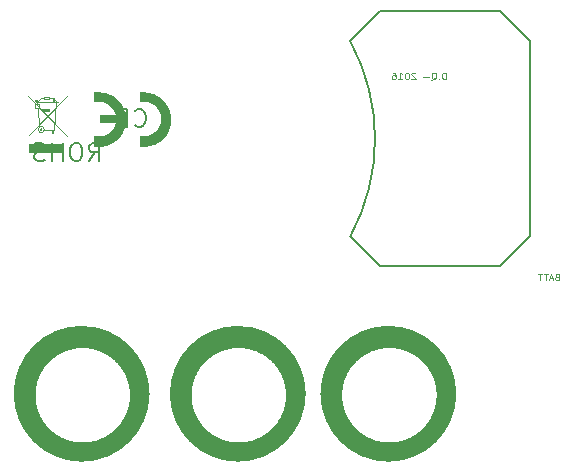
<source format=gbr>
G04 #@! TF.FileFunction,Legend,Bot*
%FSLAX46Y46*%
G04 Gerber Fmt 4.6, Leading zero omitted, Abs format (unit mm)*
G04 Created by KiCad (PCBNEW 4.0.0-rc2-stable) date 5/23/2016 2:13:21 PM*
%MOMM*%
G01*
G04 APERTURE LIST*
%ADD10C,0.100000*%
%ADD11C,0.048768*%
%ADD12C,1.270000*%
%ADD13C,0.127000*%
%ADD14C,0.057912*%
%ADD15C,0.150000*%
G04 APERTURE END LIST*
D10*
D11*
X160749214Y-97035143D02*
X160749214Y-96456023D01*
X160611329Y-96456023D01*
X160528597Y-96483600D01*
X160473443Y-96538754D01*
X160445866Y-96593909D01*
X160418289Y-96704217D01*
X160418289Y-96786949D01*
X160445866Y-96897257D01*
X160473443Y-96952411D01*
X160528597Y-97007566D01*
X160611329Y-97035143D01*
X160749214Y-97035143D01*
X160170094Y-96979989D02*
X160142517Y-97007566D01*
X160170094Y-97035143D01*
X160197671Y-97007566D01*
X160170094Y-96979989D01*
X160170094Y-97035143D01*
X159508243Y-97090297D02*
X159563398Y-97062720D01*
X159618552Y-97007566D01*
X159701283Y-96924834D01*
X159756438Y-96897257D01*
X159811592Y-96897257D01*
X159784015Y-97035143D02*
X159839169Y-97007566D01*
X159894323Y-96952411D01*
X159921900Y-96842103D01*
X159921900Y-96649063D01*
X159894323Y-96538754D01*
X159839169Y-96483600D01*
X159784015Y-96456023D01*
X159673706Y-96456023D01*
X159618552Y-96483600D01*
X159563398Y-96538754D01*
X159535820Y-96649063D01*
X159535820Y-96842103D01*
X159563398Y-96952411D01*
X159618552Y-97007566D01*
X159673706Y-97035143D01*
X159784015Y-97035143D01*
X159287626Y-96814526D02*
X158846392Y-96814526D01*
X158156963Y-96511177D02*
X158129386Y-96483600D01*
X158074232Y-96456023D01*
X157936346Y-96456023D01*
X157881192Y-96483600D01*
X157853615Y-96511177D01*
X157826038Y-96566331D01*
X157826038Y-96621486D01*
X157853615Y-96704217D01*
X158184541Y-97035143D01*
X157826038Y-97035143D01*
X157467535Y-96456023D02*
X157412380Y-96456023D01*
X157357226Y-96483600D01*
X157329649Y-96511177D01*
X157302072Y-96566331D01*
X157274495Y-96676640D01*
X157274495Y-96814526D01*
X157302072Y-96924834D01*
X157329649Y-96979989D01*
X157357226Y-97007566D01*
X157412380Y-97035143D01*
X157467535Y-97035143D01*
X157522689Y-97007566D01*
X157550266Y-96979989D01*
X157577843Y-96924834D01*
X157605420Y-96814526D01*
X157605420Y-96676640D01*
X157577843Y-96566331D01*
X157550266Y-96511177D01*
X157522689Y-96483600D01*
X157467535Y-96456023D01*
X156722952Y-97035143D02*
X157053877Y-97035143D01*
X156888415Y-97035143D02*
X156888415Y-96456023D01*
X156943569Y-96538754D01*
X156998723Y-96593909D01*
X157053877Y-96621486D01*
X156226563Y-96456023D02*
X156336872Y-96456023D01*
X156392026Y-96483600D01*
X156419603Y-96511177D01*
X156474757Y-96593909D01*
X156502334Y-96704217D01*
X156502334Y-96924834D01*
X156474757Y-96979989D01*
X156447180Y-97007566D01*
X156392026Y-97035143D01*
X156281717Y-97035143D01*
X156226563Y-97007566D01*
X156198986Y-96979989D01*
X156171409Y-96924834D01*
X156171409Y-96786949D01*
X156198986Y-96731794D01*
X156226563Y-96704217D01*
X156281717Y-96676640D01*
X156392026Y-96676640D01*
X156447180Y-96704217D01*
X156474757Y-96731794D01*
X156502334Y-96786949D01*
D10*
G36*
X155787281Y-128606600D02*
X156092081Y-128606600D01*
X156092081Y-128581200D01*
X155787281Y-128581200D01*
X155787281Y-128606600D01*
G37*
G36*
X155406281Y-128581200D02*
X156473081Y-128581200D01*
X156473081Y-128555800D01*
X155406281Y-128555800D01*
X155406281Y-128581200D01*
G37*
G36*
X155253881Y-128555800D02*
X156676281Y-128555800D01*
X156676281Y-128530400D01*
X155253881Y-128530400D01*
X155253881Y-128555800D01*
G37*
G36*
X155076081Y-128530400D02*
X156803281Y-128530400D01*
X156803281Y-128505000D01*
X155076081Y-128505000D01*
X155076081Y-128530400D01*
G37*
G36*
X154949081Y-128505000D02*
X156930281Y-128505000D01*
X156930281Y-128479600D01*
X154949081Y-128479600D01*
X154949081Y-128505000D01*
G37*
G36*
X154822081Y-128479600D02*
X157057281Y-128479600D01*
X157057281Y-128454200D01*
X154822081Y-128454200D01*
X154822081Y-128479600D01*
G37*
G36*
X154745881Y-128454200D02*
X157184281Y-128454200D01*
X157184281Y-128428800D01*
X154745881Y-128428800D01*
X154745881Y-128454200D01*
G37*
G36*
X154669681Y-128428800D02*
X157260481Y-128428800D01*
X157260481Y-128403400D01*
X154669681Y-128403400D01*
X154669681Y-128428800D01*
G37*
G36*
X154542681Y-128403400D02*
X157336681Y-128403400D01*
X157336681Y-128378000D01*
X154542681Y-128378000D01*
X154542681Y-128403400D01*
G37*
G36*
X154466481Y-128378000D02*
X157412881Y-128378000D01*
X157412881Y-128352600D01*
X154466481Y-128352600D01*
X154466481Y-128378000D01*
G37*
G36*
X154390281Y-128352600D02*
X157489081Y-128352600D01*
X157489081Y-128327200D01*
X154390281Y-128327200D01*
X154390281Y-128352600D01*
G37*
G36*
X154314081Y-128327200D02*
X157590681Y-128327200D01*
X157590681Y-128301800D01*
X154314081Y-128301800D01*
X154314081Y-128327200D01*
G37*
G36*
X154237881Y-128301800D02*
X157692281Y-128301800D01*
X157692281Y-128276400D01*
X154237881Y-128276400D01*
X154237881Y-128301800D01*
G37*
G36*
X154161681Y-128276400D02*
X157743081Y-128276400D01*
X157743081Y-128251000D01*
X154161681Y-128251000D01*
X154161681Y-128276400D01*
G37*
G36*
X154110881Y-128251000D02*
X157793881Y-128251000D01*
X157793881Y-128225600D01*
X154110881Y-128225600D01*
X154110881Y-128251000D01*
G37*
G36*
X154034681Y-128225600D02*
X157844681Y-128225600D01*
X157844681Y-128200200D01*
X154034681Y-128200200D01*
X154034681Y-128225600D01*
G37*
G36*
X154009281Y-128200200D02*
X157895481Y-128200200D01*
X157895481Y-128174800D01*
X154009281Y-128174800D01*
X154009281Y-128200200D01*
G37*
G36*
X153958481Y-128174800D02*
X157946281Y-128174800D01*
X157946281Y-128149400D01*
X153958481Y-128149400D01*
X153958481Y-128174800D01*
G37*
G36*
X153882281Y-128149400D02*
X158022481Y-128149400D01*
X158022481Y-128124000D01*
X153882281Y-128124000D01*
X153882281Y-128149400D01*
G37*
G36*
X153831481Y-128124000D02*
X158073281Y-128124000D01*
X158073281Y-128098600D01*
X153831481Y-128098600D01*
X153831481Y-128124000D01*
G37*
G36*
X153780681Y-128098600D02*
X158124081Y-128098600D01*
X158124081Y-128073200D01*
X153780681Y-128073200D01*
X153780681Y-128098600D01*
G37*
G36*
X153729881Y-128073200D02*
X158174881Y-128073200D01*
X158174881Y-128047800D01*
X153729881Y-128047800D01*
X153729881Y-128073200D01*
G37*
G36*
X153679081Y-128047800D02*
X158225681Y-128047800D01*
X158225681Y-128022400D01*
X153679081Y-128022400D01*
X153679081Y-128047800D01*
G37*
G36*
X153653681Y-128022400D02*
X158276481Y-128022400D01*
X158276481Y-127997000D01*
X153653681Y-127997000D01*
X153653681Y-128022400D01*
G37*
G36*
X153577481Y-127997000D02*
X158301881Y-127997000D01*
X158301881Y-127971600D01*
X153577481Y-127971600D01*
X153577481Y-127997000D01*
G37*
G36*
X153552081Y-127971600D02*
X158352681Y-127971600D01*
X158352681Y-127946200D01*
X153552081Y-127946200D01*
X153552081Y-127971600D01*
G37*
G36*
X153501281Y-127946200D02*
X158403481Y-127946200D01*
X158403481Y-127920800D01*
X153501281Y-127920800D01*
X153501281Y-127946200D01*
G37*
G36*
X153475881Y-127920800D02*
X158428881Y-127920800D01*
X158428881Y-127895400D01*
X153475881Y-127895400D01*
X153475881Y-127920800D01*
G37*
G36*
X153425081Y-127895400D02*
X158479681Y-127895400D01*
X158479681Y-127870000D01*
X153425081Y-127870000D01*
X153425081Y-127895400D01*
G37*
G36*
X153374281Y-127870000D02*
X158530481Y-127870000D01*
X158530481Y-127844600D01*
X153374281Y-127844600D01*
X153374281Y-127870000D01*
G37*
G36*
X153348881Y-127844600D02*
X158555881Y-127844600D01*
X158555881Y-127819200D01*
X153348881Y-127819200D01*
X153348881Y-127844600D01*
G37*
G36*
X153298081Y-127819200D02*
X158606681Y-127819200D01*
X158606681Y-127793800D01*
X153298081Y-127793800D01*
X153298081Y-127819200D01*
G37*
G36*
X153272681Y-127793800D02*
X158657481Y-127793800D01*
X158657481Y-127768400D01*
X153272681Y-127768400D01*
X153272681Y-127793800D01*
G37*
G36*
X156371481Y-127768400D02*
X158682881Y-127768400D01*
X158682881Y-127743000D01*
X156371481Y-127743000D01*
X156371481Y-127768400D01*
G37*
G36*
X153221881Y-127768400D02*
X155533281Y-127768400D01*
X155533281Y-127743000D01*
X153221881Y-127743000D01*
X153221881Y-127768400D01*
G37*
G36*
X156549281Y-127743000D02*
X158733681Y-127743000D01*
X158733681Y-127717600D01*
X156549281Y-127717600D01*
X156549281Y-127743000D01*
G37*
G36*
X153196481Y-127743000D02*
X155380881Y-127743000D01*
X155380881Y-127717600D01*
X153196481Y-127717600D01*
X153196481Y-127743000D01*
G37*
G36*
X156752481Y-127717600D02*
X158759081Y-127717600D01*
X158759081Y-127692200D01*
X156752481Y-127692200D01*
X156752481Y-127717600D01*
G37*
G36*
X153145681Y-127717600D02*
X155152281Y-127717600D01*
X155152281Y-127692200D01*
X153145681Y-127692200D01*
X153145681Y-127717600D01*
G37*
G36*
X156854081Y-127692200D02*
X158784481Y-127692200D01*
X158784481Y-127666800D01*
X156854081Y-127666800D01*
X156854081Y-127692200D01*
G37*
G36*
X153120281Y-127692200D02*
X155076081Y-127692200D01*
X155076081Y-127666800D01*
X153120281Y-127666800D01*
X153120281Y-127692200D01*
G37*
G36*
X156955681Y-127666800D02*
X158835281Y-127666800D01*
X158835281Y-127641400D01*
X156955681Y-127641400D01*
X156955681Y-127666800D01*
G37*
G36*
X153094881Y-127666800D02*
X154974481Y-127666800D01*
X154974481Y-127641400D01*
X153094881Y-127641400D01*
X153094881Y-127666800D01*
G37*
G36*
X157057281Y-127641400D02*
X158860681Y-127641400D01*
X158860681Y-127616000D01*
X157057281Y-127616000D01*
X157057281Y-127641400D01*
G37*
G36*
X153044081Y-127641400D02*
X154872881Y-127641400D01*
X154872881Y-127616000D01*
X153044081Y-127616000D01*
X153044081Y-127641400D01*
G37*
G36*
X157133481Y-127616000D02*
X158886081Y-127616000D01*
X158886081Y-127590600D01*
X157133481Y-127590600D01*
X157133481Y-127616000D01*
G37*
G36*
X153018681Y-127616000D02*
X154771281Y-127616000D01*
X154771281Y-127590600D01*
X153018681Y-127590600D01*
X153018681Y-127616000D01*
G37*
G36*
X157209681Y-127590600D02*
X158911481Y-127590600D01*
X158911481Y-127565200D01*
X157209681Y-127565200D01*
X157209681Y-127590600D01*
G37*
G36*
X152993281Y-127590600D02*
X154695081Y-127590600D01*
X154695081Y-127565200D01*
X152993281Y-127565200D01*
X152993281Y-127590600D01*
G37*
G36*
X157285881Y-127565200D02*
X158936881Y-127565200D01*
X158936881Y-127539800D01*
X157285881Y-127539800D01*
X157285881Y-127565200D01*
G37*
G36*
X152942481Y-127565200D02*
X154644281Y-127565200D01*
X154644281Y-127539800D01*
X152942481Y-127539800D01*
X152942481Y-127565200D01*
G37*
G36*
X157336681Y-127539800D02*
X158987681Y-127539800D01*
X158987681Y-127514400D01*
X157336681Y-127514400D01*
X157336681Y-127539800D01*
G37*
G36*
X152917081Y-127539800D02*
X154568081Y-127539800D01*
X154568081Y-127514400D01*
X152917081Y-127514400D01*
X152917081Y-127539800D01*
G37*
G36*
X157412881Y-127514400D02*
X159013081Y-127514400D01*
X159013081Y-127489000D01*
X157412881Y-127489000D01*
X157412881Y-127514400D01*
G37*
G36*
X152891681Y-127514400D02*
X154491881Y-127514400D01*
X154491881Y-127489000D01*
X152891681Y-127489000D01*
X152891681Y-127514400D01*
G37*
G36*
X157489081Y-127489000D02*
X159038481Y-127489000D01*
X159038481Y-127463600D01*
X157489081Y-127463600D01*
X157489081Y-127489000D01*
G37*
G36*
X152866281Y-127489000D02*
X154441081Y-127489000D01*
X154441081Y-127463600D01*
X152866281Y-127463600D01*
X152866281Y-127489000D01*
G37*
G36*
X157539881Y-127463600D02*
X159063881Y-127463600D01*
X159063881Y-127438200D01*
X157539881Y-127438200D01*
X157539881Y-127463600D01*
G37*
G36*
X152840881Y-127463600D02*
X154364881Y-127463600D01*
X154364881Y-127438200D01*
X152840881Y-127438200D01*
X152840881Y-127463600D01*
G37*
G36*
X157590681Y-127438200D02*
X159114681Y-127438200D01*
X159114681Y-127412800D01*
X157590681Y-127412800D01*
X157590681Y-127438200D01*
G37*
G36*
X152815481Y-127438200D02*
X154314081Y-127438200D01*
X154314081Y-127412800D01*
X152815481Y-127412800D01*
X152815481Y-127438200D01*
G37*
G36*
X157666881Y-127412800D02*
X159140081Y-127412800D01*
X159140081Y-127387400D01*
X157666881Y-127387400D01*
X157666881Y-127412800D01*
G37*
G36*
X152764681Y-127412800D02*
X154263281Y-127412800D01*
X154263281Y-127387400D01*
X152764681Y-127387400D01*
X152764681Y-127412800D01*
G37*
G36*
X157717681Y-127387400D02*
X159165481Y-127387400D01*
X159165481Y-127362000D01*
X157717681Y-127362000D01*
X157717681Y-127387400D01*
G37*
G36*
X152739281Y-127387400D02*
X154212481Y-127387400D01*
X154212481Y-127362000D01*
X152739281Y-127362000D01*
X152739281Y-127387400D01*
G37*
G36*
X157768481Y-127362000D02*
X159190881Y-127362000D01*
X159190881Y-127336600D01*
X157768481Y-127336600D01*
X157768481Y-127362000D01*
G37*
G36*
X152713881Y-127362000D02*
X154161681Y-127362000D01*
X154161681Y-127336600D01*
X152713881Y-127336600D01*
X152713881Y-127362000D01*
G37*
G36*
X157819281Y-127336600D02*
X159216281Y-127336600D01*
X159216281Y-127311200D01*
X157819281Y-127311200D01*
X157819281Y-127336600D01*
G37*
G36*
X152688481Y-127336600D02*
X154110881Y-127336600D01*
X154110881Y-127311200D01*
X152688481Y-127311200D01*
X152688481Y-127336600D01*
G37*
G36*
X157870081Y-127311200D02*
X159241681Y-127311200D01*
X159241681Y-127285800D01*
X157870081Y-127285800D01*
X157870081Y-127311200D01*
G37*
G36*
X152663081Y-127311200D02*
X154060081Y-127311200D01*
X154060081Y-127285800D01*
X152663081Y-127285800D01*
X152663081Y-127311200D01*
G37*
G36*
X157895481Y-127285800D02*
X159267081Y-127285800D01*
X159267081Y-127260400D01*
X157895481Y-127260400D01*
X157895481Y-127285800D01*
G37*
G36*
X152637681Y-127285800D02*
X154009281Y-127285800D01*
X154009281Y-127260400D01*
X152637681Y-127260400D01*
X152637681Y-127285800D01*
G37*
G36*
X157946281Y-127260400D02*
X159292481Y-127260400D01*
X159292481Y-127235000D01*
X157946281Y-127235000D01*
X157946281Y-127260400D01*
G37*
G36*
X152612281Y-127260400D02*
X153958481Y-127260400D01*
X153958481Y-127235000D01*
X152612281Y-127235000D01*
X152612281Y-127260400D01*
G37*
G36*
X157997081Y-127235000D02*
X159317881Y-127235000D01*
X159317881Y-127209600D01*
X157997081Y-127209600D01*
X157997081Y-127235000D01*
G37*
G36*
X152586881Y-127235000D02*
X153933081Y-127235000D01*
X153933081Y-127209600D01*
X152586881Y-127209600D01*
X152586881Y-127235000D01*
G37*
G36*
X158022481Y-127209600D02*
X159343281Y-127209600D01*
X159343281Y-127184200D01*
X158022481Y-127184200D01*
X158022481Y-127209600D01*
G37*
G36*
X152561481Y-127209600D02*
X153882281Y-127209600D01*
X153882281Y-127184200D01*
X152561481Y-127184200D01*
X152561481Y-127209600D01*
G37*
G36*
X158073281Y-127184200D02*
X159368681Y-127184200D01*
X159368681Y-127158800D01*
X158073281Y-127158800D01*
X158073281Y-127184200D01*
G37*
G36*
X152536081Y-127184200D02*
X153831481Y-127184200D01*
X153831481Y-127158800D01*
X152536081Y-127158800D01*
X152536081Y-127184200D01*
G37*
G36*
X158124081Y-127158800D02*
X159394081Y-127158800D01*
X159394081Y-127133400D01*
X158124081Y-127133400D01*
X158124081Y-127158800D01*
G37*
G36*
X152510681Y-127158800D02*
X153806081Y-127158800D01*
X153806081Y-127133400D01*
X152510681Y-127133400D01*
X152510681Y-127158800D01*
G37*
G36*
X158149481Y-127133400D02*
X159419481Y-127133400D01*
X159419481Y-127108000D01*
X158149481Y-127108000D01*
X158149481Y-127133400D01*
G37*
G36*
X152485281Y-127133400D02*
X153755281Y-127133400D01*
X153755281Y-127108000D01*
X152485281Y-127108000D01*
X152485281Y-127133400D01*
G37*
G36*
X158200281Y-127108000D02*
X159444881Y-127108000D01*
X159444881Y-127082600D01*
X158200281Y-127082600D01*
X158200281Y-127108000D01*
G37*
G36*
X152459881Y-127108000D02*
X153729881Y-127108000D01*
X153729881Y-127082600D01*
X152459881Y-127082600D01*
X152459881Y-127108000D01*
G37*
G36*
X158225681Y-127082600D02*
X159470281Y-127082600D01*
X159470281Y-127057200D01*
X158225681Y-127057200D01*
X158225681Y-127082600D01*
G37*
G36*
X152434481Y-127082600D02*
X153679081Y-127082600D01*
X153679081Y-127057200D01*
X152434481Y-127057200D01*
X152434481Y-127082600D01*
G37*
G36*
X158276481Y-127057200D02*
X159495681Y-127057200D01*
X159495681Y-127031800D01*
X158276481Y-127031800D01*
X158276481Y-127057200D01*
G37*
G36*
X152409081Y-127057200D02*
X153653681Y-127057200D01*
X153653681Y-127031800D01*
X152409081Y-127031800D01*
X152409081Y-127057200D01*
G37*
G36*
X158301881Y-127031800D02*
X159521081Y-127031800D01*
X159521081Y-127006400D01*
X158301881Y-127006400D01*
X158301881Y-127031800D01*
G37*
G36*
X152383681Y-127031800D02*
X153602881Y-127031800D01*
X153602881Y-127006400D01*
X152383681Y-127006400D01*
X152383681Y-127031800D01*
G37*
G36*
X158327281Y-127006400D02*
X159546481Y-127006400D01*
X159546481Y-126981000D01*
X158327281Y-126981000D01*
X158327281Y-127006400D01*
G37*
G36*
X152358281Y-127006400D02*
X153577481Y-127006400D01*
X153577481Y-126981000D01*
X152358281Y-126981000D01*
X152358281Y-127006400D01*
G37*
G36*
X158378081Y-126981000D02*
X159571881Y-126981000D01*
X159571881Y-126955600D01*
X158378081Y-126955600D01*
X158378081Y-126981000D01*
G37*
G36*
X152332881Y-126981000D02*
X153552081Y-126981000D01*
X153552081Y-126955600D01*
X152332881Y-126955600D01*
X152332881Y-126981000D01*
G37*
G36*
X158403481Y-126955600D02*
X159597281Y-126955600D01*
X159597281Y-126930200D01*
X158403481Y-126930200D01*
X158403481Y-126955600D01*
G37*
G36*
X152332881Y-126955600D02*
X153501281Y-126955600D01*
X153501281Y-126930200D01*
X152332881Y-126930200D01*
X152332881Y-126955600D01*
G37*
G36*
X158428881Y-126930200D02*
X159622681Y-126930200D01*
X159622681Y-126904800D01*
X158428881Y-126904800D01*
X158428881Y-126930200D01*
G37*
G36*
X152307481Y-126930200D02*
X153475881Y-126930200D01*
X153475881Y-126904800D01*
X152307481Y-126904800D01*
X152307481Y-126930200D01*
G37*
G36*
X158479681Y-126904800D02*
X159648081Y-126904800D01*
X159648081Y-126879400D01*
X158479681Y-126879400D01*
X158479681Y-126904800D01*
G37*
G36*
X152282081Y-126904800D02*
X153450481Y-126904800D01*
X153450481Y-126879400D01*
X152282081Y-126879400D01*
X152282081Y-126904800D01*
G37*
G36*
X158505081Y-126879400D02*
X159648081Y-126879400D01*
X159648081Y-126854000D01*
X158505081Y-126854000D01*
X158505081Y-126879400D01*
G37*
G36*
X152256681Y-126879400D02*
X153399681Y-126879400D01*
X153399681Y-126854000D01*
X152256681Y-126854000D01*
X152256681Y-126879400D01*
G37*
G36*
X158530481Y-126854000D02*
X159673481Y-126854000D01*
X159673481Y-126828600D01*
X158530481Y-126828600D01*
X158530481Y-126854000D01*
G37*
G36*
X152231281Y-126854000D02*
X153374281Y-126854000D01*
X153374281Y-126828600D01*
X152231281Y-126828600D01*
X152231281Y-126854000D01*
G37*
G36*
X158555881Y-126828600D02*
X159698881Y-126828600D01*
X159698881Y-126803200D01*
X158555881Y-126803200D01*
X158555881Y-126828600D01*
G37*
G36*
X152205881Y-126828600D02*
X153348881Y-126828600D01*
X153348881Y-126803200D01*
X152205881Y-126803200D01*
X152205881Y-126828600D01*
G37*
G36*
X158581281Y-126803200D02*
X159724281Y-126803200D01*
X159724281Y-126777800D01*
X158581281Y-126777800D01*
X158581281Y-126803200D01*
G37*
G36*
X152180481Y-126803200D02*
X153323481Y-126803200D01*
X153323481Y-126777800D01*
X152180481Y-126777800D01*
X152180481Y-126803200D01*
G37*
G36*
X158606681Y-126777800D02*
X159749681Y-126777800D01*
X159749681Y-126752400D01*
X158606681Y-126752400D01*
X158606681Y-126777800D01*
G37*
G36*
X152180481Y-126777800D02*
X153298081Y-126777800D01*
X153298081Y-126752400D01*
X152180481Y-126752400D01*
X152180481Y-126777800D01*
G37*
G36*
X158632081Y-126752400D02*
X159749681Y-126752400D01*
X159749681Y-126727000D01*
X158632081Y-126727000D01*
X158632081Y-126752400D01*
G37*
G36*
X152155081Y-126752400D02*
X153272681Y-126752400D01*
X153272681Y-126727000D01*
X152155081Y-126727000D01*
X152155081Y-126752400D01*
G37*
G36*
X158657481Y-126727000D02*
X159775081Y-126727000D01*
X159775081Y-126701600D01*
X158657481Y-126701600D01*
X158657481Y-126727000D01*
G37*
G36*
X152129681Y-126727000D02*
X153247281Y-126727000D01*
X153247281Y-126701600D01*
X152129681Y-126701600D01*
X152129681Y-126727000D01*
G37*
G36*
X158708281Y-126701600D02*
X159800481Y-126701600D01*
X159800481Y-126676200D01*
X158708281Y-126676200D01*
X158708281Y-126701600D01*
G37*
G36*
X152104281Y-126701600D02*
X153196481Y-126701600D01*
X153196481Y-126676200D01*
X152104281Y-126676200D01*
X152104281Y-126701600D01*
G37*
G36*
X158733681Y-126676200D02*
X159825881Y-126676200D01*
X159825881Y-126650800D01*
X158733681Y-126650800D01*
X158733681Y-126676200D01*
G37*
G36*
X152104281Y-126676200D02*
X153171081Y-126676200D01*
X153171081Y-126650800D01*
X152104281Y-126650800D01*
X152104281Y-126676200D01*
G37*
G36*
X158759081Y-126650800D02*
X159825881Y-126650800D01*
X159825881Y-126625400D01*
X158759081Y-126625400D01*
X158759081Y-126650800D01*
G37*
G36*
X152078881Y-126650800D02*
X153145681Y-126650800D01*
X153145681Y-126625400D01*
X152078881Y-126625400D01*
X152078881Y-126650800D01*
G37*
G36*
X158784481Y-126625400D02*
X159851281Y-126625400D01*
X159851281Y-126600000D01*
X158784481Y-126600000D01*
X158784481Y-126625400D01*
G37*
G36*
X152053481Y-126625400D02*
X153120281Y-126625400D01*
X153120281Y-126600000D01*
X152053481Y-126600000D01*
X152053481Y-126625400D01*
G37*
G36*
X158809881Y-126600000D02*
X160765681Y-126600000D01*
X160765681Y-126574600D01*
X158809881Y-126574600D01*
X158809881Y-126600000D01*
G37*
G36*
X152028081Y-126600000D02*
X153094881Y-126600000D01*
X153094881Y-126574600D01*
X152028081Y-126574600D01*
X152028081Y-126600000D01*
G37*
G36*
X158835281Y-126574600D02*
X160765681Y-126574600D01*
X160765681Y-126549200D01*
X158835281Y-126549200D01*
X158835281Y-126574600D01*
G37*
G36*
X152028081Y-126574600D02*
X153069481Y-126574600D01*
X153069481Y-126549200D01*
X152028081Y-126549200D01*
X152028081Y-126574600D01*
G37*
G36*
X158835281Y-126549200D02*
X160765681Y-126549200D01*
X160765681Y-126523800D01*
X158835281Y-126523800D01*
X158835281Y-126549200D01*
G37*
G36*
X152002681Y-126549200D02*
X153044081Y-126549200D01*
X153044081Y-126523800D01*
X152002681Y-126523800D01*
X152002681Y-126549200D01*
G37*
G36*
X158860681Y-126523800D02*
X160765681Y-126523800D01*
X160765681Y-126498400D01*
X158860681Y-126498400D01*
X158860681Y-126523800D01*
G37*
G36*
X151977281Y-126523800D02*
X153044081Y-126523800D01*
X153044081Y-126498400D01*
X151977281Y-126498400D01*
X151977281Y-126523800D01*
G37*
G36*
X158886081Y-126498400D02*
X160765681Y-126498400D01*
X160765681Y-126473000D01*
X158886081Y-126473000D01*
X158886081Y-126498400D01*
G37*
G36*
X151977281Y-126498400D02*
X153018681Y-126498400D01*
X153018681Y-126473000D01*
X151977281Y-126473000D01*
X151977281Y-126498400D01*
G37*
G36*
X158911481Y-126473000D02*
X160765681Y-126473000D01*
X160765681Y-126447600D01*
X158911481Y-126447600D01*
X158911481Y-126473000D01*
G37*
G36*
X151951881Y-126473000D02*
X152993281Y-126473000D01*
X152993281Y-126447600D01*
X151951881Y-126447600D01*
X151951881Y-126473000D01*
G37*
G36*
X158936881Y-126447600D02*
X160765681Y-126447600D01*
X160765681Y-126422200D01*
X158936881Y-126422200D01*
X158936881Y-126447600D01*
G37*
G36*
X151926481Y-126447600D02*
X152967881Y-126447600D01*
X152967881Y-126422200D01*
X151926481Y-126422200D01*
X151926481Y-126447600D01*
G37*
G36*
X158962281Y-126422200D02*
X160765681Y-126422200D01*
X160765681Y-126396800D01*
X158962281Y-126396800D01*
X158962281Y-126422200D01*
G37*
G36*
X151926481Y-126422200D02*
X152942481Y-126422200D01*
X152942481Y-126396800D01*
X151926481Y-126396800D01*
X151926481Y-126422200D01*
G37*
G36*
X158987681Y-126396800D02*
X160765681Y-126396800D01*
X160765681Y-126371400D01*
X158987681Y-126371400D01*
X158987681Y-126396800D01*
G37*
G36*
X151901081Y-126396800D02*
X152917081Y-126396800D01*
X152917081Y-126371400D01*
X151901081Y-126371400D01*
X151901081Y-126396800D01*
G37*
G36*
X159013081Y-126371400D02*
X160765681Y-126371400D01*
X160765681Y-126346000D01*
X159013081Y-126346000D01*
X159013081Y-126371400D01*
G37*
G36*
X151875681Y-126371400D02*
X152891681Y-126371400D01*
X152891681Y-126346000D01*
X151875681Y-126346000D01*
X151875681Y-126371400D01*
G37*
G36*
X159038481Y-126346000D02*
X160765681Y-126346000D01*
X160765681Y-126320600D01*
X159038481Y-126320600D01*
X159038481Y-126346000D01*
G37*
G36*
X151875681Y-126346000D02*
X152866281Y-126346000D01*
X152866281Y-126320600D01*
X151875681Y-126320600D01*
X151875681Y-126346000D01*
G37*
G36*
X159063881Y-126320600D02*
X160765681Y-126320600D01*
X160765681Y-126295200D01*
X159063881Y-126295200D01*
X159063881Y-126320600D01*
G37*
G36*
X151850281Y-126320600D02*
X152866281Y-126320600D01*
X152866281Y-126295200D01*
X151850281Y-126295200D01*
X151850281Y-126320600D01*
G37*
G36*
X159089281Y-126295200D02*
X160765681Y-126295200D01*
X160765681Y-126269800D01*
X159089281Y-126269800D01*
X159089281Y-126295200D01*
G37*
G36*
X151824881Y-126295200D02*
X152840881Y-126295200D01*
X152840881Y-126269800D01*
X151824881Y-126269800D01*
X151824881Y-126295200D01*
G37*
G36*
X159089281Y-126269800D02*
X160765681Y-126269800D01*
X160765681Y-126244400D01*
X159089281Y-126244400D01*
X159089281Y-126269800D01*
G37*
G36*
X151824881Y-126269800D02*
X152815481Y-126269800D01*
X152815481Y-126244400D01*
X151824881Y-126244400D01*
X151824881Y-126269800D01*
G37*
G36*
X159114681Y-126244400D02*
X160765681Y-126244400D01*
X160765681Y-126219000D01*
X159114681Y-126219000D01*
X159114681Y-126244400D01*
G37*
G36*
X151799481Y-126244400D02*
X152790081Y-126244400D01*
X152790081Y-126219000D01*
X151799481Y-126219000D01*
X151799481Y-126244400D01*
G37*
G36*
X159140081Y-126219000D02*
X160765681Y-126219000D01*
X160765681Y-126193600D01*
X159140081Y-126193600D01*
X159140081Y-126219000D01*
G37*
G36*
X151774081Y-126219000D02*
X152790081Y-126219000D01*
X152790081Y-126193600D01*
X151774081Y-126193600D01*
X151774081Y-126219000D01*
G37*
G36*
X159165481Y-126193600D02*
X160765681Y-126193600D01*
X160765681Y-126168200D01*
X159165481Y-126168200D01*
X159165481Y-126193600D01*
G37*
G36*
X151774081Y-126193600D02*
X152764681Y-126193600D01*
X152764681Y-126168200D01*
X151774081Y-126168200D01*
X151774081Y-126193600D01*
G37*
G36*
X159165481Y-126168200D02*
X160765681Y-126168200D01*
X160765681Y-126142800D01*
X159165481Y-126142800D01*
X159165481Y-126168200D01*
G37*
G36*
X151748681Y-126168200D02*
X152739281Y-126168200D01*
X152739281Y-126142800D01*
X151748681Y-126142800D01*
X151748681Y-126168200D01*
G37*
G36*
X159190881Y-126142800D02*
X160765681Y-126142800D01*
X160765681Y-126117400D01*
X159190881Y-126117400D01*
X159190881Y-126142800D01*
G37*
G36*
X151748681Y-126142800D02*
X152713881Y-126142800D01*
X152713881Y-126117400D01*
X151748681Y-126117400D01*
X151748681Y-126142800D01*
G37*
G36*
X159216281Y-126117400D02*
X160765681Y-126117400D01*
X160765681Y-126092000D01*
X159216281Y-126092000D01*
X159216281Y-126117400D01*
G37*
G36*
X151723281Y-126117400D02*
X152713881Y-126117400D01*
X152713881Y-126092000D01*
X151723281Y-126092000D01*
X151723281Y-126117400D01*
G37*
G36*
X159241681Y-126092000D02*
X160765681Y-126092000D01*
X160765681Y-126066600D01*
X159241681Y-126066600D01*
X159241681Y-126092000D01*
G37*
G36*
X151697881Y-126092000D02*
X152688481Y-126092000D01*
X152688481Y-126066600D01*
X151697881Y-126066600D01*
X151697881Y-126092000D01*
G37*
G36*
X159241681Y-126066600D02*
X160765681Y-126066600D01*
X160765681Y-126041200D01*
X159241681Y-126041200D01*
X159241681Y-126066600D01*
G37*
G36*
X151697881Y-126066600D02*
X152663081Y-126066600D01*
X152663081Y-126041200D01*
X151697881Y-126041200D01*
X151697881Y-126066600D01*
G37*
G36*
X159267081Y-126041200D02*
X160765681Y-126041200D01*
X160765681Y-126015800D01*
X159267081Y-126015800D01*
X159267081Y-126041200D01*
G37*
G36*
X151697881Y-126041200D02*
X152637681Y-126041200D01*
X152637681Y-126015800D01*
X151697881Y-126015800D01*
X151697881Y-126041200D01*
G37*
G36*
X159292481Y-126015800D02*
X160765681Y-126015800D01*
X160765681Y-125990400D01*
X159292481Y-125990400D01*
X159292481Y-126015800D01*
G37*
G36*
X151672481Y-126015800D02*
X152637681Y-126015800D01*
X152637681Y-125990400D01*
X151672481Y-125990400D01*
X151672481Y-126015800D01*
G37*
G36*
X159292481Y-125990400D02*
X160765681Y-125990400D01*
X160765681Y-125965000D01*
X159292481Y-125965000D01*
X159292481Y-125990400D01*
G37*
G36*
X151672481Y-125990400D02*
X152612281Y-125990400D01*
X152612281Y-125965000D01*
X151672481Y-125965000D01*
X151672481Y-125990400D01*
G37*
G36*
X159317881Y-125965000D02*
X160765681Y-125965000D01*
X160765681Y-125939600D01*
X159317881Y-125939600D01*
X159317881Y-125965000D01*
G37*
G36*
X151647081Y-125965000D02*
X152612281Y-125965000D01*
X152612281Y-125939600D01*
X151647081Y-125939600D01*
X151647081Y-125965000D01*
G37*
G36*
X159317881Y-125939600D02*
X160765681Y-125939600D01*
X160765681Y-125914200D01*
X159317881Y-125914200D01*
X159317881Y-125939600D01*
G37*
G36*
X151647081Y-125939600D02*
X152586881Y-125939600D01*
X152586881Y-125914200D01*
X151647081Y-125914200D01*
X151647081Y-125939600D01*
G37*
G36*
X159343281Y-125914200D02*
X160765681Y-125914200D01*
X160765681Y-125888800D01*
X159343281Y-125888800D01*
X159343281Y-125914200D01*
G37*
G36*
X151621681Y-125914200D02*
X152561481Y-125914200D01*
X152561481Y-125888800D01*
X151621681Y-125888800D01*
X151621681Y-125914200D01*
G37*
G36*
X159368681Y-125888800D02*
X160765681Y-125888800D01*
X160765681Y-125863400D01*
X159368681Y-125863400D01*
X159368681Y-125888800D01*
G37*
G36*
X151621681Y-125888800D02*
X152561481Y-125888800D01*
X152561481Y-125863400D01*
X151621681Y-125863400D01*
X151621681Y-125888800D01*
G37*
G36*
X159368681Y-125863400D02*
X160765681Y-125863400D01*
X160765681Y-125838000D01*
X159368681Y-125838000D01*
X159368681Y-125863400D01*
G37*
G36*
X151596281Y-125863400D02*
X152536081Y-125863400D01*
X152536081Y-125838000D01*
X151596281Y-125838000D01*
X151596281Y-125863400D01*
G37*
G36*
X159394081Y-125838000D02*
X160765681Y-125838000D01*
X160765681Y-125812600D01*
X159394081Y-125812600D01*
X159394081Y-125838000D01*
G37*
G36*
X151596281Y-125838000D02*
X152536081Y-125838000D01*
X152536081Y-125812600D01*
X151596281Y-125812600D01*
X151596281Y-125838000D01*
G37*
G36*
X159394081Y-125812600D02*
X160765681Y-125812600D01*
X160765681Y-125787200D01*
X159394081Y-125787200D01*
X159394081Y-125812600D01*
G37*
G36*
X151570881Y-125812600D02*
X152510681Y-125812600D01*
X152510681Y-125787200D01*
X151570881Y-125787200D01*
X151570881Y-125812600D01*
G37*
G36*
X159419481Y-125787200D02*
X160765681Y-125787200D01*
X160765681Y-125761800D01*
X159419481Y-125761800D01*
X159419481Y-125787200D01*
G37*
G36*
X151570881Y-125787200D02*
X152485281Y-125787200D01*
X152485281Y-125761800D01*
X151570881Y-125761800D01*
X151570881Y-125787200D01*
G37*
G36*
X159444881Y-125761800D02*
X160765681Y-125761800D01*
X160765681Y-125736400D01*
X159444881Y-125736400D01*
X159444881Y-125761800D01*
G37*
G36*
X151545481Y-125761800D02*
X152485281Y-125761800D01*
X152485281Y-125736400D01*
X151545481Y-125736400D01*
X151545481Y-125761800D01*
G37*
G36*
X159444881Y-125736400D02*
X160765681Y-125736400D01*
X160765681Y-125711000D01*
X159444881Y-125711000D01*
X159444881Y-125736400D01*
G37*
G36*
X151545481Y-125736400D02*
X152459881Y-125736400D01*
X152459881Y-125711000D01*
X151545481Y-125711000D01*
X151545481Y-125736400D01*
G37*
G36*
X159470281Y-125711000D02*
X160765681Y-125711000D01*
X160765681Y-125685600D01*
X159470281Y-125685600D01*
X159470281Y-125711000D01*
G37*
G36*
X151520081Y-125711000D02*
X152434481Y-125711000D01*
X152434481Y-125685600D01*
X151520081Y-125685600D01*
X151520081Y-125711000D01*
G37*
G36*
X159495681Y-125685600D02*
X160765681Y-125685600D01*
X160765681Y-125660200D01*
X159495681Y-125660200D01*
X159495681Y-125685600D01*
G37*
G36*
X151520081Y-125685600D02*
X152434481Y-125685600D01*
X152434481Y-125660200D01*
X151520081Y-125660200D01*
X151520081Y-125685600D01*
G37*
G36*
X159495681Y-125660200D02*
X160765681Y-125660200D01*
X160765681Y-125634800D01*
X159495681Y-125634800D01*
X159495681Y-125660200D01*
G37*
G36*
X151494681Y-125660200D02*
X152409081Y-125660200D01*
X152409081Y-125634800D01*
X151494681Y-125634800D01*
X151494681Y-125660200D01*
G37*
G36*
X159495681Y-125634800D02*
X160765681Y-125634800D01*
X160765681Y-125609400D01*
X159495681Y-125609400D01*
X159495681Y-125634800D01*
G37*
G36*
X151494681Y-125634800D02*
X152409081Y-125634800D01*
X152409081Y-125609400D01*
X151494681Y-125609400D01*
X151494681Y-125634800D01*
G37*
G36*
X159521081Y-125609400D02*
X160765681Y-125609400D01*
X160765681Y-125584000D01*
X159521081Y-125584000D01*
X159521081Y-125609400D01*
G37*
G36*
X151494681Y-125609400D02*
X152383681Y-125609400D01*
X152383681Y-125584000D01*
X151494681Y-125584000D01*
X151494681Y-125609400D01*
G37*
G36*
X159521081Y-125584000D02*
X160765681Y-125584000D01*
X160765681Y-125558600D01*
X159521081Y-125558600D01*
X159521081Y-125584000D01*
G37*
G36*
X151469281Y-125584000D02*
X152383681Y-125584000D01*
X152383681Y-125558600D01*
X151469281Y-125558600D01*
X151469281Y-125584000D01*
G37*
G36*
X159546481Y-125558600D02*
X160765681Y-125558600D01*
X160765681Y-125533200D01*
X159546481Y-125533200D01*
X159546481Y-125558600D01*
G37*
G36*
X151469281Y-125558600D02*
X152383681Y-125558600D01*
X152383681Y-125533200D01*
X151469281Y-125533200D01*
X151469281Y-125558600D01*
G37*
G36*
X159546481Y-125533200D02*
X160765681Y-125533200D01*
X160765681Y-125507800D01*
X159546481Y-125507800D01*
X159546481Y-125533200D01*
G37*
G36*
X151469281Y-125533200D02*
X152358281Y-125533200D01*
X152358281Y-125507800D01*
X151469281Y-125507800D01*
X151469281Y-125533200D01*
G37*
G36*
X159571881Y-125507800D02*
X160765681Y-125507800D01*
X160765681Y-125482400D01*
X159571881Y-125482400D01*
X159571881Y-125507800D01*
G37*
G36*
X151443881Y-125507800D02*
X152358281Y-125507800D01*
X152358281Y-125482400D01*
X151443881Y-125482400D01*
X151443881Y-125507800D01*
G37*
G36*
X159571881Y-125482400D02*
X160765681Y-125482400D01*
X160765681Y-125457000D01*
X159571881Y-125457000D01*
X159571881Y-125482400D01*
G37*
G36*
X151443881Y-125482400D02*
X152332881Y-125482400D01*
X152332881Y-125457000D01*
X151443881Y-125457000D01*
X151443881Y-125482400D01*
G37*
G36*
X159597281Y-125457000D02*
X160765681Y-125457000D01*
X160765681Y-125431600D01*
X159597281Y-125431600D01*
X159597281Y-125457000D01*
G37*
G36*
X151443881Y-125457000D02*
X152332881Y-125457000D01*
X152332881Y-125431600D01*
X151443881Y-125431600D01*
X151443881Y-125457000D01*
G37*
G36*
X159597281Y-125431600D02*
X160765681Y-125431600D01*
X160765681Y-125406200D01*
X159597281Y-125406200D01*
X159597281Y-125431600D01*
G37*
G36*
X151418481Y-125431600D02*
X152307481Y-125431600D01*
X152307481Y-125406200D01*
X151418481Y-125406200D01*
X151418481Y-125431600D01*
G37*
G36*
X159622681Y-125406200D02*
X160765681Y-125406200D01*
X160765681Y-125380800D01*
X159622681Y-125380800D01*
X159622681Y-125406200D01*
G37*
G36*
X151418481Y-125406200D02*
X152307481Y-125406200D01*
X152307481Y-125380800D01*
X151418481Y-125380800D01*
X151418481Y-125406200D01*
G37*
G36*
X159622681Y-125380800D02*
X160765681Y-125380800D01*
X160765681Y-125355400D01*
X159622681Y-125355400D01*
X159622681Y-125380800D01*
G37*
G36*
X151393081Y-125380800D02*
X152282081Y-125380800D01*
X152282081Y-125355400D01*
X151393081Y-125355400D01*
X151393081Y-125380800D01*
G37*
G36*
X159648081Y-125355400D02*
X160765681Y-125355400D01*
X160765681Y-125330000D01*
X159648081Y-125330000D01*
X159648081Y-125355400D01*
G37*
G36*
X151393081Y-125355400D02*
X152282081Y-125355400D01*
X152282081Y-125330000D01*
X151393081Y-125330000D01*
X151393081Y-125355400D01*
G37*
G36*
X159648081Y-125330000D02*
X160765681Y-125330000D01*
X160765681Y-125304600D01*
X159648081Y-125304600D01*
X159648081Y-125330000D01*
G37*
G36*
X151393081Y-125330000D02*
X152256681Y-125330000D01*
X152256681Y-125304600D01*
X151393081Y-125304600D01*
X151393081Y-125330000D01*
G37*
G36*
X159648081Y-125304600D02*
X160765681Y-125304600D01*
X160765681Y-125279200D01*
X159648081Y-125279200D01*
X159648081Y-125304600D01*
G37*
G36*
X151367681Y-125304600D02*
X152256681Y-125304600D01*
X152256681Y-125279200D01*
X151367681Y-125279200D01*
X151367681Y-125304600D01*
G37*
G36*
X159673481Y-125279200D02*
X160765681Y-125279200D01*
X160765681Y-125253800D01*
X159673481Y-125253800D01*
X159673481Y-125279200D01*
G37*
G36*
X151367681Y-125279200D02*
X152256681Y-125279200D01*
X152256681Y-125253800D01*
X151367681Y-125253800D01*
X151367681Y-125279200D01*
G37*
G36*
X159673481Y-125253800D02*
X160765681Y-125253800D01*
X160765681Y-125228400D01*
X159673481Y-125228400D01*
X159673481Y-125253800D01*
G37*
G36*
X151367681Y-125253800D02*
X152231281Y-125253800D01*
X152231281Y-125228400D01*
X151367681Y-125228400D01*
X151367681Y-125253800D01*
G37*
G36*
X159698881Y-125228400D02*
X160765681Y-125228400D01*
X160765681Y-125203000D01*
X159698881Y-125203000D01*
X159698881Y-125228400D01*
G37*
G36*
X151342281Y-125228400D02*
X152231281Y-125228400D01*
X152231281Y-125203000D01*
X151342281Y-125203000D01*
X151342281Y-125228400D01*
G37*
G36*
X159698881Y-125203000D02*
X160765681Y-125203000D01*
X160765681Y-125177600D01*
X159698881Y-125177600D01*
X159698881Y-125203000D01*
G37*
G36*
X151342281Y-125203000D02*
X152231281Y-125203000D01*
X152231281Y-125177600D01*
X151342281Y-125177600D01*
X151342281Y-125203000D01*
G37*
G36*
X159698881Y-125177600D02*
X160765681Y-125177600D01*
X160765681Y-125152200D01*
X159698881Y-125152200D01*
X159698881Y-125177600D01*
G37*
G36*
X151342281Y-125177600D02*
X152205881Y-125177600D01*
X152205881Y-125152200D01*
X151342281Y-125152200D01*
X151342281Y-125177600D01*
G37*
G36*
X159724281Y-125152200D02*
X160765681Y-125152200D01*
X160765681Y-125126800D01*
X159724281Y-125126800D01*
X159724281Y-125152200D01*
G37*
G36*
X151316881Y-125152200D02*
X152205881Y-125152200D01*
X152205881Y-125126800D01*
X151316881Y-125126800D01*
X151316881Y-125152200D01*
G37*
G36*
X159724281Y-125126800D02*
X160765681Y-125126800D01*
X160765681Y-125101400D01*
X159724281Y-125101400D01*
X159724281Y-125126800D01*
G37*
G36*
X151316881Y-125126800D02*
X152180481Y-125126800D01*
X152180481Y-125101400D01*
X151316881Y-125101400D01*
X151316881Y-125126800D01*
G37*
G36*
X159724281Y-125101400D02*
X160765681Y-125101400D01*
X160765681Y-125076000D01*
X159724281Y-125076000D01*
X159724281Y-125101400D01*
G37*
G36*
X151316881Y-125101400D02*
X152180481Y-125101400D01*
X152180481Y-125076000D01*
X151316881Y-125076000D01*
X151316881Y-125101400D01*
G37*
G36*
X159749681Y-125076000D02*
X160765681Y-125076000D01*
X160765681Y-125050600D01*
X159749681Y-125050600D01*
X159749681Y-125076000D01*
G37*
G36*
X151316881Y-125076000D02*
X152180481Y-125076000D01*
X152180481Y-125050600D01*
X151316881Y-125050600D01*
X151316881Y-125076000D01*
G37*
G36*
X159749681Y-125050600D02*
X160765681Y-125050600D01*
X160765681Y-125025200D01*
X159749681Y-125025200D01*
X159749681Y-125050600D01*
G37*
G36*
X151316881Y-125050600D02*
X152155081Y-125050600D01*
X152155081Y-125025200D01*
X151316881Y-125025200D01*
X151316881Y-125050600D01*
G37*
G36*
X159775081Y-125025200D02*
X160765681Y-125025200D01*
X160765681Y-124999800D01*
X159775081Y-124999800D01*
X159775081Y-125025200D01*
G37*
G36*
X151291481Y-125025200D02*
X152155081Y-125025200D01*
X152155081Y-124999800D01*
X151291481Y-124999800D01*
X151291481Y-125025200D01*
G37*
G36*
X159775081Y-124999800D02*
X160765681Y-124999800D01*
X160765681Y-124974400D01*
X159775081Y-124974400D01*
X159775081Y-124999800D01*
G37*
G36*
X151291481Y-124999800D02*
X152155081Y-124999800D01*
X152155081Y-124974400D01*
X151291481Y-124974400D01*
X151291481Y-124999800D01*
G37*
G36*
X159775081Y-124974400D02*
X160765681Y-124974400D01*
X160765681Y-124949000D01*
X159775081Y-124949000D01*
X159775081Y-124974400D01*
G37*
G36*
X151291481Y-124974400D02*
X152129681Y-124974400D01*
X152129681Y-124949000D01*
X151291481Y-124949000D01*
X151291481Y-124974400D01*
G37*
G36*
X159800481Y-124949000D02*
X160765681Y-124949000D01*
X160765681Y-124923600D01*
X159800481Y-124923600D01*
X159800481Y-124949000D01*
G37*
G36*
X151291481Y-124949000D02*
X152129681Y-124949000D01*
X152129681Y-124923600D01*
X151291481Y-124923600D01*
X151291481Y-124949000D01*
G37*
G36*
X159800481Y-124923600D02*
X160765681Y-124923600D01*
X160765681Y-124898200D01*
X159800481Y-124898200D01*
X159800481Y-124923600D01*
G37*
G36*
X151266081Y-124923600D02*
X152104281Y-124923600D01*
X152104281Y-124898200D01*
X151266081Y-124898200D01*
X151266081Y-124923600D01*
G37*
G36*
X159800481Y-124898200D02*
X160765681Y-124898200D01*
X160765681Y-124872800D01*
X159800481Y-124872800D01*
X159800481Y-124898200D01*
G37*
G36*
X151266081Y-124898200D02*
X152104281Y-124898200D01*
X152104281Y-124872800D01*
X151266081Y-124872800D01*
X151266081Y-124898200D01*
G37*
G36*
X159800481Y-124872800D02*
X160765681Y-124872800D01*
X160765681Y-124847400D01*
X159800481Y-124847400D01*
X159800481Y-124872800D01*
G37*
G36*
X151266081Y-124872800D02*
X152104281Y-124872800D01*
X152104281Y-124847400D01*
X151266081Y-124847400D01*
X151266081Y-124872800D01*
G37*
G36*
X159825881Y-124847400D02*
X160765681Y-124847400D01*
X160765681Y-124822000D01*
X159825881Y-124822000D01*
X159825881Y-124847400D01*
G37*
G36*
X151266081Y-124847400D02*
X152104281Y-124847400D01*
X152104281Y-124822000D01*
X151266081Y-124822000D01*
X151266081Y-124847400D01*
G37*
G36*
X159825881Y-124822000D02*
X160765681Y-124822000D01*
X160765681Y-124796600D01*
X159825881Y-124796600D01*
X159825881Y-124822000D01*
G37*
G36*
X151240681Y-124822000D02*
X152104281Y-124822000D01*
X152104281Y-124796600D01*
X151240681Y-124796600D01*
X151240681Y-124822000D01*
G37*
G36*
X159825881Y-124796600D02*
X160765681Y-124796600D01*
X160765681Y-124771200D01*
X159825881Y-124771200D01*
X159825881Y-124796600D01*
G37*
G36*
X151240681Y-124796600D02*
X152078881Y-124796600D01*
X152078881Y-124771200D01*
X151240681Y-124771200D01*
X151240681Y-124796600D01*
G37*
G36*
X159825881Y-124771200D02*
X160765681Y-124771200D01*
X160765681Y-124745800D01*
X159825881Y-124745800D01*
X159825881Y-124771200D01*
G37*
G36*
X151240681Y-124771200D02*
X152078881Y-124771200D01*
X152078881Y-124745800D01*
X151240681Y-124745800D01*
X151240681Y-124771200D01*
G37*
G36*
X159851281Y-124745800D02*
X160765681Y-124745800D01*
X160765681Y-124720400D01*
X159851281Y-124720400D01*
X159851281Y-124745800D01*
G37*
G36*
X151240681Y-124745800D02*
X152078881Y-124745800D01*
X152078881Y-124720400D01*
X151240681Y-124720400D01*
X151240681Y-124745800D01*
G37*
G36*
X159851281Y-124720400D02*
X160765681Y-124720400D01*
X160765681Y-124695000D01*
X159851281Y-124695000D01*
X159851281Y-124720400D01*
G37*
G36*
X151240681Y-124720400D02*
X152078881Y-124720400D01*
X152078881Y-124695000D01*
X151240681Y-124695000D01*
X151240681Y-124720400D01*
G37*
G36*
X159851281Y-124695000D02*
X160765681Y-124695000D01*
X160765681Y-124669600D01*
X159851281Y-124669600D01*
X159851281Y-124695000D01*
G37*
G36*
X151215281Y-124695000D02*
X152053481Y-124695000D01*
X152053481Y-124669600D01*
X151215281Y-124669600D01*
X151215281Y-124695000D01*
G37*
G36*
X159851281Y-124669600D02*
X160765681Y-124669600D01*
X160765681Y-124644200D01*
X159851281Y-124644200D01*
X159851281Y-124669600D01*
G37*
G36*
X151215281Y-124669600D02*
X152053481Y-124669600D01*
X152053481Y-124644200D01*
X151215281Y-124644200D01*
X151215281Y-124669600D01*
G37*
G36*
X159876681Y-124644200D02*
X160765681Y-124644200D01*
X160765681Y-124618800D01*
X159876681Y-124618800D01*
X159876681Y-124644200D01*
G37*
G36*
X151215281Y-124644200D02*
X152053481Y-124644200D01*
X152053481Y-124618800D01*
X151215281Y-124618800D01*
X151215281Y-124644200D01*
G37*
G36*
X159876681Y-124618800D02*
X160765681Y-124618800D01*
X160765681Y-124593400D01*
X159876681Y-124593400D01*
X159876681Y-124618800D01*
G37*
G36*
X151215281Y-124618800D02*
X152028081Y-124618800D01*
X152028081Y-124593400D01*
X151215281Y-124593400D01*
X151215281Y-124618800D01*
G37*
G36*
X159876681Y-124593400D02*
X160765681Y-124593400D01*
X160765681Y-124568000D01*
X159876681Y-124568000D01*
X159876681Y-124593400D01*
G37*
G36*
X151215281Y-124593400D02*
X152028081Y-124593400D01*
X152028081Y-124568000D01*
X151215281Y-124568000D01*
X151215281Y-124593400D01*
G37*
G36*
X159876681Y-124568000D02*
X160765681Y-124568000D01*
X160765681Y-124542600D01*
X159876681Y-124542600D01*
X159876681Y-124568000D01*
G37*
G36*
X151215281Y-124568000D02*
X152028081Y-124568000D01*
X152028081Y-124542600D01*
X151215281Y-124542600D01*
X151215281Y-124568000D01*
G37*
G36*
X159876681Y-124542600D02*
X160765681Y-124542600D01*
X160765681Y-124517200D01*
X159876681Y-124517200D01*
X159876681Y-124542600D01*
G37*
G36*
X151189881Y-124542600D02*
X152028081Y-124542600D01*
X152028081Y-124517200D01*
X151189881Y-124517200D01*
X151189881Y-124542600D01*
G37*
G36*
X159876681Y-124517200D02*
X160765681Y-124517200D01*
X160765681Y-124491800D01*
X159876681Y-124491800D01*
X159876681Y-124517200D01*
G37*
G36*
X151189881Y-124517200D02*
X152028081Y-124517200D01*
X152028081Y-124491800D01*
X151189881Y-124491800D01*
X151189881Y-124517200D01*
G37*
G36*
X159876681Y-124491800D02*
X160765681Y-124491800D01*
X160765681Y-124466400D01*
X159876681Y-124466400D01*
X159876681Y-124491800D01*
G37*
G36*
X151189881Y-124491800D02*
X152002681Y-124491800D01*
X152002681Y-124466400D01*
X151189881Y-124466400D01*
X151189881Y-124491800D01*
G37*
G36*
X159902081Y-124466400D02*
X160765681Y-124466400D01*
X160765681Y-124441000D01*
X159902081Y-124441000D01*
X159902081Y-124466400D01*
G37*
G36*
X151189881Y-124466400D02*
X152002681Y-124466400D01*
X152002681Y-124441000D01*
X151189881Y-124441000D01*
X151189881Y-124466400D01*
G37*
G36*
X159902081Y-124441000D02*
X160765681Y-124441000D01*
X160765681Y-124415600D01*
X159902081Y-124415600D01*
X159902081Y-124441000D01*
G37*
G36*
X151189881Y-124441000D02*
X152002681Y-124441000D01*
X152002681Y-124415600D01*
X151189881Y-124415600D01*
X151189881Y-124441000D01*
G37*
G36*
X159902081Y-124415600D02*
X160765681Y-124415600D01*
X160765681Y-124390200D01*
X159902081Y-124390200D01*
X159902081Y-124415600D01*
G37*
G36*
X151189881Y-124415600D02*
X152002681Y-124415600D01*
X152002681Y-124390200D01*
X151189881Y-124390200D01*
X151189881Y-124415600D01*
G37*
G36*
X159902081Y-124390200D02*
X160765681Y-124390200D01*
X160765681Y-124364800D01*
X159902081Y-124364800D01*
X159902081Y-124390200D01*
G37*
G36*
X151189881Y-124390200D02*
X152002681Y-124390200D01*
X152002681Y-124364800D01*
X151189881Y-124364800D01*
X151189881Y-124390200D01*
G37*
G36*
X159902081Y-124364800D02*
X160765681Y-124364800D01*
X160765681Y-124339400D01*
X159902081Y-124339400D01*
X159902081Y-124364800D01*
G37*
G36*
X151164481Y-124364800D02*
X152002681Y-124364800D01*
X152002681Y-124339400D01*
X151164481Y-124339400D01*
X151164481Y-124364800D01*
G37*
G36*
X159902081Y-124339400D02*
X160765681Y-124339400D01*
X160765681Y-124314000D01*
X159902081Y-124314000D01*
X159902081Y-124339400D01*
G37*
G36*
X151164481Y-124339400D02*
X152002681Y-124339400D01*
X152002681Y-124314000D01*
X151164481Y-124314000D01*
X151164481Y-124339400D01*
G37*
G36*
X159927481Y-124314000D02*
X160765681Y-124314000D01*
X160765681Y-124288600D01*
X159927481Y-124288600D01*
X159927481Y-124314000D01*
G37*
G36*
X151164481Y-124314000D02*
X152002681Y-124314000D01*
X152002681Y-124288600D01*
X151164481Y-124288600D01*
X151164481Y-124314000D01*
G37*
G36*
X159927481Y-124288600D02*
X160765681Y-124288600D01*
X160765681Y-124263200D01*
X159927481Y-124263200D01*
X159927481Y-124288600D01*
G37*
G36*
X151164481Y-124288600D02*
X152002681Y-124288600D01*
X152002681Y-124263200D01*
X151164481Y-124263200D01*
X151164481Y-124288600D01*
G37*
G36*
X159927481Y-124263200D02*
X160765681Y-124263200D01*
X160765681Y-124237800D01*
X159927481Y-124237800D01*
X159927481Y-124263200D01*
G37*
G36*
X151164481Y-124263200D02*
X152002681Y-124263200D01*
X152002681Y-124237800D01*
X151164481Y-124237800D01*
X151164481Y-124263200D01*
G37*
G36*
X159927481Y-124237800D02*
X160765681Y-124237800D01*
X160765681Y-124212400D01*
X159927481Y-124212400D01*
X159927481Y-124237800D01*
G37*
G36*
X151164481Y-124237800D02*
X151977281Y-124237800D01*
X151977281Y-124212400D01*
X151164481Y-124212400D01*
X151164481Y-124237800D01*
G37*
G36*
X159927481Y-124212400D02*
X160765681Y-124212400D01*
X160765681Y-124187000D01*
X159927481Y-124187000D01*
X159927481Y-124212400D01*
G37*
G36*
X151164481Y-124212400D02*
X151977281Y-124212400D01*
X151977281Y-124187000D01*
X151164481Y-124187000D01*
X151164481Y-124212400D01*
G37*
G36*
X159927481Y-124187000D02*
X160765681Y-124187000D01*
X160765681Y-124161600D01*
X159927481Y-124161600D01*
X159927481Y-124187000D01*
G37*
G36*
X151164481Y-124187000D02*
X151977281Y-124187000D01*
X151977281Y-124161600D01*
X151164481Y-124161600D01*
X151164481Y-124187000D01*
G37*
G36*
X159927481Y-124161600D02*
X160765681Y-124161600D01*
X160765681Y-124136200D01*
X159927481Y-124136200D01*
X159927481Y-124161600D01*
G37*
G36*
X151164481Y-124161600D02*
X151977281Y-124161600D01*
X151977281Y-124136200D01*
X151164481Y-124136200D01*
X151164481Y-124161600D01*
G37*
G36*
X159927481Y-124136200D02*
X160765681Y-124136200D01*
X160765681Y-124110800D01*
X159927481Y-124110800D01*
X159927481Y-124136200D01*
G37*
G36*
X151164481Y-124136200D02*
X151977281Y-124136200D01*
X151977281Y-124110800D01*
X151164481Y-124110800D01*
X151164481Y-124136200D01*
G37*
G36*
X159927481Y-124110800D02*
X160765681Y-124110800D01*
X160765681Y-124085400D01*
X159927481Y-124085400D01*
X159927481Y-124110800D01*
G37*
G36*
X151164481Y-124110800D02*
X151977281Y-124110800D01*
X151977281Y-124085400D01*
X151164481Y-124085400D01*
X151164481Y-124110800D01*
G37*
G36*
X159927481Y-124085400D02*
X160765681Y-124085400D01*
X160765681Y-124060000D01*
X159927481Y-124060000D01*
X159927481Y-124085400D01*
G37*
G36*
X151139081Y-124085400D02*
X151977281Y-124085400D01*
X151977281Y-124060000D01*
X151139081Y-124060000D01*
X151139081Y-124085400D01*
G37*
G36*
X159927481Y-124060000D02*
X160765681Y-124060000D01*
X160765681Y-124034600D01*
X159927481Y-124034600D01*
X159927481Y-124060000D01*
G37*
G36*
X151139081Y-124060000D02*
X151977281Y-124060000D01*
X151977281Y-124034600D01*
X151139081Y-124034600D01*
X151139081Y-124060000D01*
G37*
G36*
X159952881Y-124034600D02*
X160765681Y-124034600D01*
X160765681Y-124009200D01*
X159952881Y-124009200D01*
X159952881Y-124034600D01*
G37*
G36*
X151139081Y-124034600D02*
X151977281Y-124034600D01*
X151977281Y-124009200D01*
X151139081Y-124009200D01*
X151139081Y-124034600D01*
G37*
G36*
X159952881Y-124009200D02*
X160765681Y-124009200D01*
X160765681Y-123983800D01*
X159952881Y-123983800D01*
X159952881Y-124009200D01*
G37*
G36*
X151139081Y-124009200D02*
X151977281Y-124009200D01*
X151977281Y-123983800D01*
X151139081Y-123983800D01*
X151139081Y-124009200D01*
G37*
G36*
X159952881Y-123983800D02*
X160765681Y-123983800D01*
X160765681Y-123958400D01*
X159952881Y-123958400D01*
X159952881Y-123983800D01*
G37*
G36*
X151139081Y-123983800D02*
X151977281Y-123983800D01*
X151977281Y-123958400D01*
X151139081Y-123958400D01*
X151139081Y-123983800D01*
G37*
G36*
X159952881Y-123958400D02*
X160765681Y-123958400D01*
X160765681Y-123933000D01*
X159952881Y-123933000D01*
X159952881Y-123958400D01*
G37*
G36*
X151139081Y-123958400D02*
X151977281Y-123958400D01*
X151977281Y-123933000D01*
X151139081Y-123933000D01*
X151139081Y-123958400D01*
G37*
G36*
X159952881Y-123933000D02*
X160765681Y-123933000D01*
X160765681Y-123907600D01*
X159952881Y-123907600D01*
X159952881Y-123933000D01*
G37*
G36*
X151139081Y-123933000D02*
X151977281Y-123933000D01*
X151977281Y-123907600D01*
X151139081Y-123907600D01*
X151139081Y-123933000D01*
G37*
G36*
X159952881Y-123907600D02*
X160765681Y-123907600D01*
X160765681Y-123882200D01*
X159952881Y-123882200D01*
X159952881Y-123907600D01*
G37*
G36*
X151139081Y-123907600D02*
X151977281Y-123907600D01*
X151977281Y-123882200D01*
X151139081Y-123882200D01*
X151139081Y-123907600D01*
G37*
G36*
X159952881Y-123882200D02*
X160765681Y-123882200D01*
X160765681Y-123856800D01*
X159952881Y-123856800D01*
X159952881Y-123882200D01*
G37*
G36*
X151139081Y-123882200D02*
X151977281Y-123882200D01*
X151977281Y-123856800D01*
X151139081Y-123856800D01*
X151139081Y-123882200D01*
G37*
G36*
X159952881Y-123856800D02*
X160765681Y-123856800D01*
X160765681Y-123831400D01*
X159952881Y-123831400D01*
X159952881Y-123856800D01*
G37*
G36*
X151139081Y-123856800D02*
X151977281Y-123856800D01*
X151977281Y-123831400D01*
X151139081Y-123831400D01*
X151139081Y-123856800D01*
G37*
G36*
X159952881Y-123831400D02*
X160765681Y-123831400D01*
X160765681Y-123806000D01*
X159952881Y-123806000D01*
X159952881Y-123831400D01*
G37*
G36*
X151139081Y-123831400D02*
X151977281Y-123831400D01*
X151977281Y-123806000D01*
X151139081Y-123806000D01*
X151139081Y-123831400D01*
G37*
G36*
X159952881Y-123806000D02*
X160765681Y-123806000D01*
X160765681Y-123780600D01*
X159952881Y-123780600D01*
X159952881Y-123806000D01*
G37*
G36*
X151139081Y-123806000D02*
X151977281Y-123806000D01*
X151977281Y-123780600D01*
X151139081Y-123780600D01*
X151139081Y-123806000D01*
G37*
G36*
X159952881Y-123780600D02*
X160765681Y-123780600D01*
X160765681Y-123755200D01*
X159952881Y-123755200D01*
X159952881Y-123780600D01*
G37*
G36*
X151139081Y-123780600D02*
X151977281Y-123780600D01*
X151977281Y-123755200D01*
X151139081Y-123755200D01*
X151139081Y-123780600D01*
G37*
G36*
X159952881Y-123755200D02*
X160765681Y-123755200D01*
X160765681Y-123729800D01*
X159952881Y-123729800D01*
X159952881Y-123755200D01*
G37*
G36*
X151139081Y-123755200D02*
X151977281Y-123755200D01*
X151977281Y-123729800D01*
X151139081Y-123729800D01*
X151139081Y-123755200D01*
G37*
G36*
X159952881Y-123729800D02*
X160765681Y-123729800D01*
X160765681Y-123704400D01*
X159952881Y-123704400D01*
X159952881Y-123729800D01*
G37*
G36*
X151139081Y-123729800D02*
X151977281Y-123729800D01*
X151977281Y-123704400D01*
X151139081Y-123704400D01*
X151139081Y-123729800D01*
G37*
G36*
X159952881Y-123704400D02*
X160765681Y-123704400D01*
X160765681Y-123679000D01*
X159952881Y-123679000D01*
X159952881Y-123704400D01*
G37*
G36*
X151139081Y-123704400D02*
X151977281Y-123704400D01*
X151977281Y-123679000D01*
X151139081Y-123679000D01*
X151139081Y-123704400D01*
G37*
G36*
X159952881Y-123679000D02*
X160765681Y-123679000D01*
X160765681Y-123653600D01*
X159952881Y-123653600D01*
X159952881Y-123679000D01*
G37*
G36*
X151139081Y-123679000D02*
X151977281Y-123679000D01*
X151977281Y-123653600D01*
X151139081Y-123653600D01*
X151139081Y-123679000D01*
G37*
G36*
X159952881Y-123653600D02*
X160765681Y-123653600D01*
X160765681Y-123628200D01*
X159952881Y-123628200D01*
X159952881Y-123653600D01*
G37*
G36*
X151139081Y-123653600D02*
X151977281Y-123653600D01*
X151977281Y-123628200D01*
X151139081Y-123628200D01*
X151139081Y-123653600D01*
G37*
G36*
X159952881Y-123628200D02*
X160765681Y-123628200D01*
X160765681Y-123602800D01*
X159952881Y-123602800D01*
X159952881Y-123628200D01*
G37*
G36*
X151139081Y-123628200D02*
X151977281Y-123628200D01*
X151977281Y-123602800D01*
X151139081Y-123602800D01*
X151139081Y-123628200D01*
G37*
G36*
X159952881Y-123602800D02*
X160765681Y-123602800D01*
X160765681Y-123577400D01*
X159952881Y-123577400D01*
X159952881Y-123602800D01*
G37*
G36*
X151139081Y-123602800D02*
X151977281Y-123602800D01*
X151977281Y-123577400D01*
X151139081Y-123577400D01*
X151139081Y-123602800D01*
G37*
G36*
X159952881Y-123577400D02*
X160765681Y-123577400D01*
X160765681Y-123552000D01*
X159952881Y-123552000D01*
X159952881Y-123577400D01*
G37*
G36*
X151139081Y-123577400D02*
X151977281Y-123577400D01*
X151977281Y-123552000D01*
X151139081Y-123552000D01*
X151139081Y-123577400D01*
G37*
G36*
X159952881Y-123552000D02*
X160765681Y-123552000D01*
X160765681Y-123526600D01*
X159952881Y-123526600D01*
X159952881Y-123552000D01*
G37*
G36*
X151139081Y-123552000D02*
X151977281Y-123552000D01*
X151977281Y-123526600D01*
X151139081Y-123526600D01*
X151139081Y-123552000D01*
G37*
G36*
X159927481Y-123526600D02*
X160765681Y-123526600D01*
X160765681Y-123501200D01*
X159927481Y-123501200D01*
X159927481Y-123526600D01*
G37*
G36*
X151139081Y-123526600D02*
X151977281Y-123526600D01*
X151977281Y-123501200D01*
X151139081Y-123501200D01*
X151139081Y-123526600D01*
G37*
G36*
X159927481Y-123501200D02*
X160765681Y-123501200D01*
X160765681Y-123475800D01*
X159927481Y-123475800D01*
X159927481Y-123501200D01*
G37*
G36*
X151139081Y-123501200D02*
X151977281Y-123501200D01*
X151977281Y-123475800D01*
X151139081Y-123475800D01*
X151139081Y-123501200D01*
G37*
G36*
X159927481Y-123475800D02*
X160765681Y-123475800D01*
X160765681Y-123450400D01*
X159927481Y-123450400D01*
X159927481Y-123475800D01*
G37*
G36*
X151164481Y-123475800D02*
X151977281Y-123475800D01*
X151977281Y-123450400D01*
X151164481Y-123450400D01*
X151164481Y-123475800D01*
G37*
G36*
X159927481Y-123450400D02*
X160765681Y-123450400D01*
X160765681Y-123425000D01*
X159927481Y-123425000D01*
X159927481Y-123450400D01*
G37*
G36*
X151164481Y-123450400D02*
X151977281Y-123450400D01*
X151977281Y-123425000D01*
X151164481Y-123425000D01*
X151164481Y-123450400D01*
G37*
G36*
X159927481Y-123425000D02*
X160765681Y-123425000D01*
X160765681Y-123399600D01*
X159927481Y-123399600D01*
X159927481Y-123425000D01*
G37*
G36*
X151164481Y-123425000D02*
X151977281Y-123425000D01*
X151977281Y-123399600D01*
X151164481Y-123399600D01*
X151164481Y-123425000D01*
G37*
G36*
X159927481Y-123399600D02*
X160765681Y-123399600D01*
X160765681Y-123374200D01*
X159927481Y-123374200D01*
X159927481Y-123399600D01*
G37*
G36*
X151164481Y-123399600D02*
X151977281Y-123399600D01*
X151977281Y-123374200D01*
X151164481Y-123374200D01*
X151164481Y-123399600D01*
G37*
G36*
X159927481Y-123374200D02*
X160765681Y-123374200D01*
X160765681Y-123348800D01*
X159927481Y-123348800D01*
X159927481Y-123374200D01*
G37*
G36*
X151164481Y-123374200D02*
X151977281Y-123374200D01*
X151977281Y-123348800D01*
X151164481Y-123348800D01*
X151164481Y-123374200D01*
G37*
G36*
X159927481Y-123348800D02*
X160765681Y-123348800D01*
X160765681Y-123323400D01*
X159927481Y-123323400D01*
X159927481Y-123348800D01*
G37*
G36*
X151164481Y-123348800D02*
X151977281Y-123348800D01*
X151977281Y-123323400D01*
X151164481Y-123323400D01*
X151164481Y-123348800D01*
G37*
G36*
X159927481Y-123323400D02*
X160765681Y-123323400D01*
X160765681Y-123298000D01*
X159927481Y-123298000D01*
X159927481Y-123323400D01*
G37*
G36*
X151164481Y-123323400D02*
X152002681Y-123323400D01*
X152002681Y-123298000D01*
X151164481Y-123298000D01*
X151164481Y-123323400D01*
G37*
G36*
X159927481Y-123298000D02*
X160765681Y-123298000D01*
X160765681Y-123272600D01*
X159927481Y-123272600D01*
X159927481Y-123298000D01*
G37*
G36*
X151164481Y-123298000D02*
X152002681Y-123298000D01*
X152002681Y-123272600D01*
X151164481Y-123272600D01*
X151164481Y-123298000D01*
G37*
G36*
X159902081Y-123272600D02*
X160740281Y-123272600D01*
X160740281Y-123247200D01*
X159902081Y-123247200D01*
X159902081Y-123272600D01*
G37*
G36*
X151164481Y-123272600D02*
X152002681Y-123272600D01*
X152002681Y-123247200D01*
X151164481Y-123247200D01*
X151164481Y-123272600D01*
G37*
G36*
X159902081Y-123247200D02*
X160740281Y-123247200D01*
X160740281Y-123221800D01*
X159902081Y-123221800D01*
X159902081Y-123247200D01*
G37*
G36*
X151164481Y-123247200D02*
X152002681Y-123247200D01*
X152002681Y-123221800D01*
X151164481Y-123221800D01*
X151164481Y-123247200D01*
G37*
G36*
X159902081Y-123221800D02*
X160740281Y-123221800D01*
X160740281Y-123196400D01*
X159902081Y-123196400D01*
X159902081Y-123221800D01*
G37*
G36*
X151164481Y-123221800D02*
X152002681Y-123221800D01*
X152002681Y-123196400D01*
X151164481Y-123196400D01*
X151164481Y-123221800D01*
G37*
G36*
X159902081Y-123196400D02*
X160740281Y-123196400D01*
X160740281Y-123171000D01*
X159902081Y-123171000D01*
X159902081Y-123196400D01*
G37*
G36*
X151189881Y-123196400D02*
X152002681Y-123196400D01*
X152002681Y-123171000D01*
X151189881Y-123171000D01*
X151189881Y-123196400D01*
G37*
G36*
X159902081Y-123171000D02*
X160740281Y-123171000D01*
X160740281Y-123145600D01*
X159902081Y-123145600D01*
X159902081Y-123171000D01*
G37*
G36*
X151189881Y-123171000D02*
X152002681Y-123171000D01*
X152002681Y-123145600D01*
X151189881Y-123145600D01*
X151189881Y-123171000D01*
G37*
G36*
X159902081Y-123145600D02*
X160740281Y-123145600D01*
X160740281Y-123120200D01*
X159902081Y-123120200D01*
X159902081Y-123145600D01*
G37*
G36*
X151189881Y-123145600D02*
X152002681Y-123145600D01*
X152002681Y-123120200D01*
X151189881Y-123120200D01*
X151189881Y-123145600D01*
G37*
G36*
X159902081Y-123120200D02*
X160714881Y-123120200D01*
X160714881Y-123094800D01*
X159902081Y-123094800D01*
X159902081Y-123120200D01*
G37*
G36*
X151189881Y-123120200D02*
X152002681Y-123120200D01*
X152002681Y-123094800D01*
X151189881Y-123094800D01*
X151189881Y-123120200D01*
G37*
G36*
X159876681Y-123094800D02*
X160714881Y-123094800D01*
X160714881Y-123069400D01*
X159876681Y-123069400D01*
X159876681Y-123094800D01*
G37*
G36*
X151189881Y-123094800D02*
X152028081Y-123094800D01*
X152028081Y-123069400D01*
X151189881Y-123069400D01*
X151189881Y-123094800D01*
G37*
G36*
X159876681Y-123069400D02*
X160714881Y-123069400D01*
X160714881Y-123044000D01*
X159876681Y-123044000D01*
X159876681Y-123069400D01*
G37*
G36*
X151189881Y-123069400D02*
X152028081Y-123069400D01*
X152028081Y-123044000D01*
X151189881Y-123044000D01*
X151189881Y-123069400D01*
G37*
G36*
X159876681Y-123044000D02*
X160714881Y-123044000D01*
X160714881Y-123018600D01*
X159876681Y-123018600D01*
X159876681Y-123044000D01*
G37*
G36*
X151189881Y-123044000D02*
X152028081Y-123044000D01*
X152028081Y-123018600D01*
X151189881Y-123018600D01*
X151189881Y-123044000D01*
G37*
G36*
X159876681Y-123018600D02*
X160714881Y-123018600D01*
X160714881Y-122993200D01*
X159876681Y-122993200D01*
X159876681Y-123018600D01*
G37*
G36*
X151215281Y-123018600D02*
X152028081Y-123018600D01*
X152028081Y-122993200D01*
X151215281Y-122993200D01*
X151215281Y-123018600D01*
G37*
G36*
X159876681Y-122993200D02*
X160714881Y-122993200D01*
X160714881Y-122967800D01*
X159876681Y-122967800D01*
X159876681Y-122993200D01*
G37*
G36*
X151215281Y-122993200D02*
X152028081Y-122993200D01*
X152028081Y-122967800D01*
X151215281Y-122967800D01*
X151215281Y-122993200D01*
G37*
G36*
X159876681Y-122967800D02*
X160689481Y-122967800D01*
X160689481Y-122942400D01*
X159876681Y-122942400D01*
X159876681Y-122967800D01*
G37*
G36*
X151215281Y-122967800D02*
X152053481Y-122967800D01*
X152053481Y-122942400D01*
X151215281Y-122942400D01*
X151215281Y-122967800D01*
G37*
G36*
X159876681Y-122942400D02*
X160689481Y-122942400D01*
X160689481Y-122917000D01*
X159876681Y-122917000D01*
X159876681Y-122942400D01*
G37*
G36*
X151215281Y-122942400D02*
X152053481Y-122942400D01*
X152053481Y-122917000D01*
X151215281Y-122917000D01*
X151215281Y-122942400D01*
G37*
G36*
X159851281Y-122917000D02*
X160689481Y-122917000D01*
X160689481Y-122891600D01*
X159851281Y-122891600D01*
X159851281Y-122917000D01*
G37*
G36*
X151215281Y-122917000D02*
X152053481Y-122917000D01*
X152053481Y-122891600D01*
X151215281Y-122891600D01*
X151215281Y-122917000D01*
G37*
G36*
X159851281Y-122891600D02*
X160689481Y-122891600D01*
X160689481Y-122866200D01*
X159851281Y-122866200D01*
X159851281Y-122891600D01*
G37*
G36*
X151215281Y-122891600D02*
X152053481Y-122891600D01*
X152053481Y-122866200D01*
X151215281Y-122866200D01*
X151215281Y-122891600D01*
G37*
G36*
X159851281Y-122866200D02*
X160689481Y-122866200D01*
X160689481Y-122840800D01*
X159851281Y-122840800D01*
X159851281Y-122866200D01*
G37*
G36*
X151240681Y-122866200D02*
X152078881Y-122866200D01*
X152078881Y-122840800D01*
X151240681Y-122840800D01*
X151240681Y-122866200D01*
G37*
G36*
X159851281Y-122840800D02*
X160689481Y-122840800D01*
X160689481Y-122815400D01*
X159851281Y-122815400D01*
X159851281Y-122840800D01*
G37*
G36*
X151240681Y-122840800D02*
X152078881Y-122840800D01*
X152078881Y-122815400D01*
X151240681Y-122815400D01*
X151240681Y-122840800D01*
G37*
G36*
X159825881Y-122815400D02*
X160664081Y-122815400D01*
X160664081Y-122790000D01*
X159825881Y-122790000D01*
X159825881Y-122815400D01*
G37*
G36*
X151240681Y-122815400D02*
X152078881Y-122815400D01*
X152078881Y-122790000D01*
X151240681Y-122790000D01*
X151240681Y-122815400D01*
G37*
G36*
X159825881Y-122790000D02*
X160664081Y-122790000D01*
X160664081Y-122764600D01*
X159825881Y-122764600D01*
X159825881Y-122790000D01*
G37*
G36*
X151240681Y-122790000D02*
X152078881Y-122790000D01*
X152078881Y-122764600D01*
X151240681Y-122764600D01*
X151240681Y-122790000D01*
G37*
G36*
X159825881Y-122764600D02*
X160664081Y-122764600D01*
X160664081Y-122739200D01*
X159825881Y-122739200D01*
X159825881Y-122764600D01*
G37*
G36*
X151240681Y-122764600D02*
X152104281Y-122764600D01*
X152104281Y-122739200D01*
X151240681Y-122739200D01*
X151240681Y-122764600D01*
G37*
G36*
X159825881Y-122739200D02*
X160664081Y-122739200D01*
X160664081Y-122713800D01*
X159825881Y-122713800D01*
X159825881Y-122739200D01*
G37*
G36*
X151266081Y-122739200D02*
X152104281Y-122739200D01*
X152104281Y-122713800D01*
X151266081Y-122713800D01*
X151266081Y-122739200D01*
G37*
G36*
X159800481Y-122713800D02*
X160638681Y-122713800D01*
X160638681Y-122688400D01*
X159800481Y-122688400D01*
X159800481Y-122713800D01*
G37*
G36*
X151266081Y-122713800D02*
X152104281Y-122713800D01*
X152104281Y-122688400D01*
X151266081Y-122688400D01*
X151266081Y-122713800D01*
G37*
G36*
X159800481Y-122688400D02*
X160638681Y-122688400D01*
X160638681Y-122663000D01*
X159800481Y-122663000D01*
X159800481Y-122688400D01*
G37*
G36*
X151266081Y-122688400D02*
X152104281Y-122688400D01*
X152104281Y-122663000D01*
X151266081Y-122663000D01*
X151266081Y-122688400D01*
G37*
G36*
X159800481Y-122663000D02*
X160638681Y-122663000D01*
X160638681Y-122637600D01*
X159800481Y-122637600D01*
X159800481Y-122663000D01*
G37*
G36*
X151266081Y-122663000D02*
X152129681Y-122663000D01*
X152129681Y-122637600D01*
X151266081Y-122637600D01*
X151266081Y-122663000D01*
G37*
G36*
X159800481Y-122637600D02*
X160638681Y-122637600D01*
X160638681Y-122612200D01*
X159800481Y-122612200D01*
X159800481Y-122637600D01*
G37*
G36*
X151291481Y-122637600D02*
X152129681Y-122637600D01*
X152129681Y-122612200D01*
X151291481Y-122612200D01*
X151291481Y-122637600D01*
G37*
G36*
X159775081Y-122612200D02*
X160613281Y-122612200D01*
X160613281Y-122586800D01*
X159775081Y-122586800D01*
X159775081Y-122612200D01*
G37*
G36*
X151291481Y-122612200D02*
X152129681Y-122612200D01*
X152129681Y-122586800D01*
X151291481Y-122586800D01*
X151291481Y-122612200D01*
G37*
G36*
X159775081Y-122586800D02*
X160613281Y-122586800D01*
X160613281Y-122561400D01*
X159775081Y-122561400D01*
X159775081Y-122586800D01*
G37*
G36*
X151291481Y-122586800D02*
X152155081Y-122586800D01*
X152155081Y-122561400D01*
X151291481Y-122561400D01*
X151291481Y-122586800D01*
G37*
G36*
X159749681Y-122561400D02*
X160613281Y-122561400D01*
X160613281Y-122536000D01*
X159749681Y-122536000D01*
X159749681Y-122561400D01*
G37*
G36*
X151291481Y-122561400D02*
X152155081Y-122561400D01*
X152155081Y-122536000D01*
X151291481Y-122536000D01*
X151291481Y-122561400D01*
G37*
G36*
X159749681Y-122536000D02*
X160613281Y-122536000D01*
X160613281Y-122510600D01*
X159749681Y-122510600D01*
X159749681Y-122536000D01*
G37*
G36*
X151316881Y-122536000D02*
X152155081Y-122536000D01*
X152155081Y-122510600D01*
X151316881Y-122510600D01*
X151316881Y-122536000D01*
G37*
G36*
X159749681Y-122510600D02*
X160587881Y-122510600D01*
X160587881Y-122485200D01*
X159749681Y-122485200D01*
X159749681Y-122510600D01*
G37*
G36*
X151316881Y-122510600D02*
X152180481Y-122510600D01*
X152180481Y-122485200D01*
X151316881Y-122485200D01*
X151316881Y-122510600D01*
G37*
G36*
X159724281Y-122485200D02*
X160587881Y-122485200D01*
X160587881Y-122459800D01*
X159724281Y-122459800D01*
X159724281Y-122485200D01*
G37*
G36*
X151316881Y-122485200D02*
X152180481Y-122485200D01*
X152180481Y-122459800D01*
X151316881Y-122459800D01*
X151316881Y-122485200D01*
G37*
G36*
X159724281Y-122459800D02*
X160587881Y-122459800D01*
X160587881Y-122434400D01*
X159724281Y-122434400D01*
X159724281Y-122459800D01*
G37*
G36*
X151316881Y-122459800D02*
X152180481Y-122459800D01*
X152180481Y-122434400D01*
X151316881Y-122434400D01*
X151316881Y-122459800D01*
G37*
G36*
X159724281Y-122434400D02*
X160587881Y-122434400D01*
X160587881Y-122409000D01*
X159724281Y-122409000D01*
X159724281Y-122434400D01*
G37*
G36*
X151316881Y-122434400D02*
X152205881Y-122434400D01*
X152205881Y-122409000D01*
X151316881Y-122409000D01*
X151316881Y-122434400D01*
G37*
G36*
X159698881Y-122409000D02*
X160562481Y-122409000D01*
X160562481Y-122383600D01*
X159698881Y-122383600D01*
X159698881Y-122409000D01*
G37*
G36*
X151342281Y-122409000D02*
X152205881Y-122409000D01*
X152205881Y-122383600D01*
X151342281Y-122383600D01*
X151342281Y-122409000D01*
G37*
G36*
X159698881Y-122383600D02*
X160562481Y-122383600D01*
X160562481Y-122358200D01*
X159698881Y-122358200D01*
X159698881Y-122383600D01*
G37*
G36*
X151342281Y-122383600D02*
X152231281Y-122383600D01*
X152231281Y-122358200D01*
X151342281Y-122358200D01*
X151342281Y-122383600D01*
G37*
G36*
X159698881Y-122358200D02*
X160562481Y-122358200D01*
X160562481Y-122332800D01*
X159698881Y-122332800D01*
X159698881Y-122358200D01*
G37*
G36*
X151367681Y-122358200D02*
X152231281Y-122358200D01*
X152231281Y-122332800D01*
X151367681Y-122332800D01*
X151367681Y-122358200D01*
G37*
G36*
X159673481Y-122332800D02*
X160562481Y-122332800D01*
X160562481Y-122307400D01*
X159673481Y-122307400D01*
X159673481Y-122332800D01*
G37*
G36*
X151367681Y-122332800D02*
X152231281Y-122332800D01*
X152231281Y-122307400D01*
X151367681Y-122307400D01*
X151367681Y-122332800D01*
G37*
G36*
X159673481Y-122307400D02*
X160537081Y-122307400D01*
X160537081Y-122282000D01*
X159673481Y-122282000D01*
X159673481Y-122307400D01*
G37*
G36*
X151367681Y-122307400D02*
X152256681Y-122307400D01*
X152256681Y-122282000D01*
X151367681Y-122282000D01*
X151367681Y-122307400D01*
G37*
G36*
X159648081Y-122282000D02*
X160537081Y-122282000D01*
X160537081Y-122256600D01*
X159648081Y-122256600D01*
X159648081Y-122282000D01*
G37*
G36*
X151367681Y-122282000D02*
X152256681Y-122282000D01*
X152256681Y-122256600D01*
X151367681Y-122256600D01*
X151367681Y-122282000D01*
G37*
G36*
X159648081Y-122256600D02*
X160511681Y-122256600D01*
X160511681Y-122231200D01*
X159648081Y-122231200D01*
X159648081Y-122256600D01*
G37*
G36*
X151393081Y-122256600D02*
X152256681Y-122256600D01*
X152256681Y-122231200D01*
X151393081Y-122231200D01*
X151393081Y-122256600D01*
G37*
G36*
X159648081Y-122231200D02*
X160511681Y-122231200D01*
X160511681Y-122205800D01*
X159648081Y-122205800D01*
X159648081Y-122231200D01*
G37*
G36*
X151393081Y-122231200D02*
X152282081Y-122231200D01*
X152282081Y-122205800D01*
X151393081Y-122205800D01*
X151393081Y-122231200D01*
G37*
G36*
X159622681Y-122205800D02*
X160511681Y-122205800D01*
X160511681Y-122180400D01*
X159622681Y-122180400D01*
X159622681Y-122205800D01*
G37*
G36*
X151393081Y-122205800D02*
X152282081Y-122205800D01*
X152282081Y-122180400D01*
X151393081Y-122180400D01*
X151393081Y-122205800D01*
G37*
G36*
X159622681Y-122180400D02*
X160486281Y-122180400D01*
X160486281Y-122155000D01*
X159622681Y-122155000D01*
X159622681Y-122180400D01*
G37*
G36*
X151418481Y-122180400D02*
X152307481Y-122180400D01*
X152307481Y-122155000D01*
X151418481Y-122155000D01*
X151418481Y-122180400D01*
G37*
G36*
X159597281Y-122155000D02*
X160486281Y-122155000D01*
X160486281Y-122129600D01*
X159597281Y-122129600D01*
X159597281Y-122155000D01*
G37*
G36*
X151418481Y-122155000D02*
X152307481Y-122155000D01*
X152307481Y-122129600D01*
X151418481Y-122129600D01*
X151418481Y-122155000D01*
G37*
G36*
X159597281Y-122129600D02*
X160486281Y-122129600D01*
X160486281Y-122104200D01*
X159597281Y-122104200D01*
X159597281Y-122129600D01*
G37*
G36*
X151443881Y-122129600D02*
X152332881Y-122129600D01*
X152332881Y-122104200D01*
X151443881Y-122104200D01*
X151443881Y-122129600D01*
G37*
G36*
X159571881Y-122104200D02*
X160460881Y-122104200D01*
X160460881Y-122078800D01*
X159571881Y-122078800D01*
X159571881Y-122104200D01*
G37*
G36*
X151443881Y-122104200D02*
X152332881Y-122104200D01*
X152332881Y-122078800D01*
X151443881Y-122078800D01*
X151443881Y-122104200D01*
G37*
G36*
X159571881Y-122078800D02*
X160460881Y-122078800D01*
X160460881Y-122053400D01*
X159571881Y-122053400D01*
X159571881Y-122078800D01*
G37*
G36*
X151443881Y-122078800D02*
X152358281Y-122078800D01*
X152358281Y-122053400D01*
X151443881Y-122053400D01*
X151443881Y-122078800D01*
G37*
G36*
X159546481Y-122053400D02*
X160435481Y-122053400D01*
X160435481Y-122028000D01*
X159546481Y-122028000D01*
X159546481Y-122053400D01*
G37*
G36*
X151469281Y-122053400D02*
X152358281Y-122053400D01*
X152358281Y-122028000D01*
X151469281Y-122028000D01*
X151469281Y-122053400D01*
G37*
G36*
X159546481Y-122028000D02*
X160435481Y-122028000D01*
X160435481Y-122002600D01*
X159546481Y-122002600D01*
X159546481Y-122028000D01*
G37*
G36*
X151469281Y-122028000D02*
X152383681Y-122028000D01*
X152383681Y-122002600D01*
X151469281Y-122002600D01*
X151469281Y-122028000D01*
G37*
G36*
X159521081Y-122002600D02*
X160435481Y-122002600D01*
X160435481Y-121977200D01*
X159521081Y-121977200D01*
X159521081Y-122002600D01*
G37*
G36*
X151469281Y-122002600D02*
X152383681Y-122002600D01*
X152383681Y-121977200D01*
X151469281Y-121977200D01*
X151469281Y-122002600D01*
G37*
G36*
X159521081Y-121977200D02*
X160410081Y-121977200D01*
X160410081Y-121951800D01*
X159521081Y-121951800D01*
X159521081Y-121977200D01*
G37*
G36*
X151494681Y-121977200D02*
X152409081Y-121977200D01*
X152409081Y-121951800D01*
X151494681Y-121951800D01*
X151494681Y-121977200D01*
G37*
G36*
X151494681Y-121951800D02*
X152409081Y-121951800D01*
X152409081Y-121926400D01*
X151494681Y-121926400D01*
X151494681Y-121951800D01*
G37*
G36*
X159495681Y-121926400D02*
X160410081Y-121926400D01*
X160410081Y-121901000D01*
X159495681Y-121901000D01*
X159495681Y-121926400D01*
G37*
G36*
X151520081Y-121926400D02*
X152409081Y-121926400D01*
X152409081Y-121901000D01*
X151520081Y-121901000D01*
X151520081Y-121926400D01*
G37*
G36*
X159470281Y-121901000D02*
X160384681Y-121901000D01*
X160384681Y-121875600D01*
X159470281Y-121875600D01*
X159470281Y-121901000D01*
G37*
G36*
X151520081Y-121901000D02*
X152434481Y-121901000D01*
X152434481Y-121875600D01*
X151520081Y-121875600D01*
X151520081Y-121901000D01*
G37*
G36*
X159470281Y-121875600D02*
X160384681Y-121875600D01*
X160384681Y-121850200D01*
X159470281Y-121850200D01*
X159470281Y-121875600D01*
G37*
G36*
X151545481Y-121875600D02*
X152459881Y-121875600D01*
X152459881Y-121850200D01*
X151545481Y-121850200D01*
X151545481Y-121875600D01*
G37*
G36*
X159444881Y-121850200D02*
X160359281Y-121850200D01*
X160359281Y-121824800D01*
X159444881Y-121824800D01*
X159444881Y-121850200D01*
G37*
G36*
X151545481Y-121850200D02*
X152459881Y-121850200D01*
X152459881Y-121824800D01*
X151545481Y-121824800D01*
X151545481Y-121850200D01*
G37*
G36*
X159444881Y-121824800D02*
X160359281Y-121824800D01*
X160359281Y-121799400D01*
X159444881Y-121799400D01*
X159444881Y-121824800D01*
G37*
G36*
X151570881Y-121824800D02*
X152485281Y-121824800D01*
X152485281Y-121799400D01*
X151570881Y-121799400D01*
X151570881Y-121824800D01*
G37*
G36*
X159419481Y-121799400D02*
X160333881Y-121799400D01*
X160333881Y-121774000D01*
X159419481Y-121774000D01*
X159419481Y-121799400D01*
G37*
G36*
X151570881Y-121799400D02*
X152485281Y-121799400D01*
X152485281Y-121774000D01*
X151570881Y-121774000D01*
X151570881Y-121799400D01*
G37*
G36*
X159394081Y-121774000D02*
X160333881Y-121774000D01*
X160333881Y-121748600D01*
X159394081Y-121748600D01*
X159394081Y-121774000D01*
G37*
G36*
X151570881Y-121774000D02*
X152510681Y-121774000D01*
X152510681Y-121748600D01*
X151570881Y-121748600D01*
X151570881Y-121774000D01*
G37*
G36*
X159394081Y-121748600D02*
X160308481Y-121748600D01*
X160308481Y-121723200D01*
X159394081Y-121723200D01*
X159394081Y-121748600D01*
G37*
G36*
X151596281Y-121748600D02*
X152536081Y-121748600D01*
X152536081Y-121723200D01*
X151596281Y-121723200D01*
X151596281Y-121748600D01*
G37*
G36*
X159368681Y-121723200D02*
X160308481Y-121723200D01*
X160308481Y-121697800D01*
X159368681Y-121697800D01*
X159368681Y-121723200D01*
G37*
G36*
X151596281Y-121723200D02*
X152536081Y-121723200D01*
X152536081Y-121697800D01*
X151596281Y-121697800D01*
X151596281Y-121723200D01*
G37*
G36*
X159343281Y-121697800D02*
X160283081Y-121697800D01*
X160283081Y-121672400D01*
X159343281Y-121672400D01*
X159343281Y-121697800D01*
G37*
G36*
X151621681Y-121697800D02*
X152561481Y-121697800D01*
X152561481Y-121672400D01*
X151621681Y-121672400D01*
X151621681Y-121697800D01*
G37*
G36*
X159343281Y-121672400D02*
X160283081Y-121672400D01*
X160283081Y-121647000D01*
X159343281Y-121647000D01*
X159343281Y-121672400D01*
G37*
G36*
X151647081Y-121672400D02*
X152586881Y-121672400D01*
X152586881Y-121647000D01*
X151647081Y-121647000D01*
X151647081Y-121672400D01*
G37*
G36*
X159317881Y-121647000D02*
X160257681Y-121647000D01*
X160257681Y-121621600D01*
X159317881Y-121621600D01*
X159317881Y-121647000D01*
G37*
G36*
X151647081Y-121647000D02*
X152586881Y-121647000D01*
X152586881Y-121621600D01*
X151647081Y-121621600D01*
X151647081Y-121647000D01*
G37*
G36*
X159317881Y-121621600D02*
X160257681Y-121621600D01*
X160257681Y-121596200D01*
X159317881Y-121596200D01*
X159317881Y-121621600D01*
G37*
G36*
X151672481Y-121621600D02*
X152612281Y-121621600D01*
X152612281Y-121596200D01*
X151672481Y-121596200D01*
X151672481Y-121621600D01*
G37*
G36*
X159292481Y-121596200D02*
X160232281Y-121596200D01*
X160232281Y-121570800D01*
X159292481Y-121570800D01*
X159292481Y-121596200D01*
G37*
G36*
X151672481Y-121596200D02*
X152612281Y-121596200D01*
X152612281Y-121570800D01*
X151672481Y-121570800D01*
X151672481Y-121596200D01*
G37*
G36*
X159267081Y-121570800D02*
X160232281Y-121570800D01*
X160232281Y-121545400D01*
X159267081Y-121545400D01*
X159267081Y-121570800D01*
G37*
G36*
X151697881Y-121570800D02*
X152637681Y-121570800D01*
X152637681Y-121545400D01*
X151697881Y-121545400D01*
X151697881Y-121570800D01*
G37*
G36*
X159241681Y-121545400D02*
X160206881Y-121545400D01*
X160206881Y-121520000D01*
X159241681Y-121520000D01*
X159241681Y-121545400D01*
G37*
G36*
X151697881Y-121545400D02*
X152663081Y-121545400D01*
X152663081Y-121520000D01*
X151697881Y-121520000D01*
X151697881Y-121545400D01*
G37*
G36*
X159241681Y-121520000D02*
X160206881Y-121520000D01*
X160206881Y-121494600D01*
X159241681Y-121494600D01*
X159241681Y-121520000D01*
G37*
G36*
X151697881Y-121520000D02*
X152663081Y-121520000D01*
X152663081Y-121494600D01*
X151697881Y-121494600D01*
X151697881Y-121520000D01*
G37*
G36*
X159216281Y-121494600D02*
X160181481Y-121494600D01*
X160181481Y-121469200D01*
X159216281Y-121469200D01*
X159216281Y-121494600D01*
G37*
G36*
X151723281Y-121494600D02*
X152688481Y-121494600D01*
X152688481Y-121469200D01*
X151723281Y-121469200D01*
X151723281Y-121494600D01*
G37*
G36*
X159190881Y-121469200D02*
X160181481Y-121469200D01*
X160181481Y-121443800D01*
X159190881Y-121443800D01*
X159190881Y-121469200D01*
G37*
G36*
X151723281Y-121469200D02*
X152713881Y-121469200D01*
X152713881Y-121443800D01*
X151723281Y-121443800D01*
X151723281Y-121469200D01*
G37*
G36*
X159190881Y-121443800D02*
X160156081Y-121443800D01*
X160156081Y-121418400D01*
X159190881Y-121418400D01*
X159190881Y-121443800D01*
G37*
G36*
X151748681Y-121443800D02*
X152713881Y-121443800D01*
X152713881Y-121418400D01*
X151748681Y-121418400D01*
X151748681Y-121443800D01*
G37*
G36*
X159165481Y-121418400D02*
X160156081Y-121418400D01*
X160156081Y-121393000D01*
X159165481Y-121393000D01*
X159165481Y-121418400D01*
G37*
G36*
X151774081Y-121418400D02*
X152739281Y-121418400D01*
X152739281Y-121393000D01*
X151774081Y-121393000D01*
X151774081Y-121418400D01*
G37*
G36*
X159140081Y-121393000D02*
X160130681Y-121393000D01*
X160130681Y-121367600D01*
X159140081Y-121367600D01*
X159140081Y-121393000D01*
G37*
G36*
X151774081Y-121393000D02*
X152764681Y-121393000D01*
X152764681Y-121367600D01*
X151774081Y-121367600D01*
X151774081Y-121393000D01*
G37*
G36*
X159140081Y-121367600D02*
X160130681Y-121367600D01*
X160130681Y-121342200D01*
X159140081Y-121342200D01*
X159140081Y-121367600D01*
G37*
G36*
X151799481Y-121367600D02*
X152790081Y-121367600D01*
X152790081Y-121342200D01*
X151799481Y-121342200D01*
X151799481Y-121367600D01*
G37*
G36*
X159114681Y-121342200D02*
X160105281Y-121342200D01*
X160105281Y-121316800D01*
X159114681Y-121316800D01*
X159114681Y-121342200D01*
G37*
G36*
X151799481Y-121342200D02*
X152790081Y-121342200D01*
X152790081Y-121316800D01*
X151799481Y-121316800D01*
X151799481Y-121342200D01*
G37*
G36*
X159089281Y-121316800D02*
X160079881Y-121316800D01*
X160079881Y-121291400D01*
X159089281Y-121291400D01*
X159089281Y-121316800D01*
G37*
G36*
X151824881Y-121316800D02*
X152815481Y-121316800D01*
X152815481Y-121291400D01*
X151824881Y-121291400D01*
X151824881Y-121316800D01*
G37*
G36*
X159063881Y-121291400D02*
X160079881Y-121291400D01*
X160079881Y-121266000D01*
X159063881Y-121266000D01*
X159063881Y-121291400D01*
G37*
G36*
X151850281Y-121291400D02*
X152840881Y-121291400D01*
X152840881Y-121266000D01*
X151850281Y-121266000D01*
X151850281Y-121291400D01*
G37*
G36*
X159038481Y-121266000D02*
X160054481Y-121266000D01*
X160054481Y-121240600D01*
X159038481Y-121240600D01*
X159038481Y-121266000D01*
G37*
G36*
X151850281Y-121266000D02*
X152866281Y-121266000D01*
X152866281Y-121240600D01*
X151850281Y-121240600D01*
X151850281Y-121266000D01*
G37*
G36*
X159013081Y-121240600D02*
X160054481Y-121240600D01*
X160054481Y-121215200D01*
X159013081Y-121215200D01*
X159013081Y-121240600D01*
G37*
G36*
X151875681Y-121240600D02*
X152891681Y-121240600D01*
X152891681Y-121215200D01*
X151875681Y-121215200D01*
X151875681Y-121240600D01*
G37*
G36*
X158987681Y-121215200D02*
X160029081Y-121215200D01*
X160029081Y-121189800D01*
X158987681Y-121189800D01*
X158987681Y-121215200D01*
G37*
G36*
X151901081Y-121215200D02*
X152917081Y-121215200D01*
X152917081Y-121189800D01*
X151901081Y-121189800D01*
X151901081Y-121215200D01*
G37*
G36*
X158987681Y-121189800D02*
X160003681Y-121189800D01*
X160003681Y-121164400D01*
X158987681Y-121164400D01*
X158987681Y-121189800D01*
G37*
G36*
X151901081Y-121189800D02*
X152942481Y-121189800D01*
X152942481Y-121164400D01*
X151901081Y-121164400D01*
X151901081Y-121189800D01*
G37*
G36*
X158962281Y-121164400D02*
X159978281Y-121164400D01*
X159978281Y-121139000D01*
X158962281Y-121139000D01*
X158962281Y-121164400D01*
G37*
G36*
X151926481Y-121164400D02*
X152967881Y-121164400D01*
X152967881Y-121139000D01*
X151926481Y-121139000D01*
X151926481Y-121164400D01*
G37*
G36*
X158936881Y-121139000D02*
X159978281Y-121139000D01*
X159978281Y-121113600D01*
X158936881Y-121113600D01*
X158936881Y-121139000D01*
G37*
G36*
X151926481Y-121139000D02*
X152993281Y-121139000D01*
X152993281Y-121113600D01*
X151926481Y-121113600D01*
X151926481Y-121139000D01*
G37*
G36*
X158911481Y-121113600D02*
X159952881Y-121113600D01*
X159952881Y-121088200D01*
X158911481Y-121088200D01*
X158911481Y-121113600D01*
G37*
G36*
X151951881Y-121113600D02*
X153018681Y-121113600D01*
X153018681Y-121088200D01*
X151951881Y-121088200D01*
X151951881Y-121113600D01*
G37*
G36*
X158886081Y-121088200D02*
X159952881Y-121088200D01*
X159952881Y-121062800D01*
X158886081Y-121062800D01*
X158886081Y-121088200D01*
G37*
G36*
X151977281Y-121088200D02*
X153018681Y-121088200D01*
X153018681Y-121062800D01*
X151977281Y-121062800D01*
X151977281Y-121088200D01*
G37*
G36*
X158860681Y-121062800D02*
X159927481Y-121062800D01*
X159927481Y-121037400D01*
X158860681Y-121037400D01*
X158860681Y-121062800D01*
G37*
G36*
X151977281Y-121062800D02*
X153044081Y-121062800D01*
X153044081Y-121037400D01*
X151977281Y-121037400D01*
X151977281Y-121062800D01*
G37*
G36*
X158835281Y-121037400D02*
X159902081Y-121037400D01*
X159902081Y-121012000D01*
X158835281Y-121012000D01*
X158835281Y-121037400D01*
G37*
G36*
X152002681Y-121037400D02*
X153069481Y-121037400D01*
X153069481Y-121012000D01*
X152002681Y-121012000D01*
X152002681Y-121037400D01*
G37*
G36*
X158809881Y-121012000D02*
X159902081Y-121012000D01*
X159902081Y-120986600D01*
X158809881Y-120986600D01*
X158809881Y-121012000D01*
G37*
G36*
X152028081Y-121012000D02*
X153094881Y-121012000D01*
X153094881Y-120986600D01*
X152028081Y-120986600D01*
X152028081Y-121012000D01*
G37*
G36*
X158784481Y-120986600D02*
X159876681Y-120986600D01*
X159876681Y-120961200D01*
X158784481Y-120961200D01*
X158784481Y-120986600D01*
G37*
G36*
X152053481Y-120986600D02*
X153120281Y-120986600D01*
X153120281Y-120961200D01*
X152053481Y-120961200D01*
X152053481Y-120986600D01*
G37*
G36*
X158759081Y-120961200D02*
X159851281Y-120961200D01*
X159851281Y-120935800D01*
X158759081Y-120935800D01*
X158759081Y-120961200D01*
G37*
G36*
X152053481Y-120961200D02*
X153145681Y-120961200D01*
X153145681Y-120935800D01*
X152053481Y-120935800D01*
X152053481Y-120961200D01*
G37*
G36*
X158733681Y-120935800D02*
X159825881Y-120935800D01*
X159825881Y-120910400D01*
X158733681Y-120910400D01*
X158733681Y-120935800D01*
G37*
G36*
X152078881Y-120935800D02*
X153171081Y-120935800D01*
X153171081Y-120910400D01*
X152078881Y-120910400D01*
X152078881Y-120935800D01*
G37*
G36*
X158708281Y-120910400D02*
X159825881Y-120910400D01*
X159825881Y-120885000D01*
X158708281Y-120885000D01*
X158708281Y-120910400D01*
G37*
G36*
X152104281Y-120910400D02*
X153196481Y-120910400D01*
X153196481Y-120885000D01*
X152104281Y-120885000D01*
X152104281Y-120910400D01*
G37*
G36*
X158682881Y-120885000D02*
X159800481Y-120885000D01*
X159800481Y-120859600D01*
X158682881Y-120859600D01*
X158682881Y-120885000D01*
G37*
G36*
X152129681Y-120885000D02*
X153221881Y-120885000D01*
X153221881Y-120859600D01*
X152129681Y-120859600D01*
X152129681Y-120885000D01*
G37*
G36*
X158657481Y-120859600D02*
X159775081Y-120859600D01*
X159775081Y-120834200D01*
X158657481Y-120834200D01*
X158657481Y-120859600D01*
G37*
G36*
X152129681Y-120859600D02*
X153272681Y-120859600D01*
X153272681Y-120834200D01*
X152129681Y-120834200D01*
X152129681Y-120859600D01*
G37*
G36*
X158632081Y-120834200D02*
X159749681Y-120834200D01*
X159749681Y-120808800D01*
X158632081Y-120808800D01*
X158632081Y-120834200D01*
G37*
G36*
X152155081Y-120834200D02*
X153298081Y-120834200D01*
X153298081Y-120808800D01*
X152155081Y-120808800D01*
X152155081Y-120834200D01*
G37*
G36*
X158606681Y-120808800D02*
X159749681Y-120808800D01*
X159749681Y-120783400D01*
X158606681Y-120783400D01*
X158606681Y-120808800D01*
G37*
G36*
X152180481Y-120808800D02*
X153323481Y-120808800D01*
X153323481Y-120783400D01*
X152180481Y-120783400D01*
X152180481Y-120808800D01*
G37*
G36*
X158581281Y-120783400D02*
X159724281Y-120783400D01*
X159724281Y-120758000D01*
X158581281Y-120758000D01*
X158581281Y-120783400D01*
G37*
G36*
X152205881Y-120783400D02*
X153348881Y-120783400D01*
X153348881Y-120758000D01*
X152205881Y-120758000D01*
X152205881Y-120783400D01*
G37*
G36*
X158555881Y-120758000D02*
X159698881Y-120758000D01*
X159698881Y-120732600D01*
X158555881Y-120732600D01*
X158555881Y-120758000D01*
G37*
G36*
X152205881Y-120758000D02*
X153374281Y-120758000D01*
X153374281Y-120732600D01*
X152205881Y-120732600D01*
X152205881Y-120758000D01*
G37*
G36*
X158505081Y-120732600D02*
X159673481Y-120732600D01*
X159673481Y-120707200D01*
X158505081Y-120707200D01*
X158505081Y-120732600D01*
G37*
G36*
X152231281Y-120732600D02*
X153399681Y-120732600D01*
X153399681Y-120707200D01*
X152231281Y-120707200D01*
X152231281Y-120732600D01*
G37*
G36*
X158479681Y-120707200D02*
X159673481Y-120707200D01*
X159673481Y-120681800D01*
X158479681Y-120681800D01*
X158479681Y-120707200D01*
G37*
G36*
X152256681Y-120707200D02*
X153425081Y-120707200D01*
X153425081Y-120681800D01*
X152256681Y-120681800D01*
X152256681Y-120707200D01*
G37*
G36*
X158454281Y-120681800D02*
X159648081Y-120681800D01*
X159648081Y-120656400D01*
X158454281Y-120656400D01*
X158454281Y-120681800D01*
G37*
G36*
X152282081Y-120681800D02*
X153450481Y-120681800D01*
X153450481Y-120656400D01*
X152282081Y-120656400D01*
X152282081Y-120681800D01*
G37*
G36*
X158428881Y-120656400D02*
X159622681Y-120656400D01*
X159622681Y-120631000D01*
X158428881Y-120631000D01*
X158428881Y-120656400D01*
G37*
G36*
X152307481Y-120656400D02*
X153501281Y-120656400D01*
X153501281Y-120631000D01*
X152307481Y-120631000D01*
X152307481Y-120656400D01*
G37*
G36*
X158378081Y-120631000D02*
X159597281Y-120631000D01*
X159597281Y-120605600D01*
X158378081Y-120605600D01*
X158378081Y-120631000D01*
G37*
G36*
X152332881Y-120631000D02*
X153526681Y-120631000D01*
X153526681Y-120605600D01*
X152332881Y-120605600D01*
X152332881Y-120631000D01*
G37*
G36*
X158352681Y-120605600D02*
X159571881Y-120605600D01*
X159571881Y-120580200D01*
X158352681Y-120580200D01*
X158352681Y-120605600D01*
G37*
G36*
X152358281Y-120605600D02*
X153577481Y-120605600D01*
X153577481Y-120580200D01*
X152358281Y-120580200D01*
X152358281Y-120605600D01*
G37*
G36*
X158327281Y-120580200D02*
X159546481Y-120580200D01*
X159546481Y-120554800D01*
X158327281Y-120554800D01*
X158327281Y-120580200D01*
G37*
G36*
X152358281Y-120580200D02*
X153602881Y-120580200D01*
X153602881Y-120554800D01*
X152358281Y-120554800D01*
X152358281Y-120580200D01*
G37*
G36*
X158276481Y-120554800D02*
X159521081Y-120554800D01*
X159521081Y-120529400D01*
X158276481Y-120529400D01*
X158276481Y-120554800D01*
G37*
G36*
X152383681Y-120554800D02*
X153628281Y-120554800D01*
X153628281Y-120529400D01*
X152383681Y-120529400D01*
X152383681Y-120554800D01*
G37*
G36*
X158251081Y-120529400D02*
X159495681Y-120529400D01*
X159495681Y-120504000D01*
X158251081Y-120504000D01*
X158251081Y-120529400D01*
G37*
G36*
X152409081Y-120529400D02*
X153679081Y-120529400D01*
X153679081Y-120504000D01*
X152409081Y-120504000D01*
X152409081Y-120529400D01*
G37*
G36*
X158225681Y-120504000D02*
X159470281Y-120504000D01*
X159470281Y-120478600D01*
X158225681Y-120478600D01*
X158225681Y-120504000D01*
G37*
G36*
X152434481Y-120504000D02*
X153704481Y-120504000D01*
X153704481Y-120478600D01*
X152434481Y-120478600D01*
X152434481Y-120504000D01*
G37*
G36*
X158174881Y-120478600D02*
X159444881Y-120478600D01*
X159444881Y-120453200D01*
X158174881Y-120453200D01*
X158174881Y-120478600D01*
G37*
G36*
X152459881Y-120478600D02*
X153729881Y-120478600D01*
X153729881Y-120453200D01*
X152459881Y-120453200D01*
X152459881Y-120478600D01*
G37*
G36*
X158149481Y-120453200D02*
X159444881Y-120453200D01*
X159444881Y-120427800D01*
X158149481Y-120427800D01*
X158149481Y-120453200D01*
G37*
G36*
X152485281Y-120453200D02*
X153780681Y-120453200D01*
X153780681Y-120427800D01*
X152485281Y-120427800D01*
X152485281Y-120453200D01*
G37*
G36*
X158098681Y-120427800D02*
X159419481Y-120427800D01*
X159419481Y-120402400D01*
X158098681Y-120402400D01*
X158098681Y-120427800D01*
G37*
G36*
X152510681Y-120427800D02*
X153806081Y-120427800D01*
X153806081Y-120402400D01*
X152510681Y-120402400D01*
X152510681Y-120427800D01*
G37*
G36*
X158073281Y-120402400D02*
X159394081Y-120402400D01*
X159394081Y-120377000D01*
X158073281Y-120377000D01*
X158073281Y-120402400D01*
G37*
G36*
X152536081Y-120402400D02*
X153856881Y-120402400D01*
X153856881Y-120377000D01*
X152536081Y-120377000D01*
X152536081Y-120402400D01*
G37*
G36*
X158022481Y-120377000D02*
X159368681Y-120377000D01*
X159368681Y-120351600D01*
X158022481Y-120351600D01*
X158022481Y-120377000D01*
G37*
G36*
X152561481Y-120377000D02*
X153907681Y-120377000D01*
X153907681Y-120351600D01*
X152561481Y-120351600D01*
X152561481Y-120377000D01*
G37*
G36*
X157971681Y-120351600D02*
X159343281Y-120351600D01*
X159343281Y-120326200D01*
X157971681Y-120326200D01*
X157971681Y-120351600D01*
G37*
G36*
X152586881Y-120351600D02*
X153958481Y-120351600D01*
X153958481Y-120326200D01*
X152586881Y-120326200D01*
X152586881Y-120351600D01*
G37*
G36*
X157920881Y-120326200D02*
X159292481Y-120326200D01*
X159292481Y-120300800D01*
X157920881Y-120300800D01*
X157920881Y-120326200D01*
G37*
G36*
X152612281Y-120326200D02*
X153983881Y-120326200D01*
X153983881Y-120300800D01*
X152612281Y-120300800D01*
X152612281Y-120326200D01*
G37*
G36*
X157895481Y-120300800D02*
X159267081Y-120300800D01*
X159267081Y-120275400D01*
X157895481Y-120275400D01*
X157895481Y-120300800D01*
G37*
G36*
X152637681Y-120300800D02*
X154034681Y-120300800D01*
X154034681Y-120275400D01*
X152637681Y-120275400D01*
X152637681Y-120300800D01*
G37*
G36*
X157844681Y-120275400D02*
X159241681Y-120275400D01*
X159241681Y-120250000D01*
X157844681Y-120250000D01*
X157844681Y-120275400D01*
G37*
G36*
X152663081Y-120275400D02*
X154085481Y-120275400D01*
X154085481Y-120250000D01*
X152663081Y-120250000D01*
X152663081Y-120275400D01*
G37*
G36*
X157793881Y-120250000D02*
X159216281Y-120250000D01*
X159216281Y-120224600D01*
X157793881Y-120224600D01*
X157793881Y-120250000D01*
G37*
G36*
X152688481Y-120250000D02*
X154136281Y-120250000D01*
X154136281Y-120224600D01*
X152688481Y-120224600D01*
X152688481Y-120250000D01*
G37*
G36*
X157743081Y-120224600D02*
X159190881Y-120224600D01*
X159190881Y-120199200D01*
X157743081Y-120199200D01*
X157743081Y-120224600D01*
G37*
G36*
X152713881Y-120224600D02*
X154161681Y-120224600D01*
X154161681Y-120199200D01*
X152713881Y-120199200D01*
X152713881Y-120224600D01*
G37*
G36*
X157666881Y-120199200D02*
X159165481Y-120199200D01*
X159165481Y-120173800D01*
X157666881Y-120173800D01*
X157666881Y-120199200D01*
G37*
G36*
X152764681Y-120199200D02*
X154237881Y-120199200D01*
X154237881Y-120173800D01*
X152764681Y-120173800D01*
X152764681Y-120199200D01*
G37*
G36*
X157616081Y-120173800D02*
X159140081Y-120173800D01*
X159140081Y-120148400D01*
X157616081Y-120148400D01*
X157616081Y-120173800D01*
G37*
G36*
X152790081Y-120173800D02*
X154288681Y-120173800D01*
X154288681Y-120148400D01*
X152790081Y-120148400D01*
X152790081Y-120173800D01*
G37*
G36*
X157565281Y-120148400D02*
X159114681Y-120148400D01*
X159114681Y-120123000D01*
X157565281Y-120123000D01*
X157565281Y-120148400D01*
G37*
G36*
X152815481Y-120148400D02*
X154339481Y-120148400D01*
X154339481Y-120123000D01*
X152815481Y-120123000D01*
X152815481Y-120148400D01*
G37*
G36*
X157514481Y-120123000D02*
X159089281Y-120123000D01*
X159089281Y-120097600D01*
X157514481Y-120097600D01*
X157514481Y-120123000D01*
G37*
G36*
X152840881Y-120123000D02*
X154390281Y-120123000D01*
X154390281Y-120097600D01*
X152840881Y-120097600D01*
X152840881Y-120123000D01*
G37*
G36*
X157463681Y-120097600D02*
X159063881Y-120097600D01*
X159063881Y-120072200D01*
X157463681Y-120072200D01*
X157463681Y-120097600D01*
G37*
G36*
X152866281Y-120097600D02*
X154441081Y-120097600D01*
X154441081Y-120072200D01*
X152866281Y-120072200D01*
X152866281Y-120097600D01*
G37*
G36*
X157412881Y-120072200D02*
X159013081Y-120072200D01*
X159013081Y-120046800D01*
X157412881Y-120046800D01*
X157412881Y-120072200D01*
G37*
G36*
X152891681Y-120072200D02*
X154491881Y-120072200D01*
X154491881Y-120046800D01*
X152891681Y-120046800D01*
X152891681Y-120072200D01*
G37*
G36*
X157311281Y-120046800D02*
X158987681Y-120046800D01*
X158987681Y-120021400D01*
X157311281Y-120021400D01*
X157311281Y-120046800D01*
G37*
G36*
X152917081Y-120046800D02*
X154568081Y-120046800D01*
X154568081Y-120021400D01*
X152917081Y-120021400D01*
X152917081Y-120046800D01*
G37*
G36*
X157260481Y-120021400D02*
X158962281Y-120021400D01*
X158962281Y-119996000D01*
X157260481Y-119996000D01*
X157260481Y-120021400D01*
G37*
G36*
X152967881Y-120021400D02*
X154669681Y-120021400D01*
X154669681Y-119996000D01*
X152967881Y-119996000D01*
X152967881Y-120021400D01*
G37*
G36*
X157184281Y-119996000D02*
X158911481Y-119996000D01*
X158911481Y-119970600D01*
X157184281Y-119970600D01*
X157184281Y-119996000D01*
G37*
G36*
X152993281Y-119996000D02*
X154720481Y-119996000D01*
X154720481Y-119970600D01*
X152993281Y-119970600D01*
X152993281Y-119996000D01*
G37*
G36*
X157108081Y-119970600D02*
X158886081Y-119970600D01*
X158886081Y-119945200D01*
X157108081Y-119945200D01*
X157108081Y-119970600D01*
G37*
G36*
X153018681Y-119970600D02*
X154796681Y-119970600D01*
X154796681Y-119945200D01*
X153018681Y-119945200D01*
X153018681Y-119970600D01*
G37*
G36*
X157006481Y-119945200D02*
X158835281Y-119945200D01*
X158835281Y-119919800D01*
X157006481Y-119919800D01*
X157006481Y-119945200D01*
G37*
G36*
X153069481Y-119945200D02*
X154923681Y-119945200D01*
X154923681Y-119919800D01*
X153069481Y-119919800D01*
X153069481Y-119945200D01*
G37*
G36*
X156904881Y-119919800D02*
X158809881Y-119919800D01*
X158809881Y-119894400D01*
X156904881Y-119894400D01*
X156904881Y-119919800D01*
G37*
G36*
X153094881Y-119919800D02*
X155025281Y-119919800D01*
X155025281Y-119894400D01*
X153094881Y-119894400D01*
X153094881Y-119919800D01*
G37*
G36*
X156803281Y-119894400D02*
X158784481Y-119894400D01*
X158784481Y-119869000D01*
X156803281Y-119869000D01*
X156803281Y-119894400D01*
G37*
G36*
X153120281Y-119894400D02*
X155126881Y-119894400D01*
X155126881Y-119869000D01*
X153120281Y-119869000D01*
X153120281Y-119894400D01*
G37*
G36*
X156650881Y-119869000D02*
X158733681Y-119869000D01*
X158733681Y-119843600D01*
X156650881Y-119843600D01*
X156650881Y-119869000D01*
G37*
G36*
X153171081Y-119869000D02*
X155253881Y-119869000D01*
X155253881Y-119843600D01*
X153171081Y-119843600D01*
X153171081Y-119869000D01*
G37*
G36*
X156523881Y-119843600D02*
X158708281Y-119843600D01*
X158708281Y-119818200D01*
X156523881Y-119818200D01*
X156523881Y-119843600D01*
G37*
G36*
X153196481Y-119843600D02*
X155406281Y-119843600D01*
X155406281Y-119818200D01*
X153196481Y-119818200D01*
X153196481Y-119843600D01*
G37*
G36*
X156320681Y-119818200D02*
X158682881Y-119818200D01*
X158682881Y-119792800D01*
X156320681Y-119792800D01*
X156320681Y-119818200D01*
G37*
G36*
X153247281Y-119818200D02*
X155609481Y-119818200D01*
X155609481Y-119792800D01*
X153247281Y-119792800D01*
X153247281Y-119818200D01*
G37*
G36*
X153272681Y-119792800D02*
X158632081Y-119792800D01*
X158632081Y-119767400D01*
X153272681Y-119767400D01*
X153272681Y-119792800D01*
G37*
G36*
X153323481Y-119767400D02*
X158606681Y-119767400D01*
X158606681Y-119742000D01*
X153323481Y-119742000D01*
X153323481Y-119767400D01*
G37*
G36*
X153348881Y-119742000D02*
X158555881Y-119742000D01*
X158555881Y-119716600D01*
X153348881Y-119716600D01*
X153348881Y-119742000D01*
G37*
G36*
X153399681Y-119716600D02*
X158530481Y-119716600D01*
X158530481Y-119691200D01*
X153399681Y-119691200D01*
X153399681Y-119716600D01*
G37*
G36*
X153425081Y-119691200D02*
X158479681Y-119691200D01*
X158479681Y-119665800D01*
X153425081Y-119665800D01*
X153425081Y-119691200D01*
G37*
G36*
X153475881Y-119665800D02*
X158428881Y-119665800D01*
X158428881Y-119640400D01*
X153475881Y-119640400D01*
X153475881Y-119665800D01*
G37*
G36*
X153526681Y-119640400D02*
X158403481Y-119640400D01*
X158403481Y-119615000D01*
X153526681Y-119615000D01*
X153526681Y-119640400D01*
G37*
G36*
X153552081Y-119615000D02*
X158352681Y-119615000D01*
X158352681Y-119589600D01*
X153552081Y-119589600D01*
X153552081Y-119615000D01*
G37*
G36*
X153602881Y-119589600D02*
X158301881Y-119589600D01*
X158301881Y-119564200D01*
X153602881Y-119564200D01*
X153602881Y-119589600D01*
G37*
G36*
X153653681Y-119564200D02*
X158251081Y-119564200D01*
X158251081Y-119538800D01*
X153653681Y-119538800D01*
X153653681Y-119564200D01*
G37*
G36*
X153704481Y-119538800D02*
X158225681Y-119538800D01*
X158225681Y-119513400D01*
X153704481Y-119513400D01*
X153704481Y-119538800D01*
G37*
G36*
X153755281Y-119513400D02*
X158174881Y-119513400D01*
X158174881Y-119488000D01*
X153755281Y-119488000D01*
X153755281Y-119513400D01*
G37*
G36*
X153806081Y-119488000D02*
X158098681Y-119488000D01*
X158098681Y-119462600D01*
X153806081Y-119462600D01*
X153806081Y-119488000D01*
G37*
G36*
X153856881Y-119462600D02*
X158047881Y-119462600D01*
X158047881Y-119437200D01*
X153856881Y-119437200D01*
X153856881Y-119462600D01*
G37*
G36*
X153907681Y-119437200D02*
X157997081Y-119437200D01*
X157997081Y-119411800D01*
X153907681Y-119411800D01*
X153907681Y-119437200D01*
G37*
G36*
X153958481Y-119411800D02*
X157946281Y-119411800D01*
X157946281Y-119386400D01*
X153958481Y-119386400D01*
X153958481Y-119411800D01*
G37*
G36*
X154009281Y-119386400D02*
X157895481Y-119386400D01*
X157895481Y-119361000D01*
X154009281Y-119361000D01*
X154009281Y-119386400D01*
G37*
G36*
X154060081Y-119361000D02*
X157844681Y-119361000D01*
X157844681Y-119335600D01*
X154060081Y-119335600D01*
X154060081Y-119361000D01*
G37*
G36*
X154136281Y-119335600D02*
X157793881Y-119335600D01*
X157793881Y-119310200D01*
X154136281Y-119310200D01*
X154136281Y-119335600D01*
G37*
G36*
X154212481Y-119310200D02*
X157717681Y-119310200D01*
X157717681Y-119284800D01*
X154212481Y-119284800D01*
X154212481Y-119310200D01*
G37*
G36*
X154263281Y-119284800D02*
X157641481Y-119284800D01*
X157641481Y-119259400D01*
X154263281Y-119259400D01*
X154263281Y-119284800D01*
G37*
G36*
X154339481Y-119259400D02*
X157565281Y-119259400D01*
X157565281Y-119234000D01*
X154339481Y-119234000D01*
X154339481Y-119259400D01*
G37*
G36*
X154415681Y-119234000D02*
X157514481Y-119234000D01*
X157514481Y-119208600D01*
X154415681Y-119208600D01*
X154415681Y-119234000D01*
G37*
G36*
X154491881Y-119208600D02*
X157438281Y-119208600D01*
X157438281Y-119183200D01*
X154491881Y-119183200D01*
X154491881Y-119208600D01*
G37*
G36*
X154593481Y-119183200D02*
X157336681Y-119183200D01*
X157336681Y-119157800D01*
X154593481Y-119157800D01*
X154593481Y-119183200D01*
G37*
G36*
X154669681Y-119157800D02*
X157235081Y-119157800D01*
X157235081Y-119132400D01*
X154669681Y-119132400D01*
X154669681Y-119157800D01*
G37*
G36*
X154771281Y-119132400D02*
X157158881Y-119132400D01*
X157158881Y-119107000D01*
X154771281Y-119107000D01*
X154771281Y-119132400D01*
G37*
G36*
X154872881Y-119107000D02*
X157057281Y-119107000D01*
X157057281Y-119081600D01*
X154872881Y-119081600D01*
X154872881Y-119107000D01*
G37*
G36*
X154949081Y-119081600D02*
X156955681Y-119081600D01*
X156955681Y-119056200D01*
X154949081Y-119056200D01*
X154949081Y-119081600D01*
G37*
G36*
X155126881Y-119056200D02*
X156803281Y-119056200D01*
X156803281Y-119030800D01*
X155126881Y-119030800D01*
X155126881Y-119056200D01*
G37*
G36*
X155253881Y-119030800D02*
X156650881Y-119030800D01*
X156650881Y-119005400D01*
X155253881Y-119005400D01*
X155253881Y-119030800D01*
G37*
G36*
X155431681Y-119005400D02*
X156498481Y-119005400D01*
X156498481Y-118980000D01*
X155431681Y-118980000D01*
X155431681Y-119005400D01*
G37*
G36*
X155812681Y-118980000D02*
X156092081Y-118980000D01*
X156092081Y-118954600D01*
X155812681Y-118954600D01*
X155812681Y-118980000D01*
G37*
D12*
X160990631Y-123653600D02*
G75*
G03X160990631Y-123653600I-5119531J0D01*
G01*
D10*
G36*
X159513031Y-121939762D02*
X160376631Y-121939762D01*
X160376631Y-121914362D01*
X159513031Y-121914362D01*
X159513031Y-121939762D01*
G37*
G36*
X143037281Y-128606600D02*
X143342081Y-128606600D01*
X143342081Y-128581200D01*
X143037281Y-128581200D01*
X143037281Y-128606600D01*
G37*
G36*
X142656281Y-128581200D02*
X143723081Y-128581200D01*
X143723081Y-128555800D01*
X142656281Y-128555800D01*
X142656281Y-128581200D01*
G37*
G36*
X142503881Y-128555800D02*
X143926281Y-128555800D01*
X143926281Y-128530400D01*
X142503881Y-128530400D01*
X142503881Y-128555800D01*
G37*
G36*
X142326081Y-128530400D02*
X144053281Y-128530400D01*
X144053281Y-128505000D01*
X142326081Y-128505000D01*
X142326081Y-128530400D01*
G37*
G36*
X142199081Y-128505000D02*
X144180281Y-128505000D01*
X144180281Y-128479600D01*
X142199081Y-128479600D01*
X142199081Y-128505000D01*
G37*
G36*
X142072081Y-128479600D02*
X144307281Y-128479600D01*
X144307281Y-128454200D01*
X142072081Y-128454200D01*
X142072081Y-128479600D01*
G37*
G36*
X141995881Y-128454200D02*
X144434281Y-128454200D01*
X144434281Y-128428800D01*
X141995881Y-128428800D01*
X141995881Y-128454200D01*
G37*
G36*
X141919681Y-128428800D02*
X144510481Y-128428800D01*
X144510481Y-128403400D01*
X141919681Y-128403400D01*
X141919681Y-128428800D01*
G37*
G36*
X141792681Y-128403400D02*
X144586681Y-128403400D01*
X144586681Y-128378000D01*
X141792681Y-128378000D01*
X141792681Y-128403400D01*
G37*
G36*
X141716481Y-128378000D02*
X144662881Y-128378000D01*
X144662881Y-128352600D01*
X141716481Y-128352600D01*
X141716481Y-128378000D01*
G37*
G36*
X141640281Y-128352600D02*
X144739081Y-128352600D01*
X144739081Y-128327200D01*
X141640281Y-128327200D01*
X141640281Y-128352600D01*
G37*
G36*
X141564081Y-128327200D02*
X144840681Y-128327200D01*
X144840681Y-128301800D01*
X141564081Y-128301800D01*
X141564081Y-128327200D01*
G37*
G36*
X141487881Y-128301800D02*
X144942281Y-128301800D01*
X144942281Y-128276400D01*
X141487881Y-128276400D01*
X141487881Y-128301800D01*
G37*
G36*
X141411681Y-128276400D02*
X144993081Y-128276400D01*
X144993081Y-128251000D01*
X141411681Y-128251000D01*
X141411681Y-128276400D01*
G37*
G36*
X141360881Y-128251000D02*
X145043881Y-128251000D01*
X145043881Y-128225600D01*
X141360881Y-128225600D01*
X141360881Y-128251000D01*
G37*
G36*
X141284681Y-128225600D02*
X145094681Y-128225600D01*
X145094681Y-128200200D01*
X141284681Y-128200200D01*
X141284681Y-128225600D01*
G37*
G36*
X141259281Y-128200200D02*
X145145481Y-128200200D01*
X145145481Y-128174800D01*
X141259281Y-128174800D01*
X141259281Y-128200200D01*
G37*
G36*
X141208481Y-128174800D02*
X145196281Y-128174800D01*
X145196281Y-128149400D01*
X141208481Y-128149400D01*
X141208481Y-128174800D01*
G37*
G36*
X141132281Y-128149400D02*
X145272481Y-128149400D01*
X145272481Y-128124000D01*
X141132281Y-128124000D01*
X141132281Y-128149400D01*
G37*
G36*
X141081481Y-128124000D02*
X145323281Y-128124000D01*
X145323281Y-128098600D01*
X141081481Y-128098600D01*
X141081481Y-128124000D01*
G37*
G36*
X141030681Y-128098600D02*
X145374081Y-128098600D01*
X145374081Y-128073200D01*
X141030681Y-128073200D01*
X141030681Y-128098600D01*
G37*
G36*
X140979881Y-128073200D02*
X145424881Y-128073200D01*
X145424881Y-128047800D01*
X140979881Y-128047800D01*
X140979881Y-128073200D01*
G37*
G36*
X140929081Y-128047800D02*
X145475681Y-128047800D01*
X145475681Y-128022400D01*
X140929081Y-128022400D01*
X140929081Y-128047800D01*
G37*
G36*
X140903681Y-128022400D02*
X145526481Y-128022400D01*
X145526481Y-127997000D01*
X140903681Y-127997000D01*
X140903681Y-128022400D01*
G37*
G36*
X140827481Y-127997000D02*
X145551881Y-127997000D01*
X145551881Y-127971600D01*
X140827481Y-127971600D01*
X140827481Y-127997000D01*
G37*
G36*
X140802081Y-127971600D02*
X145602681Y-127971600D01*
X145602681Y-127946200D01*
X140802081Y-127946200D01*
X140802081Y-127971600D01*
G37*
G36*
X140751281Y-127946200D02*
X145653481Y-127946200D01*
X145653481Y-127920800D01*
X140751281Y-127920800D01*
X140751281Y-127946200D01*
G37*
G36*
X140725881Y-127920800D02*
X145678881Y-127920800D01*
X145678881Y-127895400D01*
X140725881Y-127895400D01*
X140725881Y-127920800D01*
G37*
G36*
X140675081Y-127895400D02*
X145729681Y-127895400D01*
X145729681Y-127870000D01*
X140675081Y-127870000D01*
X140675081Y-127895400D01*
G37*
G36*
X140624281Y-127870000D02*
X145780481Y-127870000D01*
X145780481Y-127844600D01*
X140624281Y-127844600D01*
X140624281Y-127870000D01*
G37*
G36*
X140598881Y-127844600D02*
X145805881Y-127844600D01*
X145805881Y-127819200D01*
X140598881Y-127819200D01*
X140598881Y-127844600D01*
G37*
G36*
X140548081Y-127819200D02*
X145856681Y-127819200D01*
X145856681Y-127793800D01*
X140548081Y-127793800D01*
X140548081Y-127819200D01*
G37*
G36*
X140522681Y-127793800D02*
X145907481Y-127793800D01*
X145907481Y-127768400D01*
X140522681Y-127768400D01*
X140522681Y-127793800D01*
G37*
G36*
X143621481Y-127768400D02*
X145932881Y-127768400D01*
X145932881Y-127743000D01*
X143621481Y-127743000D01*
X143621481Y-127768400D01*
G37*
G36*
X140471881Y-127768400D02*
X142783281Y-127768400D01*
X142783281Y-127743000D01*
X140471881Y-127743000D01*
X140471881Y-127768400D01*
G37*
G36*
X143799281Y-127743000D02*
X145983681Y-127743000D01*
X145983681Y-127717600D01*
X143799281Y-127717600D01*
X143799281Y-127743000D01*
G37*
G36*
X140446481Y-127743000D02*
X142630881Y-127743000D01*
X142630881Y-127717600D01*
X140446481Y-127717600D01*
X140446481Y-127743000D01*
G37*
G36*
X144002481Y-127717600D02*
X146009081Y-127717600D01*
X146009081Y-127692200D01*
X144002481Y-127692200D01*
X144002481Y-127717600D01*
G37*
G36*
X140395681Y-127717600D02*
X142402281Y-127717600D01*
X142402281Y-127692200D01*
X140395681Y-127692200D01*
X140395681Y-127717600D01*
G37*
G36*
X144104081Y-127692200D02*
X146034481Y-127692200D01*
X146034481Y-127666800D01*
X144104081Y-127666800D01*
X144104081Y-127692200D01*
G37*
G36*
X140370281Y-127692200D02*
X142326081Y-127692200D01*
X142326081Y-127666800D01*
X140370281Y-127666800D01*
X140370281Y-127692200D01*
G37*
G36*
X144205681Y-127666800D02*
X146085281Y-127666800D01*
X146085281Y-127641400D01*
X144205681Y-127641400D01*
X144205681Y-127666800D01*
G37*
G36*
X140344881Y-127666800D02*
X142224481Y-127666800D01*
X142224481Y-127641400D01*
X140344881Y-127641400D01*
X140344881Y-127666800D01*
G37*
G36*
X144307281Y-127641400D02*
X146110681Y-127641400D01*
X146110681Y-127616000D01*
X144307281Y-127616000D01*
X144307281Y-127641400D01*
G37*
G36*
X140294081Y-127641400D02*
X142122881Y-127641400D01*
X142122881Y-127616000D01*
X140294081Y-127616000D01*
X140294081Y-127641400D01*
G37*
G36*
X144383481Y-127616000D02*
X146136081Y-127616000D01*
X146136081Y-127590600D01*
X144383481Y-127590600D01*
X144383481Y-127616000D01*
G37*
G36*
X140268681Y-127616000D02*
X142021281Y-127616000D01*
X142021281Y-127590600D01*
X140268681Y-127590600D01*
X140268681Y-127616000D01*
G37*
G36*
X144459681Y-127590600D02*
X146161481Y-127590600D01*
X146161481Y-127565200D01*
X144459681Y-127565200D01*
X144459681Y-127590600D01*
G37*
G36*
X140243281Y-127590600D02*
X141945081Y-127590600D01*
X141945081Y-127565200D01*
X140243281Y-127565200D01*
X140243281Y-127590600D01*
G37*
G36*
X144535881Y-127565200D02*
X146186881Y-127565200D01*
X146186881Y-127539800D01*
X144535881Y-127539800D01*
X144535881Y-127565200D01*
G37*
G36*
X140192481Y-127565200D02*
X141894281Y-127565200D01*
X141894281Y-127539800D01*
X140192481Y-127539800D01*
X140192481Y-127565200D01*
G37*
G36*
X144586681Y-127539800D02*
X146237681Y-127539800D01*
X146237681Y-127514400D01*
X144586681Y-127514400D01*
X144586681Y-127539800D01*
G37*
G36*
X140167081Y-127539800D02*
X141818081Y-127539800D01*
X141818081Y-127514400D01*
X140167081Y-127514400D01*
X140167081Y-127539800D01*
G37*
G36*
X144662881Y-127514400D02*
X146263081Y-127514400D01*
X146263081Y-127489000D01*
X144662881Y-127489000D01*
X144662881Y-127514400D01*
G37*
G36*
X140141681Y-127514400D02*
X141741881Y-127514400D01*
X141741881Y-127489000D01*
X140141681Y-127489000D01*
X140141681Y-127514400D01*
G37*
G36*
X144739081Y-127489000D02*
X146288481Y-127489000D01*
X146288481Y-127463600D01*
X144739081Y-127463600D01*
X144739081Y-127489000D01*
G37*
G36*
X140116281Y-127489000D02*
X141691081Y-127489000D01*
X141691081Y-127463600D01*
X140116281Y-127463600D01*
X140116281Y-127489000D01*
G37*
G36*
X144789881Y-127463600D02*
X146313881Y-127463600D01*
X146313881Y-127438200D01*
X144789881Y-127438200D01*
X144789881Y-127463600D01*
G37*
G36*
X140090881Y-127463600D02*
X141614881Y-127463600D01*
X141614881Y-127438200D01*
X140090881Y-127438200D01*
X140090881Y-127463600D01*
G37*
G36*
X144840681Y-127438200D02*
X146364681Y-127438200D01*
X146364681Y-127412800D01*
X144840681Y-127412800D01*
X144840681Y-127438200D01*
G37*
G36*
X140065481Y-127438200D02*
X141564081Y-127438200D01*
X141564081Y-127412800D01*
X140065481Y-127412800D01*
X140065481Y-127438200D01*
G37*
G36*
X144916881Y-127412800D02*
X146390081Y-127412800D01*
X146390081Y-127387400D01*
X144916881Y-127387400D01*
X144916881Y-127412800D01*
G37*
G36*
X140014681Y-127412800D02*
X141513281Y-127412800D01*
X141513281Y-127387400D01*
X140014681Y-127387400D01*
X140014681Y-127412800D01*
G37*
G36*
X144967681Y-127387400D02*
X146415481Y-127387400D01*
X146415481Y-127362000D01*
X144967681Y-127362000D01*
X144967681Y-127387400D01*
G37*
G36*
X139989281Y-127387400D02*
X141462481Y-127387400D01*
X141462481Y-127362000D01*
X139989281Y-127362000D01*
X139989281Y-127387400D01*
G37*
G36*
X145018481Y-127362000D02*
X146440881Y-127362000D01*
X146440881Y-127336600D01*
X145018481Y-127336600D01*
X145018481Y-127362000D01*
G37*
G36*
X139963881Y-127362000D02*
X141411681Y-127362000D01*
X141411681Y-127336600D01*
X139963881Y-127336600D01*
X139963881Y-127362000D01*
G37*
G36*
X145069281Y-127336600D02*
X146466281Y-127336600D01*
X146466281Y-127311200D01*
X145069281Y-127311200D01*
X145069281Y-127336600D01*
G37*
G36*
X139938481Y-127336600D02*
X141360881Y-127336600D01*
X141360881Y-127311200D01*
X139938481Y-127311200D01*
X139938481Y-127336600D01*
G37*
G36*
X145120081Y-127311200D02*
X146491681Y-127311200D01*
X146491681Y-127285800D01*
X145120081Y-127285800D01*
X145120081Y-127311200D01*
G37*
G36*
X139913081Y-127311200D02*
X141310081Y-127311200D01*
X141310081Y-127285800D01*
X139913081Y-127285800D01*
X139913081Y-127311200D01*
G37*
G36*
X145145481Y-127285800D02*
X146517081Y-127285800D01*
X146517081Y-127260400D01*
X145145481Y-127260400D01*
X145145481Y-127285800D01*
G37*
G36*
X139887681Y-127285800D02*
X141259281Y-127285800D01*
X141259281Y-127260400D01*
X139887681Y-127260400D01*
X139887681Y-127285800D01*
G37*
G36*
X145196281Y-127260400D02*
X146542481Y-127260400D01*
X146542481Y-127235000D01*
X145196281Y-127235000D01*
X145196281Y-127260400D01*
G37*
G36*
X139862281Y-127260400D02*
X141208481Y-127260400D01*
X141208481Y-127235000D01*
X139862281Y-127235000D01*
X139862281Y-127260400D01*
G37*
G36*
X145247081Y-127235000D02*
X146567881Y-127235000D01*
X146567881Y-127209600D01*
X145247081Y-127209600D01*
X145247081Y-127235000D01*
G37*
G36*
X139836881Y-127235000D02*
X141183081Y-127235000D01*
X141183081Y-127209600D01*
X139836881Y-127209600D01*
X139836881Y-127235000D01*
G37*
G36*
X145272481Y-127209600D02*
X146593281Y-127209600D01*
X146593281Y-127184200D01*
X145272481Y-127184200D01*
X145272481Y-127209600D01*
G37*
G36*
X139811481Y-127209600D02*
X141132281Y-127209600D01*
X141132281Y-127184200D01*
X139811481Y-127184200D01*
X139811481Y-127209600D01*
G37*
G36*
X145323281Y-127184200D02*
X146618681Y-127184200D01*
X146618681Y-127158800D01*
X145323281Y-127158800D01*
X145323281Y-127184200D01*
G37*
G36*
X139786081Y-127184200D02*
X141081481Y-127184200D01*
X141081481Y-127158800D01*
X139786081Y-127158800D01*
X139786081Y-127184200D01*
G37*
G36*
X145374081Y-127158800D02*
X146644081Y-127158800D01*
X146644081Y-127133400D01*
X145374081Y-127133400D01*
X145374081Y-127158800D01*
G37*
G36*
X139760681Y-127158800D02*
X141056081Y-127158800D01*
X141056081Y-127133400D01*
X139760681Y-127133400D01*
X139760681Y-127158800D01*
G37*
G36*
X145399481Y-127133400D02*
X146669481Y-127133400D01*
X146669481Y-127108000D01*
X145399481Y-127108000D01*
X145399481Y-127133400D01*
G37*
G36*
X139735281Y-127133400D02*
X141005281Y-127133400D01*
X141005281Y-127108000D01*
X139735281Y-127108000D01*
X139735281Y-127133400D01*
G37*
G36*
X145450281Y-127108000D02*
X146694881Y-127108000D01*
X146694881Y-127082600D01*
X145450281Y-127082600D01*
X145450281Y-127108000D01*
G37*
G36*
X139709881Y-127108000D02*
X140979881Y-127108000D01*
X140979881Y-127082600D01*
X139709881Y-127082600D01*
X139709881Y-127108000D01*
G37*
G36*
X145475681Y-127082600D02*
X146720281Y-127082600D01*
X146720281Y-127057200D01*
X145475681Y-127057200D01*
X145475681Y-127082600D01*
G37*
G36*
X139684481Y-127082600D02*
X140929081Y-127082600D01*
X140929081Y-127057200D01*
X139684481Y-127057200D01*
X139684481Y-127082600D01*
G37*
G36*
X145526481Y-127057200D02*
X146745681Y-127057200D01*
X146745681Y-127031800D01*
X145526481Y-127031800D01*
X145526481Y-127057200D01*
G37*
G36*
X139659081Y-127057200D02*
X140903681Y-127057200D01*
X140903681Y-127031800D01*
X139659081Y-127031800D01*
X139659081Y-127057200D01*
G37*
G36*
X145551881Y-127031800D02*
X146771081Y-127031800D01*
X146771081Y-127006400D01*
X145551881Y-127006400D01*
X145551881Y-127031800D01*
G37*
G36*
X139633681Y-127031800D02*
X140852881Y-127031800D01*
X140852881Y-127006400D01*
X139633681Y-127006400D01*
X139633681Y-127031800D01*
G37*
G36*
X145577281Y-127006400D02*
X146796481Y-127006400D01*
X146796481Y-126981000D01*
X145577281Y-126981000D01*
X145577281Y-127006400D01*
G37*
G36*
X139608281Y-127006400D02*
X140827481Y-127006400D01*
X140827481Y-126981000D01*
X139608281Y-126981000D01*
X139608281Y-127006400D01*
G37*
G36*
X145628081Y-126981000D02*
X146821881Y-126981000D01*
X146821881Y-126955600D01*
X145628081Y-126955600D01*
X145628081Y-126981000D01*
G37*
G36*
X139582881Y-126981000D02*
X140802081Y-126981000D01*
X140802081Y-126955600D01*
X139582881Y-126955600D01*
X139582881Y-126981000D01*
G37*
G36*
X145653481Y-126955600D02*
X146847281Y-126955600D01*
X146847281Y-126930200D01*
X145653481Y-126930200D01*
X145653481Y-126955600D01*
G37*
G36*
X139582881Y-126955600D02*
X140751281Y-126955600D01*
X140751281Y-126930200D01*
X139582881Y-126930200D01*
X139582881Y-126955600D01*
G37*
G36*
X145678881Y-126930200D02*
X146872681Y-126930200D01*
X146872681Y-126904800D01*
X145678881Y-126904800D01*
X145678881Y-126930200D01*
G37*
G36*
X139557481Y-126930200D02*
X140725881Y-126930200D01*
X140725881Y-126904800D01*
X139557481Y-126904800D01*
X139557481Y-126930200D01*
G37*
G36*
X145729681Y-126904800D02*
X146898081Y-126904800D01*
X146898081Y-126879400D01*
X145729681Y-126879400D01*
X145729681Y-126904800D01*
G37*
G36*
X139532081Y-126904800D02*
X140700481Y-126904800D01*
X140700481Y-126879400D01*
X139532081Y-126879400D01*
X139532081Y-126904800D01*
G37*
G36*
X145755081Y-126879400D02*
X146898081Y-126879400D01*
X146898081Y-126854000D01*
X145755081Y-126854000D01*
X145755081Y-126879400D01*
G37*
G36*
X139506681Y-126879400D02*
X140649681Y-126879400D01*
X140649681Y-126854000D01*
X139506681Y-126854000D01*
X139506681Y-126879400D01*
G37*
G36*
X145780481Y-126854000D02*
X146923481Y-126854000D01*
X146923481Y-126828600D01*
X145780481Y-126828600D01*
X145780481Y-126854000D01*
G37*
G36*
X139481281Y-126854000D02*
X140624281Y-126854000D01*
X140624281Y-126828600D01*
X139481281Y-126828600D01*
X139481281Y-126854000D01*
G37*
G36*
X145805881Y-126828600D02*
X146948881Y-126828600D01*
X146948881Y-126803200D01*
X145805881Y-126803200D01*
X145805881Y-126828600D01*
G37*
G36*
X139455881Y-126828600D02*
X140598881Y-126828600D01*
X140598881Y-126803200D01*
X139455881Y-126803200D01*
X139455881Y-126828600D01*
G37*
G36*
X145831281Y-126803200D02*
X146974281Y-126803200D01*
X146974281Y-126777800D01*
X145831281Y-126777800D01*
X145831281Y-126803200D01*
G37*
G36*
X139430481Y-126803200D02*
X140573481Y-126803200D01*
X140573481Y-126777800D01*
X139430481Y-126777800D01*
X139430481Y-126803200D01*
G37*
G36*
X145856681Y-126777800D02*
X146999681Y-126777800D01*
X146999681Y-126752400D01*
X145856681Y-126752400D01*
X145856681Y-126777800D01*
G37*
G36*
X139430481Y-126777800D02*
X140548081Y-126777800D01*
X140548081Y-126752400D01*
X139430481Y-126752400D01*
X139430481Y-126777800D01*
G37*
G36*
X145882081Y-126752400D02*
X146999681Y-126752400D01*
X146999681Y-126727000D01*
X145882081Y-126727000D01*
X145882081Y-126752400D01*
G37*
G36*
X139405081Y-126752400D02*
X140522681Y-126752400D01*
X140522681Y-126727000D01*
X139405081Y-126727000D01*
X139405081Y-126752400D01*
G37*
G36*
X145907481Y-126727000D02*
X147025081Y-126727000D01*
X147025081Y-126701600D01*
X145907481Y-126701600D01*
X145907481Y-126727000D01*
G37*
G36*
X139379681Y-126727000D02*
X140497281Y-126727000D01*
X140497281Y-126701600D01*
X139379681Y-126701600D01*
X139379681Y-126727000D01*
G37*
G36*
X145958281Y-126701600D02*
X147050481Y-126701600D01*
X147050481Y-126676200D01*
X145958281Y-126676200D01*
X145958281Y-126701600D01*
G37*
G36*
X139354281Y-126701600D02*
X140446481Y-126701600D01*
X140446481Y-126676200D01*
X139354281Y-126676200D01*
X139354281Y-126701600D01*
G37*
G36*
X145983681Y-126676200D02*
X147075881Y-126676200D01*
X147075881Y-126650800D01*
X145983681Y-126650800D01*
X145983681Y-126676200D01*
G37*
G36*
X139354281Y-126676200D02*
X140421081Y-126676200D01*
X140421081Y-126650800D01*
X139354281Y-126650800D01*
X139354281Y-126676200D01*
G37*
G36*
X146009081Y-126650800D02*
X147075881Y-126650800D01*
X147075881Y-126625400D01*
X146009081Y-126625400D01*
X146009081Y-126650800D01*
G37*
G36*
X139328881Y-126650800D02*
X140395681Y-126650800D01*
X140395681Y-126625400D01*
X139328881Y-126625400D01*
X139328881Y-126650800D01*
G37*
G36*
X146034481Y-126625400D02*
X147101281Y-126625400D01*
X147101281Y-126600000D01*
X146034481Y-126600000D01*
X146034481Y-126625400D01*
G37*
G36*
X139303481Y-126625400D02*
X140370281Y-126625400D01*
X140370281Y-126600000D01*
X139303481Y-126600000D01*
X139303481Y-126625400D01*
G37*
G36*
X146059881Y-126600000D02*
X148015681Y-126600000D01*
X148015681Y-126574600D01*
X146059881Y-126574600D01*
X146059881Y-126600000D01*
G37*
G36*
X139278081Y-126600000D02*
X140344881Y-126600000D01*
X140344881Y-126574600D01*
X139278081Y-126574600D01*
X139278081Y-126600000D01*
G37*
G36*
X146085281Y-126574600D02*
X148015681Y-126574600D01*
X148015681Y-126549200D01*
X146085281Y-126549200D01*
X146085281Y-126574600D01*
G37*
G36*
X139278081Y-126574600D02*
X140319481Y-126574600D01*
X140319481Y-126549200D01*
X139278081Y-126549200D01*
X139278081Y-126574600D01*
G37*
G36*
X146085281Y-126549200D02*
X148015681Y-126549200D01*
X148015681Y-126523800D01*
X146085281Y-126523800D01*
X146085281Y-126549200D01*
G37*
G36*
X139252681Y-126549200D02*
X140294081Y-126549200D01*
X140294081Y-126523800D01*
X139252681Y-126523800D01*
X139252681Y-126549200D01*
G37*
G36*
X146110681Y-126523800D02*
X148015681Y-126523800D01*
X148015681Y-126498400D01*
X146110681Y-126498400D01*
X146110681Y-126523800D01*
G37*
G36*
X139227281Y-126523800D02*
X140294081Y-126523800D01*
X140294081Y-126498400D01*
X139227281Y-126498400D01*
X139227281Y-126523800D01*
G37*
G36*
X146136081Y-126498400D02*
X148015681Y-126498400D01*
X148015681Y-126473000D01*
X146136081Y-126473000D01*
X146136081Y-126498400D01*
G37*
G36*
X139227281Y-126498400D02*
X140268681Y-126498400D01*
X140268681Y-126473000D01*
X139227281Y-126473000D01*
X139227281Y-126498400D01*
G37*
G36*
X146161481Y-126473000D02*
X148015681Y-126473000D01*
X148015681Y-126447600D01*
X146161481Y-126447600D01*
X146161481Y-126473000D01*
G37*
G36*
X139201881Y-126473000D02*
X140243281Y-126473000D01*
X140243281Y-126447600D01*
X139201881Y-126447600D01*
X139201881Y-126473000D01*
G37*
G36*
X146186881Y-126447600D02*
X148015681Y-126447600D01*
X148015681Y-126422200D01*
X146186881Y-126422200D01*
X146186881Y-126447600D01*
G37*
G36*
X139176481Y-126447600D02*
X140217881Y-126447600D01*
X140217881Y-126422200D01*
X139176481Y-126422200D01*
X139176481Y-126447600D01*
G37*
G36*
X146212281Y-126422200D02*
X148015681Y-126422200D01*
X148015681Y-126396800D01*
X146212281Y-126396800D01*
X146212281Y-126422200D01*
G37*
G36*
X139176481Y-126422200D02*
X140192481Y-126422200D01*
X140192481Y-126396800D01*
X139176481Y-126396800D01*
X139176481Y-126422200D01*
G37*
G36*
X146237681Y-126396800D02*
X148015681Y-126396800D01*
X148015681Y-126371400D01*
X146237681Y-126371400D01*
X146237681Y-126396800D01*
G37*
G36*
X139151081Y-126396800D02*
X140167081Y-126396800D01*
X140167081Y-126371400D01*
X139151081Y-126371400D01*
X139151081Y-126396800D01*
G37*
G36*
X146263081Y-126371400D02*
X148015681Y-126371400D01*
X148015681Y-126346000D01*
X146263081Y-126346000D01*
X146263081Y-126371400D01*
G37*
G36*
X139125681Y-126371400D02*
X140141681Y-126371400D01*
X140141681Y-126346000D01*
X139125681Y-126346000D01*
X139125681Y-126371400D01*
G37*
G36*
X146288481Y-126346000D02*
X148015681Y-126346000D01*
X148015681Y-126320600D01*
X146288481Y-126320600D01*
X146288481Y-126346000D01*
G37*
G36*
X139125681Y-126346000D02*
X140116281Y-126346000D01*
X140116281Y-126320600D01*
X139125681Y-126320600D01*
X139125681Y-126346000D01*
G37*
G36*
X146313881Y-126320600D02*
X148015681Y-126320600D01*
X148015681Y-126295200D01*
X146313881Y-126295200D01*
X146313881Y-126320600D01*
G37*
G36*
X139100281Y-126320600D02*
X140116281Y-126320600D01*
X140116281Y-126295200D01*
X139100281Y-126295200D01*
X139100281Y-126320600D01*
G37*
G36*
X146339281Y-126295200D02*
X148015681Y-126295200D01*
X148015681Y-126269800D01*
X146339281Y-126269800D01*
X146339281Y-126295200D01*
G37*
G36*
X139074881Y-126295200D02*
X140090881Y-126295200D01*
X140090881Y-126269800D01*
X139074881Y-126269800D01*
X139074881Y-126295200D01*
G37*
G36*
X146339281Y-126269800D02*
X148015681Y-126269800D01*
X148015681Y-126244400D01*
X146339281Y-126244400D01*
X146339281Y-126269800D01*
G37*
G36*
X139074881Y-126269800D02*
X140065481Y-126269800D01*
X140065481Y-126244400D01*
X139074881Y-126244400D01*
X139074881Y-126269800D01*
G37*
G36*
X146364681Y-126244400D02*
X148015681Y-126244400D01*
X148015681Y-126219000D01*
X146364681Y-126219000D01*
X146364681Y-126244400D01*
G37*
G36*
X139049481Y-126244400D02*
X140040081Y-126244400D01*
X140040081Y-126219000D01*
X139049481Y-126219000D01*
X139049481Y-126244400D01*
G37*
G36*
X146390081Y-126219000D02*
X148015681Y-126219000D01*
X148015681Y-126193600D01*
X146390081Y-126193600D01*
X146390081Y-126219000D01*
G37*
G36*
X139024081Y-126219000D02*
X140040081Y-126219000D01*
X140040081Y-126193600D01*
X139024081Y-126193600D01*
X139024081Y-126219000D01*
G37*
G36*
X146415481Y-126193600D02*
X148015681Y-126193600D01*
X148015681Y-126168200D01*
X146415481Y-126168200D01*
X146415481Y-126193600D01*
G37*
G36*
X139024081Y-126193600D02*
X140014681Y-126193600D01*
X140014681Y-126168200D01*
X139024081Y-126168200D01*
X139024081Y-126193600D01*
G37*
G36*
X146415481Y-126168200D02*
X148015681Y-126168200D01*
X148015681Y-126142800D01*
X146415481Y-126142800D01*
X146415481Y-126168200D01*
G37*
G36*
X138998681Y-126168200D02*
X139989281Y-126168200D01*
X139989281Y-126142800D01*
X138998681Y-126142800D01*
X138998681Y-126168200D01*
G37*
G36*
X146440881Y-126142800D02*
X148015681Y-126142800D01*
X148015681Y-126117400D01*
X146440881Y-126117400D01*
X146440881Y-126142800D01*
G37*
G36*
X138998681Y-126142800D02*
X139963881Y-126142800D01*
X139963881Y-126117400D01*
X138998681Y-126117400D01*
X138998681Y-126142800D01*
G37*
G36*
X146466281Y-126117400D02*
X148015681Y-126117400D01*
X148015681Y-126092000D01*
X146466281Y-126092000D01*
X146466281Y-126117400D01*
G37*
G36*
X138973281Y-126117400D02*
X139963881Y-126117400D01*
X139963881Y-126092000D01*
X138973281Y-126092000D01*
X138973281Y-126117400D01*
G37*
G36*
X146491681Y-126092000D02*
X148015681Y-126092000D01*
X148015681Y-126066600D01*
X146491681Y-126066600D01*
X146491681Y-126092000D01*
G37*
G36*
X138947881Y-126092000D02*
X139938481Y-126092000D01*
X139938481Y-126066600D01*
X138947881Y-126066600D01*
X138947881Y-126092000D01*
G37*
G36*
X146491681Y-126066600D02*
X148015681Y-126066600D01*
X148015681Y-126041200D01*
X146491681Y-126041200D01*
X146491681Y-126066600D01*
G37*
G36*
X138947881Y-126066600D02*
X139913081Y-126066600D01*
X139913081Y-126041200D01*
X138947881Y-126041200D01*
X138947881Y-126066600D01*
G37*
G36*
X146517081Y-126041200D02*
X148015681Y-126041200D01*
X148015681Y-126015800D01*
X146517081Y-126015800D01*
X146517081Y-126041200D01*
G37*
G36*
X138947881Y-126041200D02*
X139887681Y-126041200D01*
X139887681Y-126015800D01*
X138947881Y-126015800D01*
X138947881Y-126041200D01*
G37*
G36*
X146542481Y-126015800D02*
X148015681Y-126015800D01*
X148015681Y-125990400D01*
X146542481Y-125990400D01*
X146542481Y-126015800D01*
G37*
G36*
X138922481Y-126015800D02*
X139887681Y-126015800D01*
X139887681Y-125990400D01*
X138922481Y-125990400D01*
X138922481Y-126015800D01*
G37*
G36*
X146542481Y-125990400D02*
X148015681Y-125990400D01*
X148015681Y-125965000D01*
X146542481Y-125965000D01*
X146542481Y-125990400D01*
G37*
G36*
X138922481Y-125990400D02*
X139862281Y-125990400D01*
X139862281Y-125965000D01*
X138922481Y-125965000D01*
X138922481Y-125990400D01*
G37*
G36*
X146567881Y-125965000D02*
X148015681Y-125965000D01*
X148015681Y-125939600D01*
X146567881Y-125939600D01*
X146567881Y-125965000D01*
G37*
G36*
X138897081Y-125965000D02*
X139862281Y-125965000D01*
X139862281Y-125939600D01*
X138897081Y-125939600D01*
X138897081Y-125965000D01*
G37*
G36*
X146567881Y-125939600D02*
X148015681Y-125939600D01*
X148015681Y-125914200D01*
X146567881Y-125914200D01*
X146567881Y-125939600D01*
G37*
G36*
X138897081Y-125939600D02*
X139836881Y-125939600D01*
X139836881Y-125914200D01*
X138897081Y-125914200D01*
X138897081Y-125939600D01*
G37*
G36*
X146593281Y-125914200D02*
X148015681Y-125914200D01*
X148015681Y-125888800D01*
X146593281Y-125888800D01*
X146593281Y-125914200D01*
G37*
G36*
X138871681Y-125914200D02*
X139811481Y-125914200D01*
X139811481Y-125888800D01*
X138871681Y-125888800D01*
X138871681Y-125914200D01*
G37*
G36*
X146618681Y-125888800D02*
X148015681Y-125888800D01*
X148015681Y-125863400D01*
X146618681Y-125863400D01*
X146618681Y-125888800D01*
G37*
G36*
X138871681Y-125888800D02*
X139811481Y-125888800D01*
X139811481Y-125863400D01*
X138871681Y-125863400D01*
X138871681Y-125888800D01*
G37*
G36*
X146618681Y-125863400D02*
X148015681Y-125863400D01*
X148015681Y-125838000D01*
X146618681Y-125838000D01*
X146618681Y-125863400D01*
G37*
G36*
X138846281Y-125863400D02*
X139786081Y-125863400D01*
X139786081Y-125838000D01*
X138846281Y-125838000D01*
X138846281Y-125863400D01*
G37*
G36*
X146644081Y-125838000D02*
X148015681Y-125838000D01*
X148015681Y-125812600D01*
X146644081Y-125812600D01*
X146644081Y-125838000D01*
G37*
G36*
X138846281Y-125838000D02*
X139786081Y-125838000D01*
X139786081Y-125812600D01*
X138846281Y-125812600D01*
X138846281Y-125838000D01*
G37*
G36*
X146644081Y-125812600D02*
X148015681Y-125812600D01*
X148015681Y-125787200D01*
X146644081Y-125787200D01*
X146644081Y-125812600D01*
G37*
G36*
X138820881Y-125812600D02*
X139760681Y-125812600D01*
X139760681Y-125787200D01*
X138820881Y-125787200D01*
X138820881Y-125812600D01*
G37*
G36*
X146669481Y-125787200D02*
X148015681Y-125787200D01*
X148015681Y-125761800D01*
X146669481Y-125761800D01*
X146669481Y-125787200D01*
G37*
G36*
X138820881Y-125787200D02*
X139735281Y-125787200D01*
X139735281Y-125761800D01*
X138820881Y-125761800D01*
X138820881Y-125787200D01*
G37*
G36*
X146694881Y-125761800D02*
X148015681Y-125761800D01*
X148015681Y-125736400D01*
X146694881Y-125736400D01*
X146694881Y-125761800D01*
G37*
G36*
X138795481Y-125761800D02*
X139735281Y-125761800D01*
X139735281Y-125736400D01*
X138795481Y-125736400D01*
X138795481Y-125761800D01*
G37*
G36*
X146694881Y-125736400D02*
X148015681Y-125736400D01*
X148015681Y-125711000D01*
X146694881Y-125711000D01*
X146694881Y-125736400D01*
G37*
G36*
X138795481Y-125736400D02*
X139709881Y-125736400D01*
X139709881Y-125711000D01*
X138795481Y-125711000D01*
X138795481Y-125736400D01*
G37*
G36*
X146720281Y-125711000D02*
X148015681Y-125711000D01*
X148015681Y-125685600D01*
X146720281Y-125685600D01*
X146720281Y-125711000D01*
G37*
G36*
X138770081Y-125711000D02*
X139684481Y-125711000D01*
X139684481Y-125685600D01*
X138770081Y-125685600D01*
X138770081Y-125711000D01*
G37*
G36*
X146745681Y-125685600D02*
X148015681Y-125685600D01*
X148015681Y-125660200D01*
X146745681Y-125660200D01*
X146745681Y-125685600D01*
G37*
G36*
X138770081Y-125685600D02*
X139684481Y-125685600D01*
X139684481Y-125660200D01*
X138770081Y-125660200D01*
X138770081Y-125685600D01*
G37*
G36*
X146745681Y-125660200D02*
X148015681Y-125660200D01*
X148015681Y-125634800D01*
X146745681Y-125634800D01*
X146745681Y-125660200D01*
G37*
G36*
X138744681Y-125660200D02*
X139659081Y-125660200D01*
X139659081Y-125634800D01*
X138744681Y-125634800D01*
X138744681Y-125660200D01*
G37*
G36*
X146745681Y-125634800D02*
X148015681Y-125634800D01*
X148015681Y-125609400D01*
X146745681Y-125609400D01*
X146745681Y-125634800D01*
G37*
G36*
X138744681Y-125634800D02*
X139659081Y-125634800D01*
X139659081Y-125609400D01*
X138744681Y-125609400D01*
X138744681Y-125634800D01*
G37*
G36*
X146771081Y-125609400D02*
X148015681Y-125609400D01*
X148015681Y-125584000D01*
X146771081Y-125584000D01*
X146771081Y-125609400D01*
G37*
G36*
X138744681Y-125609400D02*
X139633681Y-125609400D01*
X139633681Y-125584000D01*
X138744681Y-125584000D01*
X138744681Y-125609400D01*
G37*
G36*
X146771081Y-125584000D02*
X148015681Y-125584000D01*
X148015681Y-125558600D01*
X146771081Y-125558600D01*
X146771081Y-125584000D01*
G37*
G36*
X138719281Y-125584000D02*
X139633681Y-125584000D01*
X139633681Y-125558600D01*
X138719281Y-125558600D01*
X138719281Y-125584000D01*
G37*
G36*
X146796481Y-125558600D02*
X148015681Y-125558600D01*
X148015681Y-125533200D01*
X146796481Y-125533200D01*
X146796481Y-125558600D01*
G37*
G36*
X138719281Y-125558600D02*
X139633681Y-125558600D01*
X139633681Y-125533200D01*
X138719281Y-125533200D01*
X138719281Y-125558600D01*
G37*
G36*
X146796481Y-125533200D02*
X148015681Y-125533200D01*
X148015681Y-125507800D01*
X146796481Y-125507800D01*
X146796481Y-125533200D01*
G37*
G36*
X138719281Y-125533200D02*
X139608281Y-125533200D01*
X139608281Y-125507800D01*
X138719281Y-125507800D01*
X138719281Y-125533200D01*
G37*
G36*
X146821881Y-125507800D02*
X148015681Y-125507800D01*
X148015681Y-125482400D01*
X146821881Y-125482400D01*
X146821881Y-125507800D01*
G37*
G36*
X138693881Y-125507800D02*
X139608281Y-125507800D01*
X139608281Y-125482400D01*
X138693881Y-125482400D01*
X138693881Y-125507800D01*
G37*
G36*
X146821881Y-125482400D02*
X148015681Y-125482400D01*
X148015681Y-125457000D01*
X146821881Y-125457000D01*
X146821881Y-125482400D01*
G37*
G36*
X138693881Y-125482400D02*
X139582881Y-125482400D01*
X139582881Y-125457000D01*
X138693881Y-125457000D01*
X138693881Y-125482400D01*
G37*
G36*
X146847281Y-125457000D02*
X148015681Y-125457000D01*
X148015681Y-125431600D01*
X146847281Y-125431600D01*
X146847281Y-125457000D01*
G37*
G36*
X138693881Y-125457000D02*
X139582881Y-125457000D01*
X139582881Y-125431600D01*
X138693881Y-125431600D01*
X138693881Y-125457000D01*
G37*
G36*
X146847281Y-125431600D02*
X148015681Y-125431600D01*
X148015681Y-125406200D01*
X146847281Y-125406200D01*
X146847281Y-125431600D01*
G37*
G36*
X138668481Y-125431600D02*
X139557481Y-125431600D01*
X139557481Y-125406200D01*
X138668481Y-125406200D01*
X138668481Y-125431600D01*
G37*
G36*
X146872681Y-125406200D02*
X148015681Y-125406200D01*
X148015681Y-125380800D01*
X146872681Y-125380800D01*
X146872681Y-125406200D01*
G37*
G36*
X138668481Y-125406200D02*
X139557481Y-125406200D01*
X139557481Y-125380800D01*
X138668481Y-125380800D01*
X138668481Y-125406200D01*
G37*
G36*
X146872681Y-125380800D02*
X148015681Y-125380800D01*
X148015681Y-125355400D01*
X146872681Y-125355400D01*
X146872681Y-125380800D01*
G37*
G36*
X138643081Y-125380800D02*
X139532081Y-125380800D01*
X139532081Y-125355400D01*
X138643081Y-125355400D01*
X138643081Y-125380800D01*
G37*
G36*
X146898081Y-125355400D02*
X148015681Y-125355400D01*
X148015681Y-125330000D01*
X146898081Y-125330000D01*
X146898081Y-125355400D01*
G37*
G36*
X138643081Y-125355400D02*
X139532081Y-125355400D01*
X139532081Y-125330000D01*
X138643081Y-125330000D01*
X138643081Y-125355400D01*
G37*
G36*
X146898081Y-125330000D02*
X148015681Y-125330000D01*
X148015681Y-125304600D01*
X146898081Y-125304600D01*
X146898081Y-125330000D01*
G37*
G36*
X138643081Y-125330000D02*
X139506681Y-125330000D01*
X139506681Y-125304600D01*
X138643081Y-125304600D01*
X138643081Y-125330000D01*
G37*
G36*
X146898081Y-125304600D02*
X148015681Y-125304600D01*
X148015681Y-125279200D01*
X146898081Y-125279200D01*
X146898081Y-125304600D01*
G37*
G36*
X138617681Y-125304600D02*
X139506681Y-125304600D01*
X139506681Y-125279200D01*
X138617681Y-125279200D01*
X138617681Y-125304600D01*
G37*
G36*
X146923481Y-125279200D02*
X148015681Y-125279200D01*
X148015681Y-125253800D01*
X146923481Y-125253800D01*
X146923481Y-125279200D01*
G37*
G36*
X138617681Y-125279200D02*
X139506681Y-125279200D01*
X139506681Y-125253800D01*
X138617681Y-125253800D01*
X138617681Y-125279200D01*
G37*
G36*
X146923481Y-125253800D02*
X148015681Y-125253800D01*
X148015681Y-125228400D01*
X146923481Y-125228400D01*
X146923481Y-125253800D01*
G37*
G36*
X138617681Y-125253800D02*
X139481281Y-125253800D01*
X139481281Y-125228400D01*
X138617681Y-125228400D01*
X138617681Y-125253800D01*
G37*
G36*
X146948881Y-125228400D02*
X148015681Y-125228400D01*
X148015681Y-125203000D01*
X146948881Y-125203000D01*
X146948881Y-125228400D01*
G37*
G36*
X138592281Y-125228400D02*
X139481281Y-125228400D01*
X139481281Y-125203000D01*
X138592281Y-125203000D01*
X138592281Y-125228400D01*
G37*
G36*
X146948881Y-125203000D02*
X148015681Y-125203000D01*
X148015681Y-125177600D01*
X146948881Y-125177600D01*
X146948881Y-125203000D01*
G37*
G36*
X138592281Y-125203000D02*
X139481281Y-125203000D01*
X139481281Y-125177600D01*
X138592281Y-125177600D01*
X138592281Y-125203000D01*
G37*
G36*
X146948881Y-125177600D02*
X148015681Y-125177600D01*
X148015681Y-125152200D01*
X146948881Y-125152200D01*
X146948881Y-125177600D01*
G37*
G36*
X138592281Y-125177600D02*
X139455881Y-125177600D01*
X139455881Y-125152200D01*
X138592281Y-125152200D01*
X138592281Y-125177600D01*
G37*
G36*
X146974281Y-125152200D02*
X148015681Y-125152200D01*
X148015681Y-125126800D01*
X146974281Y-125126800D01*
X146974281Y-125152200D01*
G37*
G36*
X138566881Y-125152200D02*
X139455881Y-125152200D01*
X139455881Y-125126800D01*
X138566881Y-125126800D01*
X138566881Y-125152200D01*
G37*
G36*
X146974281Y-125126800D02*
X148015681Y-125126800D01*
X148015681Y-125101400D01*
X146974281Y-125101400D01*
X146974281Y-125126800D01*
G37*
G36*
X138566881Y-125126800D02*
X139430481Y-125126800D01*
X139430481Y-125101400D01*
X138566881Y-125101400D01*
X138566881Y-125126800D01*
G37*
G36*
X146974281Y-125101400D02*
X148015681Y-125101400D01*
X148015681Y-125076000D01*
X146974281Y-125076000D01*
X146974281Y-125101400D01*
G37*
G36*
X138566881Y-125101400D02*
X139430481Y-125101400D01*
X139430481Y-125076000D01*
X138566881Y-125076000D01*
X138566881Y-125101400D01*
G37*
G36*
X146999681Y-125076000D02*
X148015681Y-125076000D01*
X148015681Y-125050600D01*
X146999681Y-125050600D01*
X146999681Y-125076000D01*
G37*
G36*
X138566881Y-125076000D02*
X139430481Y-125076000D01*
X139430481Y-125050600D01*
X138566881Y-125050600D01*
X138566881Y-125076000D01*
G37*
G36*
X146999681Y-125050600D02*
X148015681Y-125050600D01*
X148015681Y-125025200D01*
X146999681Y-125025200D01*
X146999681Y-125050600D01*
G37*
G36*
X138566881Y-125050600D02*
X139405081Y-125050600D01*
X139405081Y-125025200D01*
X138566881Y-125025200D01*
X138566881Y-125050600D01*
G37*
G36*
X147025081Y-125025200D02*
X148015681Y-125025200D01*
X148015681Y-124999800D01*
X147025081Y-124999800D01*
X147025081Y-125025200D01*
G37*
G36*
X138541481Y-125025200D02*
X139405081Y-125025200D01*
X139405081Y-124999800D01*
X138541481Y-124999800D01*
X138541481Y-125025200D01*
G37*
G36*
X147025081Y-124999800D02*
X148015681Y-124999800D01*
X148015681Y-124974400D01*
X147025081Y-124974400D01*
X147025081Y-124999800D01*
G37*
G36*
X138541481Y-124999800D02*
X139405081Y-124999800D01*
X139405081Y-124974400D01*
X138541481Y-124974400D01*
X138541481Y-124999800D01*
G37*
G36*
X147025081Y-124974400D02*
X148015681Y-124974400D01*
X148015681Y-124949000D01*
X147025081Y-124949000D01*
X147025081Y-124974400D01*
G37*
G36*
X138541481Y-124974400D02*
X139379681Y-124974400D01*
X139379681Y-124949000D01*
X138541481Y-124949000D01*
X138541481Y-124974400D01*
G37*
G36*
X147050481Y-124949000D02*
X148015681Y-124949000D01*
X148015681Y-124923600D01*
X147050481Y-124923600D01*
X147050481Y-124949000D01*
G37*
G36*
X138541481Y-124949000D02*
X139379681Y-124949000D01*
X139379681Y-124923600D01*
X138541481Y-124923600D01*
X138541481Y-124949000D01*
G37*
G36*
X147050481Y-124923600D02*
X148015681Y-124923600D01*
X148015681Y-124898200D01*
X147050481Y-124898200D01*
X147050481Y-124923600D01*
G37*
G36*
X138516081Y-124923600D02*
X139354281Y-124923600D01*
X139354281Y-124898200D01*
X138516081Y-124898200D01*
X138516081Y-124923600D01*
G37*
G36*
X147050481Y-124898200D02*
X148015681Y-124898200D01*
X148015681Y-124872800D01*
X147050481Y-124872800D01*
X147050481Y-124898200D01*
G37*
G36*
X138516081Y-124898200D02*
X139354281Y-124898200D01*
X139354281Y-124872800D01*
X138516081Y-124872800D01*
X138516081Y-124898200D01*
G37*
G36*
X147050481Y-124872800D02*
X148015681Y-124872800D01*
X148015681Y-124847400D01*
X147050481Y-124847400D01*
X147050481Y-124872800D01*
G37*
G36*
X138516081Y-124872800D02*
X139354281Y-124872800D01*
X139354281Y-124847400D01*
X138516081Y-124847400D01*
X138516081Y-124872800D01*
G37*
G36*
X147075881Y-124847400D02*
X148015681Y-124847400D01*
X148015681Y-124822000D01*
X147075881Y-124822000D01*
X147075881Y-124847400D01*
G37*
G36*
X138516081Y-124847400D02*
X139354281Y-124847400D01*
X139354281Y-124822000D01*
X138516081Y-124822000D01*
X138516081Y-124847400D01*
G37*
G36*
X147075881Y-124822000D02*
X148015681Y-124822000D01*
X148015681Y-124796600D01*
X147075881Y-124796600D01*
X147075881Y-124822000D01*
G37*
G36*
X138490681Y-124822000D02*
X139354281Y-124822000D01*
X139354281Y-124796600D01*
X138490681Y-124796600D01*
X138490681Y-124822000D01*
G37*
G36*
X147075881Y-124796600D02*
X148015681Y-124796600D01*
X148015681Y-124771200D01*
X147075881Y-124771200D01*
X147075881Y-124796600D01*
G37*
G36*
X138490681Y-124796600D02*
X139328881Y-124796600D01*
X139328881Y-124771200D01*
X138490681Y-124771200D01*
X138490681Y-124796600D01*
G37*
G36*
X147075881Y-124771200D02*
X148015681Y-124771200D01*
X148015681Y-124745800D01*
X147075881Y-124745800D01*
X147075881Y-124771200D01*
G37*
G36*
X138490681Y-124771200D02*
X139328881Y-124771200D01*
X139328881Y-124745800D01*
X138490681Y-124745800D01*
X138490681Y-124771200D01*
G37*
G36*
X147101281Y-124745800D02*
X148015681Y-124745800D01*
X148015681Y-124720400D01*
X147101281Y-124720400D01*
X147101281Y-124745800D01*
G37*
G36*
X138490681Y-124745800D02*
X139328881Y-124745800D01*
X139328881Y-124720400D01*
X138490681Y-124720400D01*
X138490681Y-124745800D01*
G37*
G36*
X147101281Y-124720400D02*
X148015681Y-124720400D01*
X148015681Y-124695000D01*
X147101281Y-124695000D01*
X147101281Y-124720400D01*
G37*
G36*
X138490681Y-124720400D02*
X139328881Y-124720400D01*
X139328881Y-124695000D01*
X138490681Y-124695000D01*
X138490681Y-124720400D01*
G37*
G36*
X147101281Y-124695000D02*
X148015681Y-124695000D01*
X148015681Y-124669600D01*
X147101281Y-124669600D01*
X147101281Y-124695000D01*
G37*
G36*
X138465281Y-124695000D02*
X139303481Y-124695000D01*
X139303481Y-124669600D01*
X138465281Y-124669600D01*
X138465281Y-124695000D01*
G37*
G36*
X147101281Y-124669600D02*
X148015681Y-124669600D01*
X148015681Y-124644200D01*
X147101281Y-124644200D01*
X147101281Y-124669600D01*
G37*
G36*
X138465281Y-124669600D02*
X139303481Y-124669600D01*
X139303481Y-124644200D01*
X138465281Y-124644200D01*
X138465281Y-124669600D01*
G37*
G36*
X147126681Y-124644200D02*
X148015681Y-124644200D01*
X148015681Y-124618800D01*
X147126681Y-124618800D01*
X147126681Y-124644200D01*
G37*
G36*
X138465281Y-124644200D02*
X139303481Y-124644200D01*
X139303481Y-124618800D01*
X138465281Y-124618800D01*
X138465281Y-124644200D01*
G37*
G36*
X147126681Y-124618800D02*
X148015681Y-124618800D01*
X148015681Y-124593400D01*
X147126681Y-124593400D01*
X147126681Y-124618800D01*
G37*
G36*
X138465281Y-124618800D02*
X139278081Y-124618800D01*
X139278081Y-124593400D01*
X138465281Y-124593400D01*
X138465281Y-124618800D01*
G37*
G36*
X147126681Y-124593400D02*
X148015681Y-124593400D01*
X148015681Y-124568000D01*
X147126681Y-124568000D01*
X147126681Y-124593400D01*
G37*
G36*
X138465281Y-124593400D02*
X139278081Y-124593400D01*
X139278081Y-124568000D01*
X138465281Y-124568000D01*
X138465281Y-124593400D01*
G37*
G36*
X147126681Y-124568000D02*
X148015681Y-124568000D01*
X148015681Y-124542600D01*
X147126681Y-124542600D01*
X147126681Y-124568000D01*
G37*
G36*
X138465281Y-124568000D02*
X139278081Y-124568000D01*
X139278081Y-124542600D01*
X138465281Y-124542600D01*
X138465281Y-124568000D01*
G37*
G36*
X147126681Y-124542600D02*
X148015681Y-124542600D01*
X148015681Y-124517200D01*
X147126681Y-124517200D01*
X147126681Y-124542600D01*
G37*
G36*
X138439881Y-124542600D02*
X139278081Y-124542600D01*
X139278081Y-124517200D01*
X138439881Y-124517200D01*
X138439881Y-124542600D01*
G37*
G36*
X147126681Y-124517200D02*
X148015681Y-124517200D01*
X148015681Y-124491800D01*
X147126681Y-124491800D01*
X147126681Y-124517200D01*
G37*
G36*
X138439881Y-124517200D02*
X139278081Y-124517200D01*
X139278081Y-124491800D01*
X138439881Y-124491800D01*
X138439881Y-124517200D01*
G37*
G36*
X147126681Y-124491800D02*
X148015681Y-124491800D01*
X148015681Y-124466400D01*
X147126681Y-124466400D01*
X147126681Y-124491800D01*
G37*
G36*
X138439881Y-124491800D02*
X139252681Y-124491800D01*
X139252681Y-124466400D01*
X138439881Y-124466400D01*
X138439881Y-124491800D01*
G37*
G36*
X147152081Y-124466400D02*
X148015681Y-124466400D01*
X148015681Y-124441000D01*
X147152081Y-124441000D01*
X147152081Y-124466400D01*
G37*
G36*
X138439881Y-124466400D02*
X139252681Y-124466400D01*
X139252681Y-124441000D01*
X138439881Y-124441000D01*
X138439881Y-124466400D01*
G37*
G36*
X147152081Y-124441000D02*
X148015681Y-124441000D01*
X148015681Y-124415600D01*
X147152081Y-124415600D01*
X147152081Y-124441000D01*
G37*
G36*
X138439881Y-124441000D02*
X139252681Y-124441000D01*
X139252681Y-124415600D01*
X138439881Y-124415600D01*
X138439881Y-124441000D01*
G37*
G36*
X147152081Y-124415600D02*
X148015681Y-124415600D01*
X148015681Y-124390200D01*
X147152081Y-124390200D01*
X147152081Y-124415600D01*
G37*
G36*
X138439881Y-124415600D02*
X139252681Y-124415600D01*
X139252681Y-124390200D01*
X138439881Y-124390200D01*
X138439881Y-124415600D01*
G37*
G36*
X147152081Y-124390200D02*
X148015681Y-124390200D01*
X148015681Y-124364800D01*
X147152081Y-124364800D01*
X147152081Y-124390200D01*
G37*
G36*
X138439881Y-124390200D02*
X139252681Y-124390200D01*
X139252681Y-124364800D01*
X138439881Y-124364800D01*
X138439881Y-124390200D01*
G37*
G36*
X147152081Y-124364800D02*
X148015681Y-124364800D01*
X148015681Y-124339400D01*
X147152081Y-124339400D01*
X147152081Y-124364800D01*
G37*
G36*
X138414481Y-124364800D02*
X139252681Y-124364800D01*
X139252681Y-124339400D01*
X138414481Y-124339400D01*
X138414481Y-124364800D01*
G37*
G36*
X147152081Y-124339400D02*
X148015681Y-124339400D01*
X148015681Y-124314000D01*
X147152081Y-124314000D01*
X147152081Y-124339400D01*
G37*
G36*
X138414481Y-124339400D02*
X139252681Y-124339400D01*
X139252681Y-124314000D01*
X138414481Y-124314000D01*
X138414481Y-124339400D01*
G37*
G36*
X147177481Y-124314000D02*
X148015681Y-124314000D01*
X148015681Y-124288600D01*
X147177481Y-124288600D01*
X147177481Y-124314000D01*
G37*
G36*
X138414481Y-124314000D02*
X139252681Y-124314000D01*
X139252681Y-124288600D01*
X138414481Y-124288600D01*
X138414481Y-124314000D01*
G37*
G36*
X147177481Y-124288600D02*
X148015681Y-124288600D01*
X148015681Y-124263200D01*
X147177481Y-124263200D01*
X147177481Y-124288600D01*
G37*
G36*
X138414481Y-124288600D02*
X139252681Y-124288600D01*
X139252681Y-124263200D01*
X138414481Y-124263200D01*
X138414481Y-124288600D01*
G37*
G36*
X147177481Y-124263200D02*
X148015681Y-124263200D01*
X148015681Y-124237800D01*
X147177481Y-124237800D01*
X147177481Y-124263200D01*
G37*
G36*
X138414481Y-124263200D02*
X139252681Y-124263200D01*
X139252681Y-124237800D01*
X138414481Y-124237800D01*
X138414481Y-124263200D01*
G37*
G36*
X147177481Y-124237800D02*
X148015681Y-124237800D01*
X148015681Y-124212400D01*
X147177481Y-124212400D01*
X147177481Y-124237800D01*
G37*
G36*
X138414481Y-124237800D02*
X139227281Y-124237800D01*
X139227281Y-124212400D01*
X138414481Y-124212400D01*
X138414481Y-124237800D01*
G37*
G36*
X147177481Y-124212400D02*
X148015681Y-124212400D01*
X148015681Y-124187000D01*
X147177481Y-124187000D01*
X147177481Y-124212400D01*
G37*
G36*
X138414481Y-124212400D02*
X139227281Y-124212400D01*
X139227281Y-124187000D01*
X138414481Y-124187000D01*
X138414481Y-124212400D01*
G37*
G36*
X147177481Y-124187000D02*
X148015681Y-124187000D01*
X148015681Y-124161600D01*
X147177481Y-124161600D01*
X147177481Y-124187000D01*
G37*
G36*
X138414481Y-124187000D02*
X139227281Y-124187000D01*
X139227281Y-124161600D01*
X138414481Y-124161600D01*
X138414481Y-124187000D01*
G37*
G36*
X147177481Y-124161600D02*
X148015681Y-124161600D01*
X148015681Y-124136200D01*
X147177481Y-124136200D01*
X147177481Y-124161600D01*
G37*
G36*
X138414481Y-124161600D02*
X139227281Y-124161600D01*
X139227281Y-124136200D01*
X138414481Y-124136200D01*
X138414481Y-124161600D01*
G37*
G36*
X147177481Y-124136200D02*
X148015681Y-124136200D01*
X148015681Y-124110800D01*
X147177481Y-124110800D01*
X147177481Y-124136200D01*
G37*
G36*
X138414481Y-124136200D02*
X139227281Y-124136200D01*
X139227281Y-124110800D01*
X138414481Y-124110800D01*
X138414481Y-124136200D01*
G37*
G36*
X147177481Y-124110800D02*
X148015681Y-124110800D01*
X148015681Y-124085400D01*
X147177481Y-124085400D01*
X147177481Y-124110800D01*
G37*
G36*
X138414481Y-124110800D02*
X139227281Y-124110800D01*
X139227281Y-124085400D01*
X138414481Y-124085400D01*
X138414481Y-124110800D01*
G37*
G36*
X147177481Y-124085400D02*
X148015681Y-124085400D01*
X148015681Y-124060000D01*
X147177481Y-124060000D01*
X147177481Y-124085400D01*
G37*
G36*
X138389081Y-124085400D02*
X139227281Y-124085400D01*
X139227281Y-124060000D01*
X138389081Y-124060000D01*
X138389081Y-124085400D01*
G37*
G36*
X147177481Y-124060000D02*
X148015681Y-124060000D01*
X148015681Y-124034600D01*
X147177481Y-124034600D01*
X147177481Y-124060000D01*
G37*
G36*
X138389081Y-124060000D02*
X139227281Y-124060000D01*
X139227281Y-124034600D01*
X138389081Y-124034600D01*
X138389081Y-124060000D01*
G37*
G36*
X147202881Y-124034600D02*
X148015681Y-124034600D01*
X148015681Y-124009200D01*
X147202881Y-124009200D01*
X147202881Y-124034600D01*
G37*
G36*
X138389081Y-124034600D02*
X139227281Y-124034600D01*
X139227281Y-124009200D01*
X138389081Y-124009200D01*
X138389081Y-124034600D01*
G37*
G36*
X147202881Y-124009200D02*
X148015681Y-124009200D01*
X148015681Y-123983800D01*
X147202881Y-123983800D01*
X147202881Y-124009200D01*
G37*
G36*
X138389081Y-124009200D02*
X139227281Y-124009200D01*
X139227281Y-123983800D01*
X138389081Y-123983800D01*
X138389081Y-124009200D01*
G37*
G36*
X147202881Y-123983800D02*
X148015681Y-123983800D01*
X148015681Y-123958400D01*
X147202881Y-123958400D01*
X147202881Y-123983800D01*
G37*
G36*
X138389081Y-123983800D02*
X139227281Y-123983800D01*
X139227281Y-123958400D01*
X138389081Y-123958400D01*
X138389081Y-123983800D01*
G37*
G36*
X147202881Y-123958400D02*
X148015681Y-123958400D01*
X148015681Y-123933000D01*
X147202881Y-123933000D01*
X147202881Y-123958400D01*
G37*
G36*
X138389081Y-123958400D02*
X139227281Y-123958400D01*
X139227281Y-123933000D01*
X138389081Y-123933000D01*
X138389081Y-123958400D01*
G37*
G36*
X147202881Y-123933000D02*
X148015681Y-123933000D01*
X148015681Y-123907600D01*
X147202881Y-123907600D01*
X147202881Y-123933000D01*
G37*
G36*
X138389081Y-123933000D02*
X139227281Y-123933000D01*
X139227281Y-123907600D01*
X138389081Y-123907600D01*
X138389081Y-123933000D01*
G37*
G36*
X147202881Y-123907600D02*
X148015681Y-123907600D01*
X148015681Y-123882200D01*
X147202881Y-123882200D01*
X147202881Y-123907600D01*
G37*
G36*
X138389081Y-123907600D02*
X139227281Y-123907600D01*
X139227281Y-123882200D01*
X138389081Y-123882200D01*
X138389081Y-123907600D01*
G37*
G36*
X147202881Y-123882200D02*
X148015681Y-123882200D01*
X148015681Y-123856800D01*
X147202881Y-123856800D01*
X147202881Y-123882200D01*
G37*
G36*
X138389081Y-123882200D02*
X139227281Y-123882200D01*
X139227281Y-123856800D01*
X138389081Y-123856800D01*
X138389081Y-123882200D01*
G37*
G36*
X147202881Y-123856800D02*
X148015681Y-123856800D01*
X148015681Y-123831400D01*
X147202881Y-123831400D01*
X147202881Y-123856800D01*
G37*
G36*
X138389081Y-123856800D02*
X139227281Y-123856800D01*
X139227281Y-123831400D01*
X138389081Y-123831400D01*
X138389081Y-123856800D01*
G37*
G36*
X147202881Y-123831400D02*
X148015681Y-123831400D01*
X148015681Y-123806000D01*
X147202881Y-123806000D01*
X147202881Y-123831400D01*
G37*
G36*
X138389081Y-123831400D02*
X139227281Y-123831400D01*
X139227281Y-123806000D01*
X138389081Y-123806000D01*
X138389081Y-123831400D01*
G37*
G36*
X147202881Y-123806000D02*
X148015681Y-123806000D01*
X148015681Y-123780600D01*
X147202881Y-123780600D01*
X147202881Y-123806000D01*
G37*
G36*
X138389081Y-123806000D02*
X139227281Y-123806000D01*
X139227281Y-123780600D01*
X138389081Y-123780600D01*
X138389081Y-123806000D01*
G37*
G36*
X147202881Y-123780600D02*
X148015681Y-123780600D01*
X148015681Y-123755200D01*
X147202881Y-123755200D01*
X147202881Y-123780600D01*
G37*
G36*
X138389081Y-123780600D02*
X139227281Y-123780600D01*
X139227281Y-123755200D01*
X138389081Y-123755200D01*
X138389081Y-123780600D01*
G37*
G36*
X147202881Y-123755200D02*
X148015681Y-123755200D01*
X148015681Y-123729800D01*
X147202881Y-123729800D01*
X147202881Y-123755200D01*
G37*
G36*
X138389081Y-123755200D02*
X139227281Y-123755200D01*
X139227281Y-123729800D01*
X138389081Y-123729800D01*
X138389081Y-123755200D01*
G37*
G36*
X147202881Y-123729800D02*
X148015681Y-123729800D01*
X148015681Y-123704400D01*
X147202881Y-123704400D01*
X147202881Y-123729800D01*
G37*
G36*
X138389081Y-123729800D02*
X139227281Y-123729800D01*
X139227281Y-123704400D01*
X138389081Y-123704400D01*
X138389081Y-123729800D01*
G37*
G36*
X147202881Y-123704400D02*
X148015681Y-123704400D01*
X148015681Y-123679000D01*
X147202881Y-123679000D01*
X147202881Y-123704400D01*
G37*
G36*
X138389081Y-123704400D02*
X139227281Y-123704400D01*
X139227281Y-123679000D01*
X138389081Y-123679000D01*
X138389081Y-123704400D01*
G37*
G36*
X147202881Y-123679000D02*
X148015681Y-123679000D01*
X148015681Y-123653600D01*
X147202881Y-123653600D01*
X147202881Y-123679000D01*
G37*
G36*
X138389081Y-123679000D02*
X139227281Y-123679000D01*
X139227281Y-123653600D01*
X138389081Y-123653600D01*
X138389081Y-123679000D01*
G37*
G36*
X147202881Y-123653600D02*
X148015681Y-123653600D01*
X148015681Y-123628200D01*
X147202881Y-123628200D01*
X147202881Y-123653600D01*
G37*
G36*
X138389081Y-123653600D02*
X139227281Y-123653600D01*
X139227281Y-123628200D01*
X138389081Y-123628200D01*
X138389081Y-123653600D01*
G37*
G36*
X147202881Y-123628200D02*
X148015681Y-123628200D01*
X148015681Y-123602800D01*
X147202881Y-123602800D01*
X147202881Y-123628200D01*
G37*
G36*
X138389081Y-123628200D02*
X139227281Y-123628200D01*
X139227281Y-123602800D01*
X138389081Y-123602800D01*
X138389081Y-123628200D01*
G37*
G36*
X147202881Y-123602800D02*
X148015681Y-123602800D01*
X148015681Y-123577400D01*
X147202881Y-123577400D01*
X147202881Y-123602800D01*
G37*
G36*
X138389081Y-123602800D02*
X139227281Y-123602800D01*
X139227281Y-123577400D01*
X138389081Y-123577400D01*
X138389081Y-123602800D01*
G37*
G36*
X147202881Y-123577400D02*
X148015681Y-123577400D01*
X148015681Y-123552000D01*
X147202881Y-123552000D01*
X147202881Y-123577400D01*
G37*
G36*
X138389081Y-123577400D02*
X139227281Y-123577400D01*
X139227281Y-123552000D01*
X138389081Y-123552000D01*
X138389081Y-123577400D01*
G37*
G36*
X147202881Y-123552000D02*
X148015681Y-123552000D01*
X148015681Y-123526600D01*
X147202881Y-123526600D01*
X147202881Y-123552000D01*
G37*
G36*
X138389081Y-123552000D02*
X139227281Y-123552000D01*
X139227281Y-123526600D01*
X138389081Y-123526600D01*
X138389081Y-123552000D01*
G37*
G36*
X147177481Y-123526600D02*
X148015681Y-123526600D01*
X148015681Y-123501200D01*
X147177481Y-123501200D01*
X147177481Y-123526600D01*
G37*
G36*
X138389081Y-123526600D02*
X139227281Y-123526600D01*
X139227281Y-123501200D01*
X138389081Y-123501200D01*
X138389081Y-123526600D01*
G37*
G36*
X147177481Y-123501200D02*
X148015681Y-123501200D01*
X148015681Y-123475800D01*
X147177481Y-123475800D01*
X147177481Y-123501200D01*
G37*
G36*
X138389081Y-123501200D02*
X139227281Y-123501200D01*
X139227281Y-123475800D01*
X138389081Y-123475800D01*
X138389081Y-123501200D01*
G37*
G36*
X147177481Y-123475800D02*
X148015681Y-123475800D01*
X148015681Y-123450400D01*
X147177481Y-123450400D01*
X147177481Y-123475800D01*
G37*
G36*
X138414481Y-123475800D02*
X139227281Y-123475800D01*
X139227281Y-123450400D01*
X138414481Y-123450400D01*
X138414481Y-123475800D01*
G37*
G36*
X147177481Y-123450400D02*
X148015681Y-123450400D01*
X148015681Y-123425000D01*
X147177481Y-123425000D01*
X147177481Y-123450400D01*
G37*
G36*
X138414481Y-123450400D02*
X139227281Y-123450400D01*
X139227281Y-123425000D01*
X138414481Y-123425000D01*
X138414481Y-123450400D01*
G37*
G36*
X147177481Y-123425000D02*
X148015681Y-123425000D01*
X148015681Y-123399600D01*
X147177481Y-123399600D01*
X147177481Y-123425000D01*
G37*
G36*
X138414481Y-123425000D02*
X139227281Y-123425000D01*
X139227281Y-123399600D01*
X138414481Y-123399600D01*
X138414481Y-123425000D01*
G37*
G36*
X147177481Y-123399600D02*
X148015681Y-123399600D01*
X148015681Y-123374200D01*
X147177481Y-123374200D01*
X147177481Y-123399600D01*
G37*
G36*
X138414481Y-123399600D02*
X139227281Y-123399600D01*
X139227281Y-123374200D01*
X138414481Y-123374200D01*
X138414481Y-123399600D01*
G37*
G36*
X147177481Y-123374200D02*
X148015681Y-123374200D01*
X148015681Y-123348800D01*
X147177481Y-123348800D01*
X147177481Y-123374200D01*
G37*
G36*
X138414481Y-123374200D02*
X139227281Y-123374200D01*
X139227281Y-123348800D01*
X138414481Y-123348800D01*
X138414481Y-123374200D01*
G37*
G36*
X147177481Y-123348800D02*
X148015681Y-123348800D01*
X148015681Y-123323400D01*
X147177481Y-123323400D01*
X147177481Y-123348800D01*
G37*
G36*
X138414481Y-123348800D02*
X139227281Y-123348800D01*
X139227281Y-123323400D01*
X138414481Y-123323400D01*
X138414481Y-123348800D01*
G37*
G36*
X147177481Y-123323400D02*
X148015681Y-123323400D01*
X148015681Y-123298000D01*
X147177481Y-123298000D01*
X147177481Y-123323400D01*
G37*
G36*
X138414481Y-123323400D02*
X139252681Y-123323400D01*
X139252681Y-123298000D01*
X138414481Y-123298000D01*
X138414481Y-123323400D01*
G37*
G36*
X147177481Y-123298000D02*
X148015681Y-123298000D01*
X148015681Y-123272600D01*
X147177481Y-123272600D01*
X147177481Y-123298000D01*
G37*
G36*
X138414481Y-123298000D02*
X139252681Y-123298000D01*
X139252681Y-123272600D01*
X138414481Y-123272600D01*
X138414481Y-123298000D01*
G37*
G36*
X147152081Y-123272600D02*
X147990281Y-123272600D01*
X147990281Y-123247200D01*
X147152081Y-123247200D01*
X147152081Y-123272600D01*
G37*
G36*
X138414481Y-123272600D02*
X139252681Y-123272600D01*
X139252681Y-123247200D01*
X138414481Y-123247200D01*
X138414481Y-123272600D01*
G37*
G36*
X147152081Y-123247200D02*
X147990281Y-123247200D01*
X147990281Y-123221800D01*
X147152081Y-123221800D01*
X147152081Y-123247200D01*
G37*
G36*
X138414481Y-123247200D02*
X139252681Y-123247200D01*
X139252681Y-123221800D01*
X138414481Y-123221800D01*
X138414481Y-123247200D01*
G37*
G36*
X147152081Y-123221800D02*
X147990281Y-123221800D01*
X147990281Y-123196400D01*
X147152081Y-123196400D01*
X147152081Y-123221800D01*
G37*
G36*
X138414481Y-123221800D02*
X139252681Y-123221800D01*
X139252681Y-123196400D01*
X138414481Y-123196400D01*
X138414481Y-123221800D01*
G37*
G36*
X147152081Y-123196400D02*
X147990281Y-123196400D01*
X147990281Y-123171000D01*
X147152081Y-123171000D01*
X147152081Y-123196400D01*
G37*
G36*
X138439881Y-123196400D02*
X139252681Y-123196400D01*
X139252681Y-123171000D01*
X138439881Y-123171000D01*
X138439881Y-123196400D01*
G37*
G36*
X147152081Y-123171000D02*
X147990281Y-123171000D01*
X147990281Y-123145600D01*
X147152081Y-123145600D01*
X147152081Y-123171000D01*
G37*
G36*
X138439881Y-123171000D02*
X139252681Y-123171000D01*
X139252681Y-123145600D01*
X138439881Y-123145600D01*
X138439881Y-123171000D01*
G37*
G36*
X147152081Y-123145600D02*
X147990281Y-123145600D01*
X147990281Y-123120200D01*
X147152081Y-123120200D01*
X147152081Y-123145600D01*
G37*
G36*
X138439881Y-123145600D02*
X139252681Y-123145600D01*
X139252681Y-123120200D01*
X138439881Y-123120200D01*
X138439881Y-123145600D01*
G37*
G36*
X147152081Y-123120200D02*
X147964881Y-123120200D01*
X147964881Y-123094800D01*
X147152081Y-123094800D01*
X147152081Y-123120200D01*
G37*
G36*
X138439881Y-123120200D02*
X139252681Y-123120200D01*
X139252681Y-123094800D01*
X138439881Y-123094800D01*
X138439881Y-123120200D01*
G37*
G36*
X147126681Y-123094800D02*
X147964881Y-123094800D01*
X147964881Y-123069400D01*
X147126681Y-123069400D01*
X147126681Y-123094800D01*
G37*
G36*
X138439881Y-123094800D02*
X139278081Y-123094800D01*
X139278081Y-123069400D01*
X138439881Y-123069400D01*
X138439881Y-123094800D01*
G37*
G36*
X147126681Y-123069400D02*
X147964881Y-123069400D01*
X147964881Y-123044000D01*
X147126681Y-123044000D01*
X147126681Y-123069400D01*
G37*
G36*
X138439881Y-123069400D02*
X139278081Y-123069400D01*
X139278081Y-123044000D01*
X138439881Y-123044000D01*
X138439881Y-123069400D01*
G37*
G36*
X147126681Y-123044000D02*
X147964881Y-123044000D01*
X147964881Y-123018600D01*
X147126681Y-123018600D01*
X147126681Y-123044000D01*
G37*
G36*
X138439881Y-123044000D02*
X139278081Y-123044000D01*
X139278081Y-123018600D01*
X138439881Y-123018600D01*
X138439881Y-123044000D01*
G37*
G36*
X147126681Y-123018600D02*
X147964881Y-123018600D01*
X147964881Y-122993200D01*
X147126681Y-122993200D01*
X147126681Y-123018600D01*
G37*
G36*
X138465281Y-123018600D02*
X139278081Y-123018600D01*
X139278081Y-122993200D01*
X138465281Y-122993200D01*
X138465281Y-123018600D01*
G37*
G36*
X147126681Y-122993200D02*
X147964881Y-122993200D01*
X147964881Y-122967800D01*
X147126681Y-122967800D01*
X147126681Y-122993200D01*
G37*
G36*
X138465281Y-122993200D02*
X139278081Y-122993200D01*
X139278081Y-122967800D01*
X138465281Y-122967800D01*
X138465281Y-122993200D01*
G37*
G36*
X147126681Y-122967800D02*
X147939481Y-122967800D01*
X147939481Y-122942400D01*
X147126681Y-122942400D01*
X147126681Y-122967800D01*
G37*
G36*
X138465281Y-122967800D02*
X139303481Y-122967800D01*
X139303481Y-122942400D01*
X138465281Y-122942400D01*
X138465281Y-122967800D01*
G37*
G36*
X147126681Y-122942400D02*
X147939481Y-122942400D01*
X147939481Y-122917000D01*
X147126681Y-122917000D01*
X147126681Y-122942400D01*
G37*
G36*
X138465281Y-122942400D02*
X139303481Y-122942400D01*
X139303481Y-122917000D01*
X138465281Y-122917000D01*
X138465281Y-122942400D01*
G37*
G36*
X147101281Y-122917000D02*
X147939481Y-122917000D01*
X147939481Y-122891600D01*
X147101281Y-122891600D01*
X147101281Y-122917000D01*
G37*
G36*
X138465281Y-122917000D02*
X139303481Y-122917000D01*
X139303481Y-122891600D01*
X138465281Y-122891600D01*
X138465281Y-122917000D01*
G37*
G36*
X147101281Y-122891600D02*
X147939481Y-122891600D01*
X147939481Y-122866200D01*
X147101281Y-122866200D01*
X147101281Y-122891600D01*
G37*
G36*
X138465281Y-122891600D02*
X139303481Y-122891600D01*
X139303481Y-122866200D01*
X138465281Y-122866200D01*
X138465281Y-122891600D01*
G37*
G36*
X147101281Y-122866200D02*
X147939481Y-122866200D01*
X147939481Y-122840800D01*
X147101281Y-122840800D01*
X147101281Y-122866200D01*
G37*
G36*
X138490681Y-122866200D02*
X139328881Y-122866200D01*
X139328881Y-122840800D01*
X138490681Y-122840800D01*
X138490681Y-122866200D01*
G37*
G36*
X147101281Y-122840800D02*
X147939481Y-122840800D01*
X147939481Y-122815400D01*
X147101281Y-122815400D01*
X147101281Y-122840800D01*
G37*
G36*
X138490681Y-122840800D02*
X139328881Y-122840800D01*
X139328881Y-122815400D01*
X138490681Y-122815400D01*
X138490681Y-122840800D01*
G37*
G36*
X147075881Y-122815400D02*
X147914081Y-122815400D01*
X147914081Y-122790000D01*
X147075881Y-122790000D01*
X147075881Y-122815400D01*
G37*
G36*
X138490681Y-122815400D02*
X139328881Y-122815400D01*
X139328881Y-122790000D01*
X138490681Y-122790000D01*
X138490681Y-122815400D01*
G37*
G36*
X147075881Y-122790000D02*
X147914081Y-122790000D01*
X147914081Y-122764600D01*
X147075881Y-122764600D01*
X147075881Y-122790000D01*
G37*
G36*
X138490681Y-122790000D02*
X139328881Y-122790000D01*
X139328881Y-122764600D01*
X138490681Y-122764600D01*
X138490681Y-122790000D01*
G37*
G36*
X147075881Y-122764600D02*
X147914081Y-122764600D01*
X147914081Y-122739200D01*
X147075881Y-122739200D01*
X147075881Y-122764600D01*
G37*
G36*
X138490681Y-122764600D02*
X139354281Y-122764600D01*
X139354281Y-122739200D01*
X138490681Y-122739200D01*
X138490681Y-122764600D01*
G37*
G36*
X147075881Y-122739200D02*
X147914081Y-122739200D01*
X147914081Y-122713800D01*
X147075881Y-122713800D01*
X147075881Y-122739200D01*
G37*
G36*
X138516081Y-122739200D02*
X139354281Y-122739200D01*
X139354281Y-122713800D01*
X138516081Y-122713800D01*
X138516081Y-122739200D01*
G37*
G36*
X147050481Y-122713800D02*
X147888681Y-122713800D01*
X147888681Y-122688400D01*
X147050481Y-122688400D01*
X147050481Y-122713800D01*
G37*
G36*
X138516081Y-122713800D02*
X139354281Y-122713800D01*
X139354281Y-122688400D01*
X138516081Y-122688400D01*
X138516081Y-122713800D01*
G37*
G36*
X147050481Y-122688400D02*
X147888681Y-122688400D01*
X147888681Y-122663000D01*
X147050481Y-122663000D01*
X147050481Y-122688400D01*
G37*
G36*
X138516081Y-122688400D02*
X139354281Y-122688400D01*
X139354281Y-122663000D01*
X138516081Y-122663000D01*
X138516081Y-122688400D01*
G37*
G36*
X147050481Y-122663000D02*
X147888681Y-122663000D01*
X147888681Y-122637600D01*
X147050481Y-122637600D01*
X147050481Y-122663000D01*
G37*
G36*
X138516081Y-122663000D02*
X139379681Y-122663000D01*
X139379681Y-122637600D01*
X138516081Y-122637600D01*
X138516081Y-122663000D01*
G37*
G36*
X147050481Y-122637600D02*
X147888681Y-122637600D01*
X147888681Y-122612200D01*
X147050481Y-122612200D01*
X147050481Y-122637600D01*
G37*
G36*
X138541481Y-122637600D02*
X139379681Y-122637600D01*
X139379681Y-122612200D01*
X138541481Y-122612200D01*
X138541481Y-122637600D01*
G37*
G36*
X147025081Y-122612200D02*
X147863281Y-122612200D01*
X147863281Y-122586800D01*
X147025081Y-122586800D01*
X147025081Y-122612200D01*
G37*
G36*
X138541481Y-122612200D02*
X139379681Y-122612200D01*
X139379681Y-122586800D01*
X138541481Y-122586800D01*
X138541481Y-122612200D01*
G37*
G36*
X147025081Y-122586800D02*
X147863281Y-122586800D01*
X147863281Y-122561400D01*
X147025081Y-122561400D01*
X147025081Y-122586800D01*
G37*
G36*
X138541481Y-122586800D02*
X139405081Y-122586800D01*
X139405081Y-122561400D01*
X138541481Y-122561400D01*
X138541481Y-122586800D01*
G37*
G36*
X146999681Y-122561400D02*
X147863281Y-122561400D01*
X147863281Y-122536000D01*
X146999681Y-122536000D01*
X146999681Y-122561400D01*
G37*
G36*
X138541481Y-122561400D02*
X139405081Y-122561400D01*
X139405081Y-122536000D01*
X138541481Y-122536000D01*
X138541481Y-122561400D01*
G37*
G36*
X146999681Y-122536000D02*
X147863281Y-122536000D01*
X147863281Y-122510600D01*
X146999681Y-122510600D01*
X146999681Y-122536000D01*
G37*
G36*
X138566881Y-122536000D02*
X139405081Y-122536000D01*
X139405081Y-122510600D01*
X138566881Y-122510600D01*
X138566881Y-122536000D01*
G37*
G36*
X146999681Y-122510600D02*
X147837881Y-122510600D01*
X147837881Y-122485200D01*
X146999681Y-122485200D01*
X146999681Y-122510600D01*
G37*
G36*
X138566881Y-122510600D02*
X139430481Y-122510600D01*
X139430481Y-122485200D01*
X138566881Y-122485200D01*
X138566881Y-122510600D01*
G37*
G36*
X146974281Y-122485200D02*
X147837881Y-122485200D01*
X147837881Y-122459800D01*
X146974281Y-122459800D01*
X146974281Y-122485200D01*
G37*
G36*
X138566881Y-122485200D02*
X139430481Y-122485200D01*
X139430481Y-122459800D01*
X138566881Y-122459800D01*
X138566881Y-122485200D01*
G37*
G36*
X146974281Y-122459800D02*
X147837881Y-122459800D01*
X147837881Y-122434400D01*
X146974281Y-122434400D01*
X146974281Y-122459800D01*
G37*
G36*
X138566881Y-122459800D02*
X139430481Y-122459800D01*
X139430481Y-122434400D01*
X138566881Y-122434400D01*
X138566881Y-122459800D01*
G37*
G36*
X146974281Y-122434400D02*
X147837881Y-122434400D01*
X147837881Y-122409000D01*
X146974281Y-122409000D01*
X146974281Y-122434400D01*
G37*
G36*
X138566881Y-122434400D02*
X139455881Y-122434400D01*
X139455881Y-122409000D01*
X138566881Y-122409000D01*
X138566881Y-122434400D01*
G37*
G36*
X146948881Y-122409000D02*
X147812481Y-122409000D01*
X147812481Y-122383600D01*
X146948881Y-122383600D01*
X146948881Y-122409000D01*
G37*
G36*
X138592281Y-122409000D02*
X139455881Y-122409000D01*
X139455881Y-122383600D01*
X138592281Y-122383600D01*
X138592281Y-122409000D01*
G37*
G36*
X146948881Y-122383600D02*
X147812481Y-122383600D01*
X147812481Y-122358200D01*
X146948881Y-122358200D01*
X146948881Y-122383600D01*
G37*
G36*
X138592281Y-122383600D02*
X139481281Y-122383600D01*
X139481281Y-122358200D01*
X138592281Y-122358200D01*
X138592281Y-122383600D01*
G37*
G36*
X146948881Y-122358200D02*
X147812481Y-122358200D01*
X147812481Y-122332800D01*
X146948881Y-122332800D01*
X146948881Y-122358200D01*
G37*
G36*
X138617681Y-122358200D02*
X139481281Y-122358200D01*
X139481281Y-122332800D01*
X138617681Y-122332800D01*
X138617681Y-122358200D01*
G37*
G36*
X146923481Y-122332800D02*
X147812481Y-122332800D01*
X147812481Y-122307400D01*
X146923481Y-122307400D01*
X146923481Y-122332800D01*
G37*
G36*
X138617681Y-122332800D02*
X139481281Y-122332800D01*
X139481281Y-122307400D01*
X138617681Y-122307400D01*
X138617681Y-122332800D01*
G37*
G36*
X146923481Y-122307400D02*
X147787081Y-122307400D01*
X147787081Y-122282000D01*
X146923481Y-122282000D01*
X146923481Y-122307400D01*
G37*
G36*
X138617681Y-122307400D02*
X139506681Y-122307400D01*
X139506681Y-122282000D01*
X138617681Y-122282000D01*
X138617681Y-122307400D01*
G37*
G36*
X146898081Y-122282000D02*
X147787081Y-122282000D01*
X147787081Y-122256600D01*
X146898081Y-122256600D01*
X146898081Y-122282000D01*
G37*
G36*
X138617681Y-122282000D02*
X139506681Y-122282000D01*
X139506681Y-122256600D01*
X138617681Y-122256600D01*
X138617681Y-122282000D01*
G37*
G36*
X146898081Y-122256600D02*
X147761681Y-122256600D01*
X147761681Y-122231200D01*
X146898081Y-122231200D01*
X146898081Y-122256600D01*
G37*
G36*
X138643081Y-122256600D02*
X139506681Y-122256600D01*
X139506681Y-122231200D01*
X138643081Y-122231200D01*
X138643081Y-122256600D01*
G37*
G36*
X146898081Y-122231200D02*
X147761681Y-122231200D01*
X147761681Y-122205800D01*
X146898081Y-122205800D01*
X146898081Y-122231200D01*
G37*
G36*
X138643081Y-122231200D02*
X139532081Y-122231200D01*
X139532081Y-122205800D01*
X138643081Y-122205800D01*
X138643081Y-122231200D01*
G37*
G36*
X146872681Y-122205800D02*
X147761681Y-122205800D01*
X147761681Y-122180400D01*
X146872681Y-122180400D01*
X146872681Y-122205800D01*
G37*
G36*
X138643081Y-122205800D02*
X139532081Y-122205800D01*
X139532081Y-122180400D01*
X138643081Y-122180400D01*
X138643081Y-122205800D01*
G37*
G36*
X146872681Y-122180400D02*
X147736281Y-122180400D01*
X147736281Y-122155000D01*
X146872681Y-122155000D01*
X146872681Y-122180400D01*
G37*
G36*
X138668481Y-122180400D02*
X139557481Y-122180400D01*
X139557481Y-122155000D01*
X138668481Y-122155000D01*
X138668481Y-122180400D01*
G37*
G36*
X146847281Y-122155000D02*
X147736281Y-122155000D01*
X147736281Y-122129600D01*
X146847281Y-122129600D01*
X146847281Y-122155000D01*
G37*
G36*
X138668481Y-122155000D02*
X139557481Y-122155000D01*
X139557481Y-122129600D01*
X138668481Y-122129600D01*
X138668481Y-122155000D01*
G37*
G36*
X146847281Y-122129600D02*
X147736281Y-122129600D01*
X147736281Y-122104200D01*
X146847281Y-122104200D01*
X146847281Y-122129600D01*
G37*
G36*
X138693881Y-122129600D02*
X139582881Y-122129600D01*
X139582881Y-122104200D01*
X138693881Y-122104200D01*
X138693881Y-122129600D01*
G37*
G36*
X146821881Y-122104200D02*
X147710881Y-122104200D01*
X147710881Y-122078800D01*
X146821881Y-122078800D01*
X146821881Y-122104200D01*
G37*
G36*
X138693881Y-122104200D02*
X139582881Y-122104200D01*
X139582881Y-122078800D01*
X138693881Y-122078800D01*
X138693881Y-122104200D01*
G37*
G36*
X146821881Y-122078800D02*
X147710881Y-122078800D01*
X147710881Y-122053400D01*
X146821881Y-122053400D01*
X146821881Y-122078800D01*
G37*
G36*
X138693881Y-122078800D02*
X139608281Y-122078800D01*
X139608281Y-122053400D01*
X138693881Y-122053400D01*
X138693881Y-122078800D01*
G37*
G36*
X146796481Y-122053400D02*
X147685481Y-122053400D01*
X147685481Y-122028000D01*
X146796481Y-122028000D01*
X146796481Y-122053400D01*
G37*
G36*
X138719281Y-122053400D02*
X139608281Y-122053400D01*
X139608281Y-122028000D01*
X138719281Y-122028000D01*
X138719281Y-122053400D01*
G37*
G36*
X146796481Y-122028000D02*
X147685481Y-122028000D01*
X147685481Y-122002600D01*
X146796481Y-122002600D01*
X146796481Y-122028000D01*
G37*
G36*
X138719281Y-122028000D02*
X139633681Y-122028000D01*
X139633681Y-122002600D01*
X138719281Y-122002600D01*
X138719281Y-122028000D01*
G37*
G36*
X146771081Y-122002600D02*
X147685481Y-122002600D01*
X147685481Y-121977200D01*
X146771081Y-121977200D01*
X146771081Y-122002600D01*
G37*
G36*
X138719281Y-122002600D02*
X139633681Y-122002600D01*
X139633681Y-121977200D01*
X138719281Y-121977200D01*
X138719281Y-122002600D01*
G37*
G36*
X146771081Y-121977200D02*
X147660081Y-121977200D01*
X147660081Y-121951800D01*
X146771081Y-121951800D01*
X146771081Y-121977200D01*
G37*
G36*
X138744681Y-121977200D02*
X139659081Y-121977200D01*
X139659081Y-121951800D01*
X138744681Y-121951800D01*
X138744681Y-121977200D01*
G37*
G36*
X138744681Y-121951800D02*
X139659081Y-121951800D01*
X139659081Y-121926400D01*
X138744681Y-121926400D01*
X138744681Y-121951800D01*
G37*
G36*
X146745681Y-121926400D02*
X147660081Y-121926400D01*
X147660081Y-121901000D01*
X146745681Y-121901000D01*
X146745681Y-121926400D01*
G37*
G36*
X138770081Y-121926400D02*
X139659081Y-121926400D01*
X139659081Y-121901000D01*
X138770081Y-121901000D01*
X138770081Y-121926400D01*
G37*
G36*
X146720281Y-121901000D02*
X147634681Y-121901000D01*
X147634681Y-121875600D01*
X146720281Y-121875600D01*
X146720281Y-121901000D01*
G37*
G36*
X138770081Y-121901000D02*
X139684481Y-121901000D01*
X139684481Y-121875600D01*
X138770081Y-121875600D01*
X138770081Y-121901000D01*
G37*
G36*
X146720281Y-121875600D02*
X147634681Y-121875600D01*
X147634681Y-121850200D01*
X146720281Y-121850200D01*
X146720281Y-121875600D01*
G37*
G36*
X138795481Y-121875600D02*
X139709881Y-121875600D01*
X139709881Y-121850200D01*
X138795481Y-121850200D01*
X138795481Y-121875600D01*
G37*
G36*
X146694881Y-121850200D02*
X147609281Y-121850200D01*
X147609281Y-121824800D01*
X146694881Y-121824800D01*
X146694881Y-121850200D01*
G37*
G36*
X138795481Y-121850200D02*
X139709881Y-121850200D01*
X139709881Y-121824800D01*
X138795481Y-121824800D01*
X138795481Y-121850200D01*
G37*
G36*
X146694881Y-121824800D02*
X147609281Y-121824800D01*
X147609281Y-121799400D01*
X146694881Y-121799400D01*
X146694881Y-121824800D01*
G37*
G36*
X138820881Y-121824800D02*
X139735281Y-121824800D01*
X139735281Y-121799400D01*
X138820881Y-121799400D01*
X138820881Y-121824800D01*
G37*
G36*
X146669481Y-121799400D02*
X147583881Y-121799400D01*
X147583881Y-121774000D01*
X146669481Y-121774000D01*
X146669481Y-121799400D01*
G37*
G36*
X138820881Y-121799400D02*
X139735281Y-121799400D01*
X139735281Y-121774000D01*
X138820881Y-121774000D01*
X138820881Y-121799400D01*
G37*
G36*
X146644081Y-121774000D02*
X147583881Y-121774000D01*
X147583881Y-121748600D01*
X146644081Y-121748600D01*
X146644081Y-121774000D01*
G37*
G36*
X138820881Y-121774000D02*
X139760681Y-121774000D01*
X139760681Y-121748600D01*
X138820881Y-121748600D01*
X138820881Y-121774000D01*
G37*
G36*
X146644081Y-121748600D02*
X147558481Y-121748600D01*
X147558481Y-121723200D01*
X146644081Y-121723200D01*
X146644081Y-121748600D01*
G37*
G36*
X138846281Y-121748600D02*
X139786081Y-121748600D01*
X139786081Y-121723200D01*
X138846281Y-121723200D01*
X138846281Y-121748600D01*
G37*
G36*
X146618681Y-121723200D02*
X147558481Y-121723200D01*
X147558481Y-121697800D01*
X146618681Y-121697800D01*
X146618681Y-121723200D01*
G37*
G36*
X138846281Y-121723200D02*
X139786081Y-121723200D01*
X139786081Y-121697800D01*
X138846281Y-121697800D01*
X138846281Y-121723200D01*
G37*
G36*
X146593281Y-121697800D02*
X147533081Y-121697800D01*
X147533081Y-121672400D01*
X146593281Y-121672400D01*
X146593281Y-121697800D01*
G37*
G36*
X138871681Y-121697800D02*
X139811481Y-121697800D01*
X139811481Y-121672400D01*
X138871681Y-121672400D01*
X138871681Y-121697800D01*
G37*
G36*
X146593281Y-121672400D02*
X147533081Y-121672400D01*
X147533081Y-121647000D01*
X146593281Y-121647000D01*
X146593281Y-121672400D01*
G37*
G36*
X138897081Y-121672400D02*
X139836881Y-121672400D01*
X139836881Y-121647000D01*
X138897081Y-121647000D01*
X138897081Y-121672400D01*
G37*
G36*
X146567881Y-121647000D02*
X147507681Y-121647000D01*
X147507681Y-121621600D01*
X146567881Y-121621600D01*
X146567881Y-121647000D01*
G37*
G36*
X138897081Y-121647000D02*
X139836881Y-121647000D01*
X139836881Y-121621600D01*
X138897081Y-121621600D01*
X138897081Y-121647000D01*
G37*
G36*
X146567881Y-121621600D02*
X147507681Y-121621600D01*
X147507681Y-121596200D01*
X146567881Y-121596200D01*
X146567881Y-121621600D01*
G37*
G36*
X138922481Y-121621600D02*
X139862281Y-121621600D01*
X139862281Y-121596200D01*
X138922481Y-121596200D01*
X138922481Y-121621600D01*
G37*
G36*
X146542481Y-121596200D02*
X147482281Y-121596200D01*
X147482281Y-121570800D01*
X146542481Y-121570800D01*
X146542481Y-121596200D01*
G37*
G36*
X138922481Y-121596200D02*
X139862281Y-121596200D01*
X139862281Y-121570800D01*
X138922481Y-121570800D01*
X138922481Y-121596200D01*
G37*
G36*
X146517081Y-121570800D02*
X147482281Y-121570800D01*
X147482281Y-121545400D01*
X146517081Y-121545400D01*
X146517081Y-121570800D01*
G37*
G36*
X138947881Y-121570800D02*
X139887681Y-121570800D01*
X139887681Y-121545400D01*
X138947881Y-121545400D01*
X138947881Y-121570800D01*
G37*
G36*
X146491681Y-121545400D02*
X147456881Y-121545400D01*
X147456881Y-121520000D01*
X146491681Y-121520000D01*
X146491681Y-121545400D01*
G37*
G36*
X138947881Y-121545400D02*
X139913081Y-121545400D01*
X139913081Y-121520000D01*
X138947881Y-121520000D01*
X138947881Y-121545400D01*
G37*
G36*
X146491681Y-121520000D02*
X147456881Y-121520000D01*
X147456881Y-121494600D01*
X146491681Y-121494600D01*
X146491681Y-121520000D01*
G37*
G36*
X138947881Y-121520000D02*
X139913081Y-121520000D01*
X139913081Y-121494600D01*
X138947881Y-121494600D01*
X138947881Y-121520000D01*
G37*
G36*
X146466281Y-121494600D02*
X147431481Y-121494600D01*
X147431481Y-121469200D01*
X146466281Y-121469200D01*
X146466281Y-121494600D01*
G37*
G36*
X138973281Y-121494600D02*
X139938481Y-121494600D01*
X139938481Y-121469200D01*
X138973281Y-121469200D01*
X138973281Y-121494600D01*
G37*
G36*
X146440881Y-121469200D02*
X147431481Y-121469200D01*
X147431481Y-121443800D01*
X146440881Y-121443800D01*
X146440881Y-121469200D01*
G37*
G36*
X138973281Y-121469200D02*
X139963881Y-121469200D01*
X139963881Y-121443800D01*
X138973281Y-121443800D01*
X138973281Y-121469200D01*
G37*
G36*
X146440881Y-121443800D02*
X147406081Y-121443800D01*
X147406081Y-121418400D01*
X146440881Y-121418400D01*
X146440881Y-121443800D01*
G37*
G36*
X138998681Y-121443800D02*
X139963881Y-121443800D01*
X139963881Y-121418400D01*
X138998681Y-121418400D01*
X138998681Y-121443800D01*
G37*
G36*
X146415481Y-121418400D02*
X147406081Y-121418400D01*
X147406081Y-121393000D01*
X146415481Y-121393000D01*
X146415481Y-121418400D01*
G37*
G36*
X139024081Y-121418400D02*
X139989281Y-121418400D01*
X139989281Y-121393000D01*
X139024081Y-121393000D01*
X139024081Y-121418400D01*
G37*
G36*
X146390081Y-121393000D02*
X147380681Y-121393000D01*
X147380681Y-121367600D01*
X146390081Y-121367600D01*
X146390081Y-121393000D01*
G37*
G36*
X139024081Y-121393000D02*
X140014681Y-121393000D01*
X140014681Y-121367600D01*
X139024081Y-121367600D01*
X139024081Y-121393000D01*
G37*
G36*
X146390081Y-121367600D02*
X147380681Y-121367600D01*
X147380681Y-121342200D01*
X146390081Y-121342200D01*
X146390081Y-121367600D01*
G37*
G36*
X139049481Y-121367600D02*
X140040081Y-121367600D01*
X140040081Y-121342200D01*
X139049481Y-121342200D01*
X139049481Y-121367600D01*
G37*
G36*
X146364681Y-121342200D02*
X147355281Y-121342200D01*
X147355281Y-121316800D01*
X146364681Y-121316800D01*
X146364681Y-121342200D01*
G37*
G36*
X139049481Y-121342200D02*
X140040081Y-121342200D01*
X140040081Y-121316800D01*
X139049481Y-121316800D01*
X139049481Y-121342200D01*
G37*
G36*
X146339281Y-121316800D02*
X147329881Y-121316800D01*
X147329881Y-121291400D01*
X146339281Y-121291400D01*
X146339281Y-121316800D01*
G37*
G36*
X139074881Y-121316800D02*
X140065481Y-121316800D01*
X140065481Y-121291400D01*
X139074881Y-121291400D01*
X139074881Y-121316800D01*
G37*
G36*
X146313881Y-121291400D02*
X147329881Y-121291400D01*
X147329881Y-121266000D01*
X146313881Y-121266000D01*
X146313881Y-121291400D01*
G37*
G36*
X139100281Y-121291400D02*
X140090881Y-121291400D01*
X140090881Y-121266000D01*
X139100281Y-121266000D01*
X139100281Y-121291400D01*
G37*
G36*
X146288481Y-121266000D02*
X147304481Y-121266000D01*
X147304481Y-121240600D01*
X146288481Y-121240600D01*
X146288481Y-121266000D01*
G37*
G36*
X139100281Y-121266000D02*
X140116281Y-121266000D01*
X140116281Y-121240600D01*
X139100281Y-121240600D01*
X139100281Y-121266000D01*
G37*
G36*
X146263081Y-121240600D02*
X147304481Y-121240600D01*
X147304481Y-121215200D01*
X146263081Y-121215200D01*
X146263081Y-121240600D01*
G37*
G36*
X139125681Y-121240600D02*
X140141681Y-121240600D01*
X140141681Y-121215200D01*
X139125681Y-121215200D01*
X139125681Y-121240600D01*
G37*
G36*
X146237681Y-121215200D02*
X147279081Y-121215200D01*
X147279081Y-121189800D01*
X146237681Y-121189800D01*
X146237681Y-121215200D01*
G37*
G36*
X139151081Y-121215200D02*
X140167081Y-121215200D01*
X140167081Y-121189800D01*
X139151081Y-121189800D01*
X139151081Y-121215200D01*
G37*
G36*
X146237681Y-121189800D02*
X147253681Y-121189800D01*
X147253681Y-121164400D01*
X146237681Y-121164400D01*
X146237681Y-121189800D01*
G37*
G36*
X139151081Y-121189800D02*
X140192481Y-121189800D01*
X140192481Y-121164400D01*
X139151081Y-121164400D01*
X139151081Y-121189800D01*
G37*
G36*
X146212281Y-121164400D02*
X147228281Y-121164400D01*
X147228281Y-121139000D01*
X146212281Y-121139000D01*
X146212281Y-121164400D01*
G37*
G36*
X139176481Y-121164400D02*
X140217881Y-121164400D01*
X140217881Y-121139000D01*
X139176481Y-121139000D01*
X139176481Y-121164400D01*
G37*
G36*
X146186881Y-121139000D02*
X147228281Y-121139000D01*
X147228281Y-121113600D01*
X146186881Y-121113600D01*
X146186881Y-121139000D01*
G37*
G36*
X139176481Y-121139000D02*
X140243281Y-121139000D01*
X140243281Y-121113600D01*
X139176481Y-121113600D01*
X139176481Y-121139000D01*
G37*
G36*
X146161481Y-121113600D02*
X147202881Y-121113600D01*
X147202881Y-121088200D01*
X146161481Y-121088200D01*
X146161481Y-121113600D01*
G37*
G36*
X139201881Y-121113600D02*
X140268681Y-121113600D01*
X140268681Y-121088200D01*
X139201881Y-121088200D01*
X139201881Y-121113600D01*
G37*
G36*
X146136081Y-121088200D02*
X147202881Y-121088200D01*
X147202881Y-121062800D01*
X146136081Y-121062800D01*
X146136081Y-121088200D01*
G37*
G36*
X139227281Y-121088200D02*
X140268681Y-121088200D01*
X140268681Y-121062800D01*
X139227281Y-121062800D01*
X139227281Y-121088200D01*
G37*
G36*
X146110681Y-121062800D02*
X147177481Y-121062800D01*
X147177481Y-121037400D01*
X146110681Y-121037400D01*
X146110681Y-121062800D01*
G37*
G36*
X139227281Y-121062800D02*
X140294081Y-121062800D01*
X140294081Y-121037400D01*
X139227281Y-121037400D01*
X139227281Y-121062800D01*
G37*
G36*
X146085281Y-121037400D02*
X147152081Y-121037400D01*
X147152081Y-121012000D01*
X146085281Y-121012000D01*
X146085281Y-121037400D01*
G37*
G36*
X139252681Y-121037400D02*
X140319481Y-121037400D01*
X140319481Y-121012000D01*
X139252681Y-121012000D01*
X139252681Y-121037400D01*
G37*
G36*
X146059881Y-121012000D02*
X147152081Y-121012000D01*
X147152081Y-120986600D01*
X146059881Y-120986600D01*
X146059881Y-121012000D01*
G37*
G36*
X139278081Y-121012000D02*
X140344881Y-121012000D01*
X140344881Y-120986600D01*
X139278081Y-120986600D01*
X139278081Y-121012000D01*
G37*
G36*
X146034481Y-120986600D02*
X147126681Y-120986600D01*
X147126681Y-120961200D01*
X146034481Y-120961200D01*
X146034481Y-120986600D01*
G37*
G36*
X139303481Y-120986600D02*
X140370281Y-120986600D01*
X140370281Y-120961200D01*
X139303481Y-120961200D01*
X139303481Y-120986600D01*
G37*
G36*
X146009081Y-120961200D02*
X147101281Y-120961200D01*
X147101281Y-120935800D01*
X146009081Y-120935800D01*
X146009081Y-120961200D01*
G37*
G36*
X139303481Y-120961200D02*
X140395681Y-120961200D01*
X140395681Y-120935800D01*
X139303481Y-120935800D01*
X139303481Y-120961200D01*
G37*
G36*
X145983681Y-120935800D02*
X147075881Y-120935800D01*
X147075881Y-120910400D01*
X145983681Y-120910400D01*
X145983681Y-120935800D01*
G37*
G36*
X139328881Y-120935800D02*
X140421081Y-120935800D01*
X140421081Y-120910400D01*
X139328881Y-120910400D01*
X139328881Y-120935800D01*
G37*
G36*
X145958281Y-120910400D02*
X147075881Y-120910400D01*
X147075881Y-120885000D01*
X145958281Y-120885000D01*
X145958281Y-120910400D01*
G37*
G36*
X139354281Y-120910400D02*
X140446481Y-120910400D01*
X140446481Y-120885000D01*
X139354281Y-120885000D01*
X139354281Y-120910400D01*
G37*
G36*
X145932881Y-120885000D02*
X147050481Y-120885000D01*
X147050481Y-120859600D01*
X145932881Y-120859600D01*
X145932881Y-120885000D01*
G37*
G36*
X139379681Y-120885000D02*
X140471881Y-120885000D01*
X140471881Y-120859600D01*
X139379681Y-120859600D01*
X139379681Y-120885000D01*
G37*
G36*
X145907481Y-120859600D02*
X147025081Y-120859600D01*
X147025081Y-120834200D01*
X145907481Y-120834200D01*
X145907481Y-120859600D01*
G37*
G36*
X139379681Y-120859600D02*
X140522681Y-120859600D01*
X140522681Y-120834200D01*
X139379681Y-120834200D01*
X139379681Y-120859600D01*
G37*
G36*
X145882081Y-120834200D02*
X146999681Y-120834200D01*
X146999681Y-120808800D01*
X145882081Y-120808800D01*
X145882081Y-120834200D01*
G37*
G36*
X139405081Y-120834200D02*
X140548081Y-120834200D01*
X140548081Y-120808800D01*
X139405081Y-120808800D01*
X139405081Y-120834200D01*
G37*
G36*
X145856681Y-120808800D02*
X146999681Y-120808800D01*
X146999681Y-120783400D01*
X145856681Y-120783400D01*
X145856681Y-120808800D01*
G37*
G36*
X139430481Y-120808800D02*
X140573481Y-120808800D01*
X140573481Y-120783400D01*
X139430481Y-120783400D01*
X139430481Y-120808800D01*
G37*
G36*
X145831281Y-120783400D02*
X146974281Y-120783400D01*
X146974281Y-120758000D01*
X145831281Y-120758000D01*
X145831281Y-120783400D01*
G37*
G36*
X139455881Y-120783400D02*
X140598881Y-120783400D01*
X140598881Y-120758000D01*
X139455881Y-120758000D01*
X139455881Y-120783400D01*
G37*
G36*
X145805881Y-120758000D02*
X146948881Y-120758000D01*
X146948881Y-120732600D01*
X145805881Y-120732600D01*
X145805881Y-120758000D01*
G37*
G36*
X139455881Y-120758000D02*
X140624281Y-120758000D01*
X140624281Y-120732600D01*
X139455881Y-120732600D01*
X139455881Y-120758000D01*
G37*
G36*
X145755081Y-120732600D02*
X146923481Y-120732600D01*
X146923481Y-120707200D01*
X145755081Y-120707200D01*
X145755081Y-120732600D01*
G37*
G36*
X139481281Y-120732600D02*
X140649681Y-120732600D01*
X140649681Y-120707200D01*
X139481281Y-120707200D01*
X139481281Y-120732600D01*
G37*
G36*
X145729681Y-120707200D02*
X146923481Y-120707200D01*
X146923481Y-120681800D01*
X145729681Y-120681800D01*
X145729681Y-120707200D01*
G37*
G36*
X139506681Y-120707200D02*
X140675081Y-120707200D01*
X140675081Y-120681800D01*
X139506681Y-120681800D01*
X139506681Y-120707200D01*
G37*
G36*
X145704281Y-120681800D02*
X146898081Y-120681800D01*
X146898081Y-120656400D01*
X145704281Y-120656400D01*
X145704281Y-120681800D01*
G37*
G36*
X139532081Y-120681800D02*
X140700481Y-120681800D01*
X140700481Y-120656400D01*
X139532081Y-120656400D01*
X139532081Y-120681800D01*
G37*
G36*
X145678881Y-120656400D02*
X146872681Y-120656400D01*
X146872681Y-120631000D01*
X145678881Y-120631000D01*
X145678881Y-120656400D01*
G37*
G36*
X139557481Y-120656400D02*
X140751281Y-120656400D01*
X140751281Y-120631000D01*
X139557481Y-120631000D01*
X139557481Y-120656400D01*
G37*
G36*
X145628081Y-120631000D02*
X146847281Y-120631000D01*
X146847281Y-120605600D01*
X145628081Y-120605600D01*
X145628081Y-120631000D01*
G37*
G36*
X139582881Y-120631000D02*
X140776681Y-120631000D01*
X140776681Y-120605600D01*
X139582881Y-120605600D01*
X139582881Y-120631000D01*
G37*
G36*
X145602681Y-120605600D02*
X146821881Y-120605600D01*
X146821881Y-120580200D01*
X145602681Y-120580200D01*
X145602681Y-120605600D01*
G37*
G36*
X139608281Y-120605600D02*
X140827481Y-120605600D01*
X140827481Y-120580200D01*
X139608281Y-120580200D01*
X139608281Y-120605600D01*
G37*
G36*
X145577281Y-120580200D02*
X146796481Y-120580200D01*
X146796481Y-120554800D01*
X145577281Y-120554800D01*
X145577281Y-120580200D01*
G37*
G36*
X139608281Y-120580200D02*
X140852881Y-120580200D01*
X140852881Y-120554800D01*
X139608281Y-120554800D01*
X139608281Y-120580200D01*
G37*
G36*
X145526481Y-120554800D02*
X146771081Y-120554800D01*
X146771081Y-120529400D01*
X145526481Y-120529400D01*
X145526481Y-120554800D01*
G37*
G36*
X139633681Y-120554800D02*
X140878281Y-120554800D01*
X140878281Y-120529400D01*
X139633681Y-120529400D01*
X139633681Y-120554800D01*
G37*
G36*
X145501081Y-120529400D02*
X146745681Y-120529400D01*
X146745681Y-120504000D01*
X145501081Y-120504000D01*
X145501081Y-120529400D01*
G37*
G36*
X139659081Y-120529400D02*
X140929081Y-120529400D01*
X140929081Y-120504000D01*
X139659081Y-120504000D01*
X139659081Y-120529400D01*
G37*
G36*
X145475681Y-120504000D02*
X146720281Y-120504000D01*
X146720281Y-120478600D01*
X145475681Y-120478600D01*
X145475681Y-120504000D01*
G37*
G36*
X139684481Y-120504000D02*
X140954481Y-120504000D01*
X140954481Y-120478600D01*
X139684481Y-120478600D01*
X139684481Y-120504000D01*
G37*
G36*
X145424881Y-120478600D02*
X146694881Y-120478600D01*
X146694881Y-120453200D01*
X145424881Y-120453200D01*
X145424881Y-120478600D01*
G37*
G36*
X139709881Y-120478600D02*
X140979881Y-120478600D01*
X140979881Y-120453200D01*
X139709881Y-120453200D01*
X139709881Y-120478600D01*
G37*
G36*
X145399481Y-120453200D02*
X146694881Y-120453200D01*
X146694881Y-120427800D01*
X145399481Y-120427800D01*
X145399481Y-120453200D01*
G37*
G36*
X139735281Y-120453200D02*
X141030681Y-120453200D01*
X141030681Y-120427800D01*
X139735281Y-120427800D01*
X139735281Y-120453200D01*
G37*
G36*
X145348681Y-120427800D02*
X146669481Y-120427800D01*
X146669481Y-120402400D01*
X145348681Y-120402400D01*
X145348681Y-120427800D01*
G37*
G36*
X139760681Y-120427800D02*
X141056081Y-120427800D01*
X141056081Y-120402400D01*
X139760681Y-120402400D01*
X139760681Y-120427800D01*
G37*
G36*
X145323281Y-120402400D02*
X146644081Y-120402400D01*
X146644081Y-120377000D01*
X145323281Y-120377000D01*
X145323281Y-120402400D01*
G37*
G36*
X139786081Y-120402400D02*
X141106881Y-120402400D01*
X141106881Y-120377000D01*
X139786081Y-120377000D01*
X139786081Y-120402400D01*
G37*
G36*
X145272481Y-120377000D02*
X146618681Y-120377000D01*
X146618681Y-120351600D01*
X145272481Y-120351600D01*
X145272481Y-120377000D01*
G37*
G36*
X139811481Y-120377000D02*
X141157681Y-120377000D01*
X141157681Y-120351600D01*
X139811481Y-120351600D01*
X139811481Y-120377000D01*
G37*
G36*
X145221681Y-120351600D02*
X146593281Y-120351600D01*
X146593281Y-120326200D01*
X145221681Y-120326200D01*
X145221681Y-120351600D01*
G37*
G36*
X139836881Y-120351600D02*
X141208481Y-120351600D01*
X141208481Y-120326200D01*
X139836881Y-120326200D01*
X139836881Y-120351600D01*
G37*
G36*
X145170881Y-120326200D02*
X146542481Y-120326200D01*
X146542481Y-120300800D01*
X145170881Y-120300800D01*
X145170881Y-120326200D01*
G37*
G36*
X139862281Y-120326200D02*
X141233881Y-120326200D01*
X141233881Y-120300800D01*
X139862281Y-120300800D01*
X139862281Y-120326200D01*
G37*
G36*
X145145481Y-120300800D02*
X146517081Y-120300800D01*
X146517081Y-120275400D01*
X145145481Y-120275400D01*
X145145481Y-120300800D01*
G37*
G36*
X139887681Y-120300800D02*
X141284681Y-120300800D01*
X141284681Y-120275400D01*
X139887681Y-120275400D01*
X139887681Y-120300800D01*
G37*
G36*
X145094681Y-120275400D02*
X146491681Y-120275400D01*
X146491681Y-120250000D01*
X145094681Y-120250000D01*
X145094681Y-120275400D01*
G37*
G36*
X139913081Y-120275400D02*
X141335481Y-120275400D01*
X141335481Y-120250000D01*
X139913081Y-120250000D01*
X139913081Y-120275400D01*
G37*
G36*
X145043881Y-120250000D02*
X146466281Y-120250000D01*
X146466281Y-120224600D01*
X145043881Y-120224600D01*
X145043881Y-120250000D01*
G37*
G36*
X139938481Y-120250000D02*
X141386281Y-120250000D01*
X141386281Y-120224600D01*
X139938481Y-120224600D01*
X139938481Y-120250000D01*
G37*
G36*
X144993081Y-120224600D02*
X146440881Y-120224600D01*
X146440881Y-120199200D01*
X144993081Y-120199200D01*
X144993081Y-120224600D01*
G37*
G36*
X139963881Y-120224600D02*
X141411681Y-120224600D01*
X141411681Y-120199200D01*
X139963881Y-120199200D01*
X139963881Y-120224600D01*
G37*
G36*
X144916881Y-120199200D02*
X146415481Y-120199200D01*
X146415481Y-120173800D01*
X144916881Y-120173800D01*
X144916881Y-120199200D01*
G37*
G36*
X140014681Y-120199200D02*
X141487881Y-120199200D01*
X141487881Y-120173800D01*
X140014681Y-120173800D01*
X140014681Y-120199200D01*
G37*
G36*
X144866081Y-120173800D02*
X146390081Y-120173800D01*
X146390081Y-120148400D01*
X144866081Y-120148400D01*
X144866081Y-120173800D01*
G37*
G36*
X140040081Y-120173800D02*
X141538681Y-120173800D01*
X141538681Y-120148400D01*
X140040081Y-120148400D01*
X140040081Y-120173800D01*
G37*
G36*
X144815281Y-120148400D02*
X146364681Y-120148400D01*
X146364681Y-120123000D01*
X144815281Y-120123000D01*
X144815281Y-120148400D01*
G37*
G36*
X140065481Y-120148400D02*
X141589481Y-120148400D01*
X141589481Y-120123000D01*
X140065481Y-120123000D01*
X140065481Y-120148400D01*
G37*
G36*
X144764481Y-120123000D02*
X146339281Y-120123000D01*
X146339281Y-120097600D01*
X144764481Y-120097600D01*
X144764481Y-120123000D01*
G37*
G36*
X140090881Y-120123000D02*
X141640281Y-120123000D01*
X141640281Y-120097600D01*
X140090881Y-120097600D01*
X140090881Y-120123000D01*
G37*
G36*
X144713681Y-120097600D02*
X146313881Y-120097600D01*
X146313881Y-120072200D01*
X144713681Y-120072200D01*
X144713681Y-120097600D01*
G37*
G36*
X140116281Y-120097600D02*
X141691081Y-120097600D01*
X141691081Y-120072200D01*
X140116281Y-120072200D01*
X140116281Y-120097600D01*
G37*
G36*
X144662881Y-120072200D02*
X146263081Y-120072200D01*
X146263081Y-120046800D01*
X144662881Y-120046800D01*
X144662881Y-120072200D01*
G37*
G36*
X140141681Y-120072200D02*
X141741881Y-120072200D01*
X141741881Y-120046800D01*
X140141681Y-120046800D01*
X140141681Y-120072200D01*
G37*
G36*
X144561281Y-120046800D02*
X146237681Y-120046800D01*
X146237681Y-120021400D01*
X144561281Y-120021400D01*
X144561281Y-120046800D01*
G37*
G36*
X140167081Y-120046800D02*
X141818081Y-120046800D01*
X141818081Y-120021400D01*
X140167081Y-120021400D01*
X140167081Y-120046800D01*
G37*
G36*
X144510481Y-120021400D02*
X146212281Y-120021400D01*
X146212281Y-119996000D01*
X144510481Y-119996000D01*
X144510481Y-120021400D01*
G37*
G36*
X140217881Y-120021400D02*
X141919681Y-120021400D01*
X141919681Y-119996000D01*
X140217881Y-119996000D01*
X140217881Y-120021400D01*
G37*
G36*
X144434281Y-119996000D02*
X146161481Y-119996000D01*
X146161481Y-119970600D01*
X144434281Y-119970600D01*
X144434281Y-119996000D01*
G37*
G36*
X140243281Y-119996000D02*
X141970481Y-119996000D01*
X141970481Y-119970600D01*
X140243281Y-119970600D01*
X140243281Y-119996000D01*
G37*
G36*
X144358081Y-119970600D02*
X146136081Y-119970600D01*
X146136081Y-119945200D01*
X144358081Y-119945200D01*
X144358081Y-119970600D01*
G37*
G36*
X140268681Y-119970600D02*
X142046681Y-119970600D01*
X142046681Y-119945200D01*
X140268681Y-119945200D01*
X140268681Y-119970600D01*
G37*
G36*
X144256481Y-119945200D02*
X146085281Y-119945200D01*
X146085281Y-119919800D01*
X144256481Y-119919800D01*
X144256481Y-119945200D01*
G37*
G36*
X140319481Y-119945200D02*
X142173681Y-119945200D01*
X142173681Y-119919800D01*
X140319481Y-119919800D01*
X140319481Y-119945200D01*
G37*
G36*
X144154881Y-119919800D02*
X146059881Y-119919800D01*
X146059881Y-119894400D01*
X144154881Y-119894400D01*
X144154881Y-119919800D01*
G37*
G36*
X140344881Y-119919800D02*
X142275281Y-119919800D01*
X142275281Y-119894400D01*
X140344881Y-119894400D01*
X140344881Y-119919800D01*
G37*
G36*
X144053281Y-119894400D02*
X146034481Y-119894400D01*
X146034481Y-119869000D01*
X144053281Y-119869000D01*
X144053281Y-119894400D01*
G37*
G36*
X140370281Y-119894400D02*
X142376881Y-119894400D01*
X142376881Y-119869000D01*
X140370281Y-119869000D01*
X140370281Y-119894400D01*
G37*
G36*
X143900881Y-119869000D02*
X145983681Y-119869000D01*
X145983681Y-119843600D01*
X143900881Y-119843600D01*
X143900881Y-119869000D01*
G37*
G36*
X140421081Y-119869000D02*
X142503881Y-119869000D01*
X142503881Y-119843600D01*
X140421081Y-119843600D01*
X140421081Y-119869000D01*
G37*
G36*
X143773881Y-119843600D02*
X145958281Y-119843600D01*
X145958281Y-119818200D01*
X143773881Y-119818200D01*
X143773881Y-119843600D01*
G37*
G36*
X140446481Y-119843600D02*
X142656281Y-119843600D01*
X142656281Y-119818200D01*
X140446481Y-119818200D01*
X140446481Y-119843600D01*
G37*
G36*
X143570681Y-119818200D02*
X145932881Y-119818200D01*
X145932881Y-119792800D01*
X143570681Y-119792800D01*
X143570681Y-119818200D01*
G37*
G36*
X140497281Y-119818200D02*
X142859481Y-119818200D01*
X142859481Y-119792800D01*
X140497281Y-119792800D01*
X140497281Y-119818200D01*
G37*
G36*
X140522681Y-119792800D02*
X145882081Y-119792800D01*
X145882081Y-119767400D01*
X140522681Y-119767400D01*
X140522681Y-119792800D01*
G37*
G36*
X140573481Y-119767400D02*
X145856681Y-119767400D01*
X145856681Y-119742000D01*
X140573481Y-119742000D01*
X140573481Y-119767400D01*
G37*
G36*
X140598881Y-119742000D02*
X145805881Y-119742000D01*
X145805881Y-119716600D01*
X140598881Y-119716600D01*
X140598881Y-119742000D01*
G37*
G36*
X140649681Y-119716600D02*
X145780481Y-119716600D01*
X145780481Y-119691200D01*
X140649681Y-119691200D01*
X140649681Y-119716600D01*
G37*
G36*
X140675081Y-119691200D02*
X145729681Y-119691200D01*
X145729681Y-119665800D01*
X140675081Y-119665800D01*
X140675081Y-119691200D01*
G37*
G36*
X140725881Y-119665800D02*
X145678881Y-119665800D01*
X145678881Y-119640400D01*
X140725881Y-119640400D01*
X140725881Y-119665800D01*
G37*
G36*
X140776681Y-119640400D02*
X145653481Y-119640400D01*
X145653481Y-119615000D01*
X140776681Y-119615000D01*
X140776681Y-119640400D01*
G37*
G36*
X140802081Y-119615000D02*
X145602681Y-119615000D01*
X145602681Y-119589600D01*
X140802081Y-119589600D01*
X140802081Y-119615000D01*
G37*
G36*
X140852881Y-119589600D02*
X145551881Y-119589600D01*
X145551881Y-119564200D01*
X140852881Y-119564200D01*
X140852881Y-119589600D01*
G37*
G36*
X140903681Y-119564200D02*
X145501081Y-119564200D01*
X145501081Y-119538800D01*
X140903681Y-119538800D01*
X140903681Y-119564200D01*
G37*
G36*
X140954481Y-119538800D02*
X145475681Y-119538800D01*
X145475681Y-119513400D01*
X140954481Y-119513400D01*
X140954481Y-119538800D01*
G37*
G36*
X141005281Y-119513400D02*
X145424881Y-119513400D01*
X145424881Y-119488000D01*
X141005281Y-119488000D01*
X141005281Y-119513400D01*
G37*
G36*
X141056081Y-119488000D02*
X145348681Y-119488000D01*
X145348681Y-119462600D01*
X141056081Y-119462600D01*
X141056081Y-119488000D01*
G37*
G36*
X141106881Y-119462600D02*
X145297881Y-119462600D01*
X145297881Y-119437200D01*
X141106881Y-119437200D01*
X141106881Y-119462600D01*
G37*
G36*
X141157681Y-119437200D02*
X145247081Y-119437200D01*
X145247081Y-119411800D01*
X141157681Y-119411800D01*
X141157681Y-119437200D01*
G37*
G36*
X141208481Y-119411800D02*
X145196281Y-119411800D01*
X145196281Y-119386400D01*
X141208481Y-119386400D01*
X141208481Y-119411800D01*
G37*
G36*
X141259281Y-119386400D02*
X145145481Y-119386400D01*
X145145481Y-119361000D01*
X141259281Y-119361000D01*
X141259281Y-119386400D01*
G37*
G36*
X141310081Y-119361000D02*
X145094681Y-119361000D01*
X145094681Y-119335600D01*
X141310081Y-119335600D01*
X141310081Y-119361000D01*
G37*
G36*
X141386281Y-119335600D02*
X145043881Y-119335600D01*
X145043881Y-119310200D01*
X141386281Y-119310200D01*
X141386281Y-119335600D01*
G37*
G36*
X141462481Y-119310200D02*
X144967681Y-119310200D01*
X144967681Y-119284800D01*
X141462481Y-119284800D01*
X141462481Y-119310200D01*
G37*
G36*
X141513281Y-119284800D02*
X144891481Y-119284800D01*
X144891481Y-119259400D01*
X141513281Y-119259400D01*
X141513281Y-119284800D01*
G37*
G36*
X141589481Y-119259400D02*
X144815281Y-119259400D01*
X144815281Y-119234000D01*
X141589481Y-119234000D01*
X141589481Y-119259400D01*
G37*
G36*
X141665681Y-119234000D02*
X144764481Y-119234000D01*
X144764481Y-119208600D01*
X141665681Y-119208600D01*
X141665681Y-119234000D01*
G37*
G36*
X141741881Y-119208600D02*
X144688281Y-119208600D01*
X144688281Y-119183200D01*
X141741881Y-119183200D01*
X141741881Y-119208600D01*
G37*
G36*
X141843481Y-119183200D02*
X144586681Y-119183200D01*
X144586681Y-119157800D01*
X141843481Y-119157800D01*
X141843481Y-119183200D01*
G37*
G36*
X141919681Y-119157800D02*
X144485081Y-119157800D01*
X144485081Y-119132400D01*
X141919681Y-119132400D01*
X141919681Y-119157800D01*
G37*
G36*
X142021281Y-119132400D02*
X144408881Y-119132400D01*
X144408881Y-119107000D01*
X142021281Y-119107000D01*
X142021281Y-119132400D01*
G37*
G36*
X142122881Y-119107000D02*
X144307281Y-119107000D01*
X144307281Y-119081600D01*
X142122881Y-119081600D01*
X142122881Y-119107000D01*
G37*
G36*
X142199081Y-119081600D02*
X144205681Y-119081600D01*
X144205681Y-119056200D01*
X142199081Y-119056200D01*
X142199081Y-119081600D01*
G37*
G36*
X142376881Y-119056200D02*
X144053281Y-119056200D01*
X144053281Y-119030800D01*
X142376881Y-119030800D01*
X142376881Y-119056200D01*
G37*
G36*
X142503881Y-119030800D02*
X143900881Y-119030800D01*
X143900881Y-119005400D01*
X142503881Y-119005400D01*
X142503881Y-119030800D01*
G37*
G36*
X142681681Y-119005400D02*
X143748481Y-119005400D01*
X143748481Y-118980000D01*
X142681681Y-118980000D01*
X142681681Y-119005400D01*
G37*
G36*
X143062681Y-118980000D02*
X143342081Y-118980000D01*
X143342081Y-118954600D01*
X143062681Y-118954600D01*
X143062681Y-118980000D01*
G37*
D12*
X148240631Y-123653600D02*
G75*
G03X148240631Y-123653600I-5119531J0D01*
G01*
D10*
G36*
X146763031Y-121939762D02*
X147626631Y-121939762D01*
X147626631Y-121914362D01*
X146763031Y-121914362D01*
X146763031Y-121939762D01*
G37*
G36*
X129817281Y-128606600D02*
X130122081Y-128606600D01*
X130122081Y-128581200D01*
X129817281Y-128581200D01*
X129817281Y-128606600D01*
G37*
G36*
X129436281Y-128581200D02*
X130503081Y-128581200D01*
X130503081Y-128555800D01*
X129436281Y-128555800D01*
X129436281Y-128581200D01*
G37*
G36*
X129283881Y-128555800D02*
X130706281Y-128555800D01*
X130706281Y-128530400D01*
X129283881Y-128530400D01*
X129283881Y-128555800D01*
G37*
G36*
X129106081Y-128530400D02*
X130833281Y-128530400D01*
X130833281Y-128505000D01*
X129106081Y-128505000D01*
X129106081Y-128530400D01*
G37*
G36*
X128979081Y-128505000D02*
X130960281Y-128505000D01*
X130960281Y-128479600D01*
X128979081Y-128479600D01*
X128979081Y-128505000D01*
G37*
G36*
X128852081Y-128479600D02*
X131087281Y-128479600D01*
X131087281Y-128454200D01*
X128852081Y-128454200D01*
X128852081Y-128479600D01*
G37*
G36*
X128775881Y-128454200D02*
X131214281Y-128454200D01*
X131214281Y-128428800D01*
X128775881Y-128428800D01*
X128775881Y-128454200D01*
G37*
G36*
X128699681Y-128428800D02*
X131290481Y-128428800D01*
X131290481Y-128403400D01*
X128699681Y-128403400D01*
X128699681Y-128428800D01*
G37*
G36*
X128572681Y-128403400D02*
X131366681Y-128403400D01*
X131366681Y-128378000D01*
X128572681Y-128378000D01*
X128572681Y-128403400D01*
G37*
G36*
X128496481Y-128378000D02*
X131442881Y-128378000D01*
X131442881Y-128352600D01*
X128496481Y-128352600D01*
X128496481Y-128378000D01*
G37*
G36*
X128420281Y-128352600D02*
X131519081Y-128352600D01*
X131519081Y-128327200D01*
X128420281Y-128327200D01*
X128420281Y-128352600D01*
G37*
G36*
X128344081Y-128327200D02*
X131620681Y-128327200D01*
X131620681Y-128301800D01*
X128344081Y-128301800D01*
X128344081Y-128327200D01*
G37*
G36*
X128267881Y-128301800D02*
X131722281Y-128301800D01*
X131722281Y-128276400D01*
X128267881Y-128276400D01*
X128267881Y-128301800D01*
G37*
G36*
X128191681Y-128276400D02*
X131773081Y-128276400D01*
X131773081Y-128251000D01*
X128191681Y-128251000D01*
X128191681Y-128276400D01*
G37*
G36*
X128140881Y-128251000D02*
X131823881Y-128251000D01*
X131823881Y-128225600D01*
X128140881Y-128225600D01*
X128140881Y-128251000D01*
G37*
G36*
X128064681Y-128225600D02*
X131874681Y-128225600D01*
X131874681Y-128200200D01*
X128064681Y-128200200D01*
X128064681Y-128225600D01*
G37*
G36*
X128039281Y-128200200D02*
X131925481Y-128200200D01*
X131925481Y-128174800D01*
X128039281Y-128174800D01*
X128039281Y-128200200D01*
G37*
G36*
X127988481Y-128174800D02*
X131976281Y-128174800D01*
X131976281Y-128149400D01*
X127988481Y-128149400D01*
X127988481Y-128174800D
... [106589 chars truncated]
</source>
